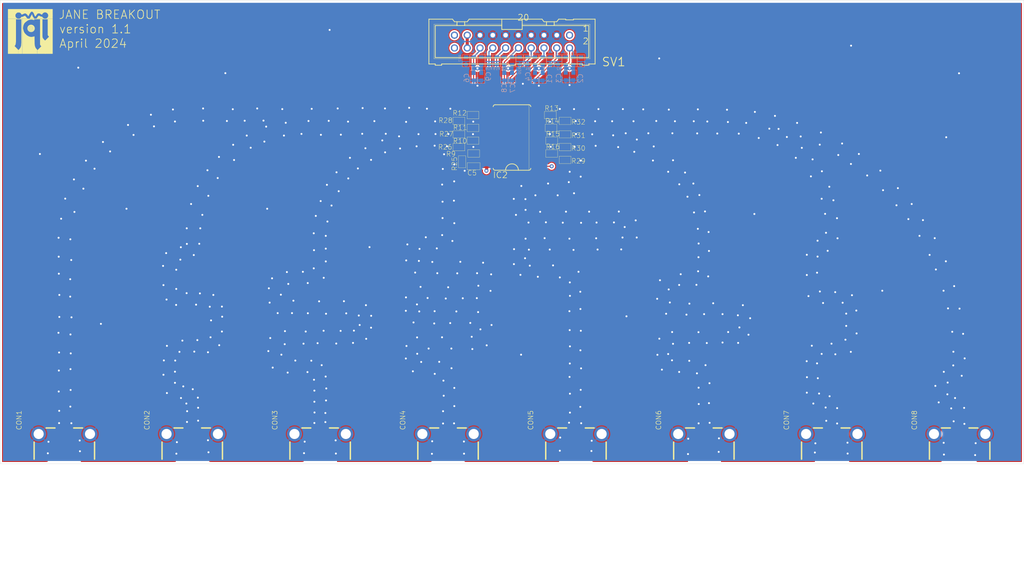
<source format=kicad_pcb>
(kicad_pcb (version 20240108) (generator "pcbnew") (generator_version "8.0")
  (layers (0 "F.Cu" signal "Top") (1 "In1.Cu" signal "Route2") (2 "In2.Cu" signal "Route15") (31 "B.Cu" signal "Bottom") (34 "B.Paste" user) (35 "F.Paste" user) (36 "B.SilkS" user "B.Silkscreen") (37 "F.SilkS" user "F.Silkscreen") (38 "B.Mask" user) (39 "F.Mask" user) (44 "Edge.Cuts" user))
  (net 0 "")
  (net 1 "GND")
  (net 2 "+3V3")
  (net 3 "OUT5")
  (net 4 "OUT6")
  (net 5 "OUT7")
  (net 6 "OUT8")
  (net 7 "+5V")
  (net 8 "OUT1")
  (net 9 "OUT2")
  (net 10 "OUT3")
  (net 11 "OUT4")
  (net 12 "/breakout_1/ENABLE")
  (net 13 "Net-(CON1-PadP$1)")
  (net 14 "Net-(CON2-PadP$1)")
  (net 15 "Net-(CON3-PadP$1)")
  (net 16 "Net-(CON4-PadP$1)")
  (net 17 "Net-(CON5-PadP$1)")
  (net 18 "Net-(CON6-PadP$1)")
  (net 19 "Net-(CON7-PadP$1)")
  (net 20 "Net-(CON8-PadP$1)")
  (net 21 "Net-(IC2-Pad12)")
  (net 22 "Net-(IC2-Pad9)")
  (net 23 "Net-(IC2-Pad18)")
  (net 24 "Net-(IC2-Pad16)")
  (net 25 "Net-(IC2-Pad14)")
  (net 26 "Net-(IC2-Pad7)")
  (net 27 "Net-(IC2-Pad5)")
  (net 28 "Net-(IC2-Pad3)")
  (footprint "breakout:ML20" (layer "F.Cu") (at 148.5011 67.2084 180)
    (property "Reference" "SV1")
    (property "Value" "ML20")
  )
  (footprint "breakout:BNC_V-BITE_PCB_EDGE" (layer "F.Cu") (at 59.6011 145.1356 -90)
    (property "Reference" "CON1")
    (property "Value" "BNC_361V504EFT" (hide yes))
  )
  (footprint "breakout:BNC_V-BITE_PCB_EDGE" (layer "F.Cu") (at 85.0011 145.1356 -90)
    (property "Reference" "CON2")
    (property "Value" "BNC_361V504EFT" (hide yes))
  )
  (footprint "breakout:BNC_V-BITE_PCB_EDGE" (layer "F.Cu") (at 110.4011 145.1356 -90)
    (property "Reference" "CON3")
    (property "Value" "BNC_361V504EFT" (hide yes))
  )
  (footprint "breakout:BNC_V-BITE_PCB_EDGE" (layer "F.Cu") (at 135.8011 145.1356 -90)
    (property "Reference" "CON4")
    (property "Value" "BNC_361V504EFT" (hide yes))
  )
  (footprint "breakout:BNC_V-BITE_PCB_EDGE" (layer "F.Cu") (at 161.2011 145.1356 -90)
    (property "Reference" "CON5")
    (property "Value" "BNC_361V504EFT" (hide yes))
  )
  (footprint "breakout:BNC_V-BITE_PCB_EDGE" (layer "F.Cu") (at 186.6011 145.1356 -90)
    (property "Reference" "CON6")
    (property "Value" "BNC_361V504EFT" (hide yes))
  )
  (footprint "breakout:BNC_V-BITE_PCB_EDGE" (layer "F.Cu") (at 212.0011 145.1356 -90)
    (property "Reference" "CON7")
    (property "Value" "BNC_361V504EFT" (hide yes))
  )
  (footprint "breakout:BNC_V-BITE_PCB_EDGE" (layer "F.Cu") (at 237.4011 145.1356 -90)
    (property "Reference" "CON8")
    (property "Value" "BNC_361V504EFT" (hide yes))
  )
  (footprint "breakout:SO20W" (layer "F.Cu") (at 148.5011 86.2584 90)
    (property "Reference" "IC2")
    (property "Value" "74244DW")
  )
  (footprint "breakout:R_0603" (layer "F.Cu") (at 140.8811 89.4334 180)
    (property "Reference" "R9")
    (property "Value" "25" (hide yes))
  )
  (footprint "breakout:R_0603" (layer "F.Cu") (at 140.7541 86.8934 180)
    (property "Reference" "R10")
    (property "Value" "25" (hide yes))
  )
  (footprint "breakout:R_0603" (layer "F.Cu") (at 140.7541 84.3534 180)
    (property "Reference" "R11")
    (property "Value" "25" (hide yes))
  )
  (footprint "breakout:R_0603" (layer "F.Cu") (at 140.7541 81.8134 180)
    (property "Reference" "R12")
    (property "Value" "25" (hide yes))
  )
  (footprint "breakout:R_0603" (layer "F.Cu") (at 156.1211 81.8134)
    (property "Reference" "R13")
    (property "Value" "25" (hide yes))
  )
  (footprint "breakout:R_0603" (layer "F.Cu") (at 156.2481 84.3534)
    (property "Reference" "R14")
    (property "Value" "25" (hide yes))
  )
  (footprint "breakout:R_0603" (layer "F.Cu") (at 156.3751 86.8934)
    (property "Reference" "R15")
    (property "Value" "25" (hide yes))
  )
  (footprint "breakout:R_0603" (layer "F.Cu") (at 156.3751 89.4334)
    (property "Reference" "R16")
    (property "Value" "25" (hide yes))
  )
  (footprint "breakout:C_MLCC_0603" (layer "F.Cu") (at 140.8811 91.9734 180)
    (property "Reference" "C5")
    (property "Value" "10uF" (hide yes))
  )
  (footprint "breakout:R_0603" (layer "F.Cu") (at 138.5951 91.0844 90)
    (property "Reference" "R25")
    (property "Value" "DNP" (hide yes))
  )
  (footprint "breakout:R_0603" (layer "F.Cu") (at 137.9601 88.1634)
    (property "Reference" "R26")
    (property "Value" "DNP" (hide yes))
  )
  (footprint "breakout:R_0603" (layer "F.Cu") (at 137.9601 85.6234)
    (property "Reference" "R27")
    (property "Value" "DNP" (hide yes))
  )
  (footprint "breakout:R_0603" (layer "F.Cu") (at 137.9601 82.9564)
    (property "Reference" "R28")
    (property "Value" "DNP" (hide yes))
  )
  (footprint "breakout:R_0603" (layer "F.Cu") (at 159.0421 90.7034 180)
    (property "Reference" "R29")
    (property "Value" "DNP" (hide yes))
  )
  (footprint "breakout:R_0603" (layer "F.Cu") (at 159.0421 88.1634 180)
    (property "Reference" "R30")
    (property "Value" "DNP" (hide yes))
  )
  (footprint "breakout:R_0603" (layer "F.Cu") (at 159.0421 85.6234 180)
    (property "Reference" "R31")
    (property "Value" "DNP" (hide yes))
  )
  (footprint "breakout:R_0603" (layer "F.Cu") (at 159.0421 82.9564 180)
    (property "Reference" "R32")
    (property "Value" "DNP" (hide yes))
  )
  (footprint "breakout:JQI_LOGO_NEGATIVE-SILKSCREEN" (layer "F.Cu") (at 48.3997 69.6468)
    (property "Reference" "LOGO1" (hide yes))
    (property "Value" "JQI-LOGOSILK" (hide yes))
  )
  (footprint "breakout:FID_1.5MM" (layer "F.Cu") (at 51.9811 74.8284)
    (property "Reference" "FID1" (hide yes))
    (property "Value" "FIDUCIAL-1.5MM" (hide yes))
  )
  (footprint "breakout:FID_1.5MM" (layer "F.Cu") (at 245.0211 74.8284)
    (property "Reference" "FID2" (hide yes))
    (property "Value" "FIDUCIAL-1.5MM" (hide yes))
  )
  (footprint "breakout:FID_1.5MM" (layer "F.Cu") (at 51.9811 133.2484)
    (property "Reference" "FID3" (hide yes))
    (property "Value" "FIDUCIAL-1.5MM" (hide yes))
  )
  (footprint "breakout:FID_1.5MM" (layer "F.Cu") (at 244.2591 132.6642)
    (property "Reference" "FID4" (hide yes))
    (property "Value" "FIDUCIAL-1.5MM" (hide yes))
  )
  (footprint "breakout:R_0603" (layer "B.Cu") (at 162.2171 71.0184 90)
    (property "Reference" "R1")
    (property "Value" "100" (hide yes))
  )
  (footprint "breakout:R_0603" (layer "B.Cu") (at 157.6451 71.0184 90)
    (property "Reference" "R2")
    (property "Value" "100" (hide yes))
  )
  (footprint "breakout:R_0603" (layer "B.Cu") (at 156.1211 71.0184 90)
    (property "Reference" "R3")
    (property "Value" "100" (hide yes))
  )
  (footprint "breakout:R_0603" (layer "B.Cu") (at 151.5491 71.0184 90)
    (property "Reference" "R4")
    (property "Value" "100" (hide yes))
  )
  (footprint "breakout:R_0603" (layer "B.Cu") (at 160.6931 71.0184 -90)
    (property "Reference" "R5")
    (property "Value" "100" (hide yes))
  )
  (footprint "breakout:R_0603" (layer "B.Cu") (at 159.1691 71.0184 -90)
    (property "Reference" "R6")
    (property "Value" "100" (hide yes))
  )
  (footprint "breakout:R_0603" (layer "B.Cu") (at 154.5971 71.0184 -90)
    (property "Reference" "R7")
    (property "Value" "100" (hide yes))
  )
  (footprint "breakout:R_0603" (layer "B.Cu") (at 153.0731 71.0184 -90)
    (property "Reference" "R8")
    (property "Value" "100" (hide yes))
  )
  (footprint "breakout:C_MLCC_0603" (layer "B.Cu") (at 154.5971 74.1934 -90)
    (property "Reference" "C1")
    (property "Value" "C_MLCC_SMDCMLCC_0603" (hide yes))
  )
  (footprint "breakout:C_MLCC_0603" (layer "B.Cu") (at 160.6931 74.1426 -90)
    (property "Reference" "C2")
    (property "Value" "C_MLCC_SMDCMLCC_0603" (hide yes))
  )
  (footprint "breakout:C_MLCC_0603" (layer "B.Cu") (at 159.1691 74.1426 -90)
    (property "Reference" "C3")
    (property "Value" "C_MLCC_SMDCMLCC_0603" (hide yes))
  )
  (footprint "breakout:C_MLCC_0603" (layer "B.Cu") (at 153.0731 74.1934 90)
    (property "Reference" "C4")
    (property "Value" "C_MLCC_SMDCMLCC_0603" (hide yes))
  )
  (footprint "breakout:R_0603" (layer "B.Cu") (at 139.3571 71.0184 90)
    (property "Reference" "R17")
    (property "Value" "100" (hide yes))
  )
  (footprint "breakout:R_0603" (layer "B.Cu") (at 143.9291 71.0184 90)
    (property "Reference" "R18")
    (property "Value" "100" (hide yes))
  )
  (footprint "breakout:R_0603" (layer "B.Cu") (at 145.4531 71.0184 90)
    (property "Reference" "R19")
    (property "Value" "100" (hide yes))
  )
  (footprint "breakout:R_0603" (layer "B.Cu") (at 150.0251 71.0184 90)
    (property "Reference" "R20")
    (property "Value" "100" (hide yes))
  )
  (footprint "breakout:R_0603" (layer "B.Cu") (at 140.8811 71.0184 -90)
    (property "Reference" "R21")
    (property "Value" "100" (hide yes))
  )
  (footprint "breakout:R_0603" (layer "B.Cu") (at 142.4051 71.0184 -90)
    (property "Reference" "R22")
    (property "Value" "100" (hide yes))
  )
  (footprint "breakout:R_0603" (layer "B.Cu") (at 146.9771 71.0184 -90)
    (property "Reference" "R23")
    (property "Value" "100" (hide yes))
  )
  (footprint "breakout:R_0603" (layer "B.Cu") (at 148.5011 71.0184 -90)
    (property "Reference" "R24")
    (property "Value" "100" (hide yes))
  )
  (footprint "breakout:C_MLCC_0603" (layer "B.Cu") (at 140.8811 74.1934 -90)
    (property "Reference" "C6")
    (property "Value" "C_MLCC_SMDCMLCC_0603" (hide yes))
  )
  (footprint "breakout:C_MLCC_0603" (layer "B.Cu") (at 148.5011 74.1934 -90)
    (property "Reference" "C7")
    (property "Value" "C_MLCC_SMDCMLCC_0603" (hide yes))
  )
  (footprint "breakout:C_MLCC_0603" (layer "B.Cu") (at 146.9771 74.1934 -90)
    (property "Reference" "C8")
    (property "Value" "C_MLCC_SMDCMLCC_0603" (hide yes))
  )
  (footprint "breakout:C_MLCC_0603" (layer "B.Cu") (at 142.4051 74.1934 90)
    (property "Reference" "C9")
    (property "Value" "C_MLCC_SMDCMLCC_0603" (hide yes))
  )
  (gr_line (start 46.9011 151.0284) (end 250.1011 151.0284) (stroke (width 0.05)) (layer "Edge.Cuts"))
  (gr_line (start 250.1011 151.0284) (end 250.1011 58.9788) (stroke (width 0.05)) (layer "Edge.Cuts"))
  (gr_line (start 250.1011 58.9788) (end 46.9011 58.9788) (stroke (width 0.05)) (layer "Edge.Cuts"))
  (gr_line (start 46.9011 58.9788) (end 46.9011 151.0284) (stroke (width 0.05)) (layer "Edge.Cuts"))
  (gr_text "April 2024" (at 58.5089 68.58 0) (layer "F.SilkS") (effects (font (size 1.6891 1.6891) (thickness 0.14224)) (justify left bottom)))
  (gr_text "JANE BREAKOUT" (at 58.4073 62.8396 0) (layer "F.SilkS") (effects (font (size 1.6891 1.6891) (thickness 0.14224)) (justify left bottom)))
  (gr_text "version 1.1" (at 58.5089 65.7098 0) (layer "F.SilkS") (effects (font (size 1.6891 1.6891) (thickness 0.14224)) (justify left bottom)))
  (via (at 141.6431 75.9714) (size 0.7874) (drill 0.381) (layers "F.Cu" "B.Cu") (net 1))
  (via (at 150.6601 75.5904) (size 0.7874) (drill 0.381) (layers "F.Cu" "B.Cu") (net 1))
  (via (at 153.8351 75.9714) (size 0.7874) (drill 0.381) (layers "F.Cu" "B.Cu") (net 1))
  (via (at 159.9311 75.8444) (size 0.7874) (drill 0.381) (layers "F.Cu" "B.Cu") (net 1))
  (via (at 139.1031 92.8624) (size 0.7874) (drill 0.381) (layers "F.Cu" "B.Cu") (net 1))
  (via (at 111.5187 110.871) (size 0.7874) (drill 0.381) (layers "F.Cu" "B.Cu") (net 1))
  (via (at 111.5187 108.331) (size 0.7874) (drill 0.381) (layers "F.Cu" "B.Cu") (net 1))
  (via (at 111.5187 105.791) (size 0.7874) (drill 0.381) (layers "F.Cu" "B.Cu") (net 1))
  (via (at 111.8489 102.9462) (size 0.7874) (drill 0.381) (layers "F.Cu" "B.Cu") (net 1))
  (via (at 112.6617 99.7712) (size 0.7874) (drill 0.381) (layers "F.Cu" "B.Cu") (net 1))
  (via (at 114.0841 96.9264) (size 0.7874) (drill 0.381) (layers "F.Cu" "B.Cu") (net 1))
  (via (at 115.9891 94.3864) (size 0.7874) (drill 0.381) (layers "F.Cu" "B.Cu") (net 1))
  (via (at 117.8941 92.4052) (size 0.7874) (drill 0.381) (layers "F.Cu" "B.Cu") (net 1))
  (via (at 120.5103 90.7034) (size 0.7874) (drill 0.381) (layers "F.Cu" "B.Cu") (net 1))
  (via (at 123.3043 89.2048) (size 0.7874) (drill 0.381) (layers "F.Cu" "B.Cu") (net 1))
  (via (at 126.2761 88.4428) (size 0.7874) (drill 0.381) (layers "F.Cu" "B.Cu") (net 1))
  (via (at 129.5527 88.011) (size 0.7874) (drill 0.381) (layers "F.Cu" "B.Cu") (net 1))
  (via (at 133.1341 87.884) (size 0.7874) (drill 0.381) (layers "F.Cu" "B.Cu") (net 1))
  (via (at 135.5979 88.011) (size 0.7874) (drill 0.381) (layers "F.Cu" "B.Cu") (net 1))
  (via (at 156.0449 83.1088) (size 0.7874) (drill 0.381) (layers "F.Cu" "B.Cu") (net 1))
  (via (at 156.0449 85.5726) (size 0.7874) (drill 0.381) (layers "F.Cu" "B.Cu") (net 1))
  (via (at 156.1973 88.1126) (size 0.7874) (drill 0.381) (layers "F.Cu" "B.Cu") (net 1))
  (via (at 140.8303 88.138) (size 0.7874) (drill 0.381) (layers "F.Cu" "B.Cu") (net 1))
  (via (at 140.7541 85.598) (size 0.7874) (drill 0.381) (layers "F.Cu" "B.Cu") (net 1))
  (via (at 140.8049 83.1088) (size 0.7874) (drill 0.381) (layers "F.Cu" "B.Cu") (net 1))
  (via (at 234.2261 146.8882) (size 0.7874) (drill 0.381) (layers "F.Cu" "B.Cu") (net 1))
  (via (at 234.2769 149.225) (size 0.7874) (drill 0.381) (layers "F.Cu" "B.Cu") (net 1))
  (via (at 240.5761 146.9644) (size 0.7874) (drill 0.381) (layers "F.Cu" "B.Cu") (net 1))
  (via (at 240.4745 149.3266) (size 0.7874) (drill 0.381) (layers "F.Cu" "B.Cu") (net 1))
  (via (at 208.7499 146.9898) (size 0.7874) (drill 0.381) (layers "F.Cu" "B.Cu") (net 1))
  (via (at 208.6483 148.8186) (size 0.7874) (drill 0.381) (layers "F.Cu" "B.Cu") (net 1))
  (via (at 215.1253 146.8628) (size 0.7874) (drill 0.381) (layers "F.Cu" "B.Cu") (net 1))
  (via (at 215.1507 149.0218) (size 0.7874) (drill 0.381) (layers "F.Cu" "B.Cu") (net 1))
  (via (at 183.5023 146.0754) (size 0.7874) (drill 0.381) (layers "F.Cu" "B.Cu") (net 1))
  (via (at 183.4515 149.1234) (size 0.7874) (drill 0.381) (layers "F.Cu" "B.Cu") (net 1))
  (via (at 189.5983 145.9992) (size 0.7874) (drill 0.381) (layers "F.Cu" "B.Cu") (net 1))
  (via (at 189.5475 148.6916) (size 0.7874) (drill 0.381) (layers "F.Cu" "B.Cu") (net 1))
  (via (at 158.0769 145.8468) (size 0.7874) (drill 0.381) (layers "F.Cu" "B.Cu") (net 1))
  (via (at 158.0007 148.463) (size 0.7874) (drill 0.381) (layers "F.Cu" "B.Cu") (net 1))
  (via (at 164.3253 146.4818) (size 0.7874) (drill 0.381) (layers "F.Cu" "B.Cu") (net 1))
  (via (at 164.2745 148.5138) (size 0.7874) (drill 0.381) (layers "F.Cu" "B.Cu") (net 1))
  (via (at 132.6515 146.5834) (size 0.7874) (drill 0.381) (layers "F.Cu" "B.Cu") (net 1))
  (via (at 132.6007 149.0726) (size 0.7874) (drill 0.381) (layers "F.Cu" "B.Cu") (net 1))
  (via (at 138.9507 146.6342) (size 0.7874) (drill 0.381) (layers "F.Cu" "B.Cu") (net 1))
  (via (at 138.9761 149.0472) (size 0.7874) (drill 0.381) (layers "F.Cu" "B.Cu") (net 1))
  (via (at 107.3277 146.6596) (size 0.7874) (drill 0.381) (layers "F.Cu" "B.Cu") (net 1))
  (via (at 107.2007 148.9456) (size 0.7874) (drill 0.381) (layers "F.Cu" "B.Cu") (net 1))
  (via (at 113.4745 146.4056) (size 0.7874) (drill 0.381) (layers "F.Cu" "B.Cu") (net 1))
  (via (at 113.5253 149.0218) (size 0.7874) (drill 0.381) (layers "F.Cu" "B.Cu") (net 1))
  (via (at 81.9531 146.7612) (size 0.7874) (drill 0.381) (layers "F.Cu" "B.Cu") (net 1))
  (via (at 81.8515 149.0472) (size 0.7874) (drill 0.381) (layers "F.Cu" "B.Cu") (net 1))
  (via (at 88.1253 146.3802) (size 0.7874) (drill 0.381) (layers "F.Cu" "B.Cu") (net 1))
  (via (at 88.2269 148.7678) (size 0.7874) (drill 0.381) (layers "F.Cu" "B.Cu") (net 1))
  (via (at 56.4515 146.685) (size 0.7874) (drill 0.381) (layers "F.Cu" "B.Cu") (net 1))
  (via (at 56.3245 148.971) (size 0.7874) (drill 0.381) (layers "F.Cu" "B.Cu") (net 1))
  (via (at 62.6491 146.431) (size 0.7874) (drill 0.381) (layers "F.Cu" "B.Cu") (net 1))
  (via (at 62.6999 148.5646) (size 0.7874) (drill 0.381) (layers "F.Cu" "B.Cu") (net 1))
  (via (at 111.1123 114.1222) (size 0.7874) (drill 0.381) (layers "F.Cu" "B.Cu") (net 1))
  (via (at 107.9373 115.1636) (size 0.7874) (drill 0.381) (layers "F.Cu" "B.Cu") (net 1))
  (via (at 104.0765 115.3414) (size 0.7874) (drill 0.381) (layers "F.Cu" "B.Cu") (net 1))
  (via (at 102.6033 117.475) (size 0.7874) (drill 0.381) (layers "F.Cu" "B.Cu") (net 1))
  (via (at 105.0925 118.6688) (size 0.7874) (drill 0.381) (layers "F.Cu" "B.Cu") (net 1))
  (via (at 110.1979 118.7958) (size 0.7874) (drill 0.381) (layers "F.Cu" "B.Cu") (net 1))
  (via (at 115.1255 118.7704) (size 0.7874) (drill 0.381) (layers "F.Cu" "B.Cu") (net 1))
  (via (at 119.4943 119.5578) (size 0.7874) (drill 0.381) (layers "F.Cu" "B.Cu") (net 1))
  (via (at 120.5357 121.666) (size 0.7874) (drill 0.381) (layers "F.Cu" "B.Cu") (net 1))
  (via (at 120.5103 124.0282) (size 0.7874) (drill 0.381) (layers "F.Cu" "B.Cu") (net 1))
  (via (at 119.5451 126.238) (size 0.7874) (drill 0.381) (layers "F.Cu" "B.Cu") (net 1))
  (via (at 116.9289 127.0508) (size 0.7874) (drill 0.381) (layers "F.Cu" "B.Cu") (net 1))
  (via (at 113.6015 127.1778) (size 0.7874) (drill 0.381) (layers "F.Cu" "B.Cu") (net 1))
  (via (at 109.8931 127.1016) (size 0.7874) (drill 0.381) (layers "F.Cu" "B.Cu") (net 1))
  (via (at 107.0991 127.2032) (size 0.7874) (drill 0.381) (layers "F.Cu" "B.Cu") (net 1))
  (via (at 103.3653 127.3048) (size 0.7874) (drill 0.381) (layers "F.Cu" "B.Cu") (net 1))
  (via (at 102.7049 129.3876) (size 0.7874) (drill 0.381) (layers "F.Cu" "B.Cu") (net 1))
  (via (at 105.4735 130.556) (size 0.7874) (drill 0.381) (layers "F.Cu" "B.Cu") (net 1))
  (via (at 108.6485 130.5814) (size 0.7874) (drill 0.381) (layers "F.Cu" "B.Cu") (net 1))
  (via (at 110.7059 131.4704) (size 0.7874) (drill 0.381) (layers "F.Cu" "B.Cu") (net 1))
  (via (at 111.4933 133.731) (size 0.7874) (drill 0.381) (layers "F.Cu" "B.Cu") (net 1))
  (via (at 111.6203 136.0932) (size 0.7874) (drill 0.381) (layers "F.Cu" "B.Cu") (net 1))
  (via (at 111.5695 138.4808) (size 0.7874) (drill 0.381) (layers "F.Cu" "B.Cu") (net 1))
  (via (at 111.4425 140.97) (size 0.7874) (drill 0.381) (layers "F.Cu" "B.Cu") (net 1))
  (via (at 111.4425 142.7734) (size 0.7874) (drill 0.381) (layers "F.Cu" "B.Cu") (net 1))
  (via (at 109.2581 142.9512) (size 0.7874) (drill 0.381) (layers "F.Cu" "B.Cu") (net 1))
  (via (at 109.2835 140.8684) (size 0.7874) (drill 0.381) (layers "F.Cu" "B.Cu") (net 1))
  (via (at 109.2581 138.7348) (size 0.7874) (drill 0.381) (layers "F.Cu" "B.Cu") (net 1))
  (via (at 109.2581 136.525) (size 0.7874) (drill 0.381) (layers "F.Cu" "B.Cu") (net 1))
  (via (at 109.1819 134.366) (size 0.7874) (drill 0.381) (layers "F.Cu" "B.Cu") (net 1))
  (via (at 107.8865 132.842) (size 0.7874) (drill 0.381) (layers "F.Cu" "B.Cu") (net 1))
  (via (at 103.9495 132.9436) (size 0.7874) (drill 0.381) (layers "F.Cu" "B.Cu") (net 1))
  (via (at 100.9777 131.953) (size 0.7874) (drill 0.381) (layers "F.Cu" "B.Cu") (net 1))
  (via (at 100.1141 128.6764) (size 0.7874) (drill 0.381) (layers "F.Cu" "B.Cu") (net 1))
  (via (at 100.4951 126.0856) (size 0.7874) (drill 0.381) (layers "F.Cu" "B.Cu") (net 1))
  (via (at 103.4161 124.714) (size 0.7874) (drill 0.381) (layers "F.Cu" "B.Cu") (net 1))
  (via (at 107.5309 124.7902) (size 0.7874) (drill 0.381) (layers "F.Cu" "B.Cu") (net 1))
  (via (at 111.0869 124.6378) (size 0.7874) (drill 0.381) (layers "F.Cu" "B.Cu") (net 1))
  (via (at 114.4651 124.6632) (size 0.7874) (drill 0.381) (layers "F.Cu" "B.Cu") (net 1))
  (via (at 117.1067 124.6124) (size 0.7874) (drill 0.381) (layers "F.Cu" "B.Cu") (net 1))
  (via (at 118.2497 123.4948) (size 0.7874) (drill 0.381) (layers "F.Cu" "B.Cu") (net 1))
  (via (at 118.0719 121.6152) (size 0.7874) (drill 0.381) (layers "F.Cu" "B.Cu") (net 1))
  (via (at 115.5827 121.1834) (size 0.7874) (drill 0.381) (layers "F.Cu" "B.Cu") (net 1))
  (via (at 111.5695 121.2596) (size 0.7874) (drill 0.381) (layers "F.Cu" "B.Cu") (net 1))
  (via (at 107.9627 121.158) (size 0.7874) (drill 0.381) (layers "F.Cu" "B.Cu") (net 1))
  (via (at 104.8131 121.1326) (size 0.7874) (drill 0.381) (layers "F.Cu" "B.Cu") (net 1))
  (via (at 101.9683 121.1326) (size 0.7874) (drill 0.381) (layers "F.Cu" "B.Cu") (net 1))
  (via (at 100.3681 119.0498) (size 0.7874) (drill 0.381) (layers "F.Cu" "B.Cu") (net 1))
  (via (at 100.2157 116.205) (size 0.7874) (drill 0.381) (layers "F.Cu" "B.Cu") (net 1))
  (via (at 100.8507 114.2238) (size 0.7874) (drill 0.381) (layers "F.Cu" "B.Cu") (net 1))
  (via (at 103.7971 112.9792) (size 0.7874) (drill 0.381) (layers "F.Cu" "B.Cu") (net 1))
  (via (at 106.9721 112.9284) (size 0.7874) (drill 0.381) (layers "F.Cu" "B.Cu") (net 1))
  (via (at 109.1311 112.2426) (size 0.7874) (drill 0.381) (layers "F.Cu" "B.Cu") (net 1))
  (via (at 109.1819 108.6358) (size 0.7874) (drill 0.381) (layers "F.Cu" "B.Cu") (net 1))
  (via (at 109.1311 105.283) (size 0.7874) (drill 0.381) (layers "F.Cu" "B.Cu") (net 1))
  (via (at 109.5375 101.8286) (size 0.7874) (drill 0.381) (layers "F.Cu" "B.Cu") (net 1))
  (via (at 110.5027 98.8822) (size 0.7874) (drill 0.381) (layers "F.Cu" "B.Cu") (net 1))
  (via (at 111.7473 95.6564) (size 0.7874) (drill 0.381) (layers "F.Cu" "B.Cu") (net 1))
  (via (at 113.6523 93.1672) (size 0.7874) (drill 0.381) (layers "F.Cu" "B.Cu") (net 1))
  (via (at 116.3193 90.297) (size 0.7874) (drill 0.381) (layers "F.Cu" "B.Cu") (net 1))
  (via (at 119.3927 88.392) (size 0.7874) (drill 0.381) (layers "F.Cu" "B.Cu") (net 1))
  (via (at 122.7455 86.8426) (size 0.7874) (drill 0.381) (layers "F.Cu" "B.Cu") (net 1))
  (via (at 126.0729 86.0298) (size 0.7874) (drill 0.381) (layers "F.Cu" "B.Cu") (net 1))
  (via (at 129.9337 85.598) (size 0.7874) (drill 0.381) (layers "F.Cu" "B.Cu") (net 1))
  (via (at 133.3119 85.5726) (size 0.7874) (drill 0.381) (layers "F.Cu" "B.Cu") (net 1))
  (via (at 135.8773 85.5726) (size 0.7874) (drill 0.381) (layers "F.Cu" "B.Cu") (net 1))
  (via (at 123.4313 85.5218) (size 0.7874) (drill 0.381) (layers "F.Cu" "B.Cu") (net 1))
  (via (at 118.7577 85.5218) (size 0.7874) (drill 0.381) (layers "F.Cu" "B.Cu") (net 1))
  (via (at 114.5159 85.6996) (size 0.7874) (drill 0.381) (layers "F.Cu" "B.Cu") (net 1))
  (via (at 110.5535 85.725) (size 0.7874) (drill 0.381) (layers "F.Cu" "B.Cu") (net 1))
  (via (at 106.6927 85.5472) (size 0.7874) (drill 0.381) (layers "F.Cu" "B.Cu") (net 1))
  (via (at 103.2129 85.8774) (size 0.7874) (drill 0.381) (layers "F.Cu" "B.Cu") (net 1))
  (via (at 99.3267 87.0712) (size 0.7874) (drill 0.381) (layers "F.Cu" "B.Cu") (net 1))
  (via (at 96.6089 88.2904) (size 0.7874) (drill 0.381) (layers "F.Cu" "B.Cu") (net 1))
  (via (at 93.3069 90.7288) (size 0.7874) (drill 0.381) (layers "F.Cu" "B.Cu") (net 1))
  (via (at 90.0557 94.3102) (size 0.7874) (drill 0.381) (layers "F.Cu" "B.Cu") (net 1))
  (via (at 88.2015 97.8408) (size 0.7874) (drill 0.381) (layers "F.Cu" "B.Cu") (net 1))
  (via (at 87.0077 101.6254) (size 0.7874) (drill 0.381) (layers "F.Cu" "B.Cu") (net 1))
  (via (at 86.6013 104.2924) (size 0.7874) (drill 0.381) (layers "F.Cu" "B.Cu") (net 1))
  (via (at 86.3981 107.3658) (size 0.7874) (drill 0.381) (layers "F.Cu" "B.Cu") (net 1))
  (via (at 85.3059 109.601) (size 0.7874) (drill 0.381) (layers "F.Cu" "B.Cu") (net 1))
  (via (at 82.6389 110.5154) (size 0.7874) (drill 0.381) (layers "F.Cu" "B.Cu") (net 1))
  (via (at 81.8261 112.522) (size 0.7874) (drill 0.381) (layers "F.Cu" "B.Cu") (net 1))
  (via (at 81.8261 116.332) (size 0.7874) (drill 0.381) (layers "F.Cu" "B.Cu") (net 1))
  (via (at 83.8835 117.1702) (size 0.7874) (drill 0.381) (layers "F.Cu" "B.Cu") (net 1))
  (via (at 86.5251 117.221) (size 0.7874) (drill 0.381) (layers "F.Cu" "B.Cu") (net 1))
  (via (at 89.1921 117.5258) (size 0.7874) (drill 0.381) (layers "F.Cu" "B.Cu") (net 1))
  (via (at 90.8939 119.8372) (size 0.7874) (drill 0.381) (layers "F.Cu" "B.Cu") (net 1))
  (via (at 90.9447 121.8438) (size 0.7874) (drill 0.381) (layers "F.Cu" "B.Cu") (net 1))
  (via (at 90.8939 124.7902) (size 0.7874) (drill 0.381) (layers "F.Cu" "B.Cu") (net 1))
  (via (at 90.3605 127.508) (size 0.7874) (drill 0.381) (layers "F.Cu" "B.Cu") (net 1))
  (via (at 88.1253 128.905) (size 0.7874) (drill 0.381) (layers "F.Cu" "B.Cu") (net 1))
  (via (at 85.4075 128.778) (size 0.7874) (drill 0.381) (layers "F.Cu" "B.Cu") (net 1))
  (via (at 82.4611 128.8288) (size 0.7874) (drill 0.381) (layers "F.Cu" "B.Cu") (net 1))
  (via (at 81.6229 130.556) (size 0.7874) (drill 0.381) (layers "F.Cu" "B.Cu") (net 1))
  (via (at 81.5721 132.7658) (size 0.7874) (drill 0.381) (layers "F.Cu" "B.Cu") (net 1))
  (via (at 81.5721 134.9756) (size 0.7874) (drill 0.381) (layers "F.Cu" "B.Cu") (net 1))
  (via (at 83.2231 135.6868) (size 0.7874) (drill 0.381) (layers "F.Cu" "B.Cu") (net 1))
  (via (at 85.1027 136.2456) (size 0.7874) (drill 0.381) (layers "F.Cu" "B.Cu") (net 1))
  (via (at 86.1187 137.922) (size 0.7874) (drill 0.381) (layers "F.Cu" "B.Cu") (net 1))
  (via (at 86.1695 139.9286) (size 0.7874) (drill 0.381) (layers "F.Cu" "B.Cu") (net 1))
  (via (at 86.1695 142.494) (size 0.7874) (drill 0.381) (layers "F.Cu" "B.Cu") (net 1))
  (via (at 83.9597 142.748) (size 0.7874) (drill 0.381) (layers "F.Cu" "B.Cu") (net 1))
  (via (at 83.9851 140.6144) (size 0.7874) (drill 0.381) (layers "F.Cu" "B.Cu") (net 1))
  (via (at 83.8327 139.0904) (size 0.7874) (drill 0.381) (layers "F.Cu" "B.Cu") (net 1))
  (via (at 82.7659 137.9982) (size 0.7874) (drill 0.381) (layers "F.Cu" "B.Cu") (net 1))
  (via (at 79.9719 137.0076) (size 0.7874) (drill 0.381) (layers "F.Cu" "B.Cu") (net 1))
  (via (at 79.2861 133.3754) (size 0.7874) (drill 0.381) (layers "F.Cu" "B.Cu") (net 1))
  (via (at 79.3623 130.5306) (size 0.7874) (drill 0.381) (layers "F.Cu" "B.Cu") (net 1))
  (via (at 79.9719 127.635) (size 0.7874) (drill 0.381) (layers "F.Cu" "B.Cu") (net 1))
  (via (at 83.0453 126.5936) (size 0.7874) (drill 0.381) (layers "F.Cu" "B.Cu") (net 1))
  (via (at 86.0171 126.492) (size 0.7874) (drill 0.381) (layers "F.Cu" "B.Cu") (net 1))
  (via (at 88.6333 125.9332) (size 0.7874) (drill 0.381) (layers "F.Cu" "B.Cu") (net 1))
  (via (at 88.7349 122.5804) (size 0.7874) (drill 0.381) (layers "F.Cu" "B.Cu") (net 1))
  (via (at 88.4809 119.8626) (size 0.7874) (drill 0.381) (layers "F.Cu" "B.Cu") (net 1))
  (via (at 85.7631 119.4562) (size 0.7874) (drill 0.381) (layers "F.Cu" "B.Cu") (net 1))
  (via (at 81.8007 119.507) (size 0.7874) (drill 0.381) (layers "F.Cu" "B.Cu") (net 1))
  (via (at 79.8957 118.4402) (size 0.7874) (drill 0.381) (layers "F.Cu" "B.Cu") (net 1))
  (via (at 79.2861 115.57) (size 0.7874) (drill 0.381) (layers "F.Cu" "B.Cu") (net 1))
  (via (at 79.2099 111.76) (size 0.7874) (drill 0.381) (layers "F.Cu" "B.Cu") (net 1))
  (via (at 79.8195 109.22) (size 0.7874) (drill 0.381) (layers "F.Cu" "B.Cu") (net 1))
  (via (at 82.7405 108.0516) (size 0.7874) (drill 0.381) (layers "F.Cu" "B.Cu") (net 1))
  (via (at 83.9343 107.3912) (size 0.7874) (drill 0.381) (layers "F.Cu" "B.Cu") (net 1))
  (via (at 83.9089 104.2924) (size 0.7874) (drill 0.381) (layers "F.Cu" "B.Cu") (net 1))
  (via (at 84.7725 99.4664) (size 0.7874) (drill 0.381) (layers "F.Cu" "B.Cu") (net 1))
  (via (at 86.0933 95.9104) (size 0.7874) (drill 0.381) (layers "F.Cu" "B.Cu") (net 1))
  (via (at 88.0237 92.7608) (size 0.7874) (drill 0.381) (layers "F.Cu" "B.Cu") (net 1))
  (via (at 90.3097 90.1192) (size 0.7874) (drill 0.381) (layers "F.Cu" "B.Cu") (net 1))
  (via (at 93.1291 87.7062) (size 0.7874) (drill 0.381) (layers "F.Cu" "B.Cu") (net 1))
  (via (at 95.8215 85.8774) (size 0.7874) (drill 0.381) (layers "F.Cu" "B.Cu") (net 1))
  (via (at 99.6823 84.0994) (size 0.7874) (drill 0.381) (layers "F.Cu" "B.Cu") (net 1))
  (via (at 103.5685 83.3374) (size 0.7874) (drill 0.381) (layers "F.Cu" "B.Cu") (net 1))
  (via (at 108.0897 82.9818) (size 0.7874) (drill 0.381) (layers "F.Cu" "B.Cu") (net 1))
  (via (at 112.1029 82.9564) (size 0.7874) (drill 0.381) (layers "F.Cu" "B.Cu") (net 1))
  (via (at 115.9383 83.1088) (size 0.7874) (drill 0.381) (layers "F.Cu" "B.Cu") (net 1))
  (via (at 121.1707 83.0072) (size 0.7874) (drill 0.381) (layers "F.Cu" "B.Cu") (net 1))
  (via (at 127.4699 83.1596) (size 0.7874) (drill 0.381) (layers "F.Cu" "B.Cu") (net 1))
  (via (at 133.2357 83.058) (size 0.7874) (drill 0.381) (layers "F.Cu" "B.Cu") (net 1))
  (via (at 136.2583 80.5434) (size 0.7874) (drill 0.381) (layers "F.Cu" "B.Cu") (net 1))
  (via (at 131.6101 80.5434) (size 0.7874) (drill 0.381) (layers "F.Cu" "B.Cu") (net 1))
  (via (at 128.0795 80.3656) (size 0.7874) (drill 0.381) (layers "F.Cu" "B.Cu") (net 1))
  (via (at 123.2789 80.4926) (size 0.7874) (drill 0.381) (layers "F.Cu" "B.Cu") (net 1))
  (via (at 118.8339 80.4164) (size 0.7874) (drill 0.381) (layers "F.Cu" "B.Cu") (net 1))
  (via (at 113.8809 80.4926) (size 0.7874) (drill 0.381) (layers "F.Cu" "B.Cu") (net 1))
  (via (at 108.7247 80.5688) (size 0.7874) (drill 0.381) (layers "F.Cu" "B.Cu") (net 1))
  (via (at 102.8827 80.6196) (size 0.7874) (drill 0.381) (layers "F.Cu" "B.Cu") (net 1))
  (via (at 97.9043 80.4926) (size 0.7874) (drill 0.381) (layers "F.Cu" "B.Cu") (net 1))
  (via (at 93.0529 80.645) (size 0.7874) (drill 0.381) (layers "F.Cu" "B.Cu") (net 1))
  (via (at 87.1601 80.4926) (size 0.7874) (drill 0.381) (layers "F.Cu" "B.Cu") (net 1))
  (via (at 81.1657 80.6958) (size 0.7874) (drill 0.381) (layers "F.Cu" "B.Cu") (net 1))
  (via (at 76.7969 81.7372) (size 0.7874) (drill 0.381) (layers "F.Cu" "B.Cu") (net 1))
  (via (at 72.2503 83.7692) (size 0.7874) (drill 0.381) (layers "F.Cu" "B.Cu") (net 1))
  (via (at 67.2719 87.1474) (size 0.7874) (drill 0.381) (layers "F.Cu" "B.Cu") (net 1))
  (via (at 63.8937 90.8558) (size 0.7874) (drill 0.381) (layers "F.Cu" "B.Cu") (net 1))
  (via (at 61.5061 94.5896) (size 0.7874) (drill 0.381) (layers "F.Cu" "B.Cu") (net 1))
  (via (at 59.7789 98.3996) (size 0.7874) (drill 0.381) (layers "F.Cu" "B.Cu") (net 1))
  (via (at 58.9661 102.3874) (size 0.7874) (drill 0.381) (layers "F.Cu" "B.Cu") (net 1))
  (via (at 58.4581 106.172) (size 0.7874) (drill 0.381) (layers "F.Cu" "B.Cu") (net 1))
  (via (at 58.4835 109.9312) (size 0.7874) (drill 0.381) (layers "F.Cu" "B.Cu") (net 1))
  (via (at 58.5089 113.3094) (size 0.7874) (drill 0.381) (layers "F.Cu" "B.Cu") (net 1))
  (via (at 58.6105 117.5258) (size 0.7874) (drill 0.381) (layers "F.Cu" "B.Cu") (net 1))
  (via (at 58.6105 121.8946) (size 0.7874) (drill 0.381) (layers "F.Cu" "B.Cu") (net 1))
  (via (at 58.4327 125.0442) (size 0.7874) (drill 0.381) (layers "F.Cu" "B.Cu") (net 1))
  (via (at 58.5597 128.9558) (size 0.7874) (drill 0.381) (layers "F.Cu" "B.Cu") (net 1))
  (via (at 58.5089 132.5372) (size 0.7874) (drill 0.381) (layers "F.Cu" "B.Cu") (net 1))
  (via (at 58.4835 136.7028) (size 0.7874) (drill 0.381) (layers "F.Cu" "B.Cu") (net 1))
  (via (at 58.5851 140.5382) (size 0.7874) (drill 0.381) (layers "F.Cu" "B.Cu") (net 1))
  (via (at 58.5597 142.9766) (size 0.7874) (drill 0.381) (layers "F.Cu" "B.Cu") (net 1))
  (via (at 60.9981 143.002) (size 0.7874) (drill 0.381) (layers "F.Cu" "B.Cu") (net 1))
  (via (at 60.7949 139.7) (size 0.7874) (drill 0.381) (layers "F.Cu" "B.Cu") (net 1))
  (via (at 60.8457 136.398) (size 0.7874) (drill 0.381) (layers "F.Cu" "B.Cu") (net 1))
  (via (at 60.8203 132.2578) (size 0.7874) (drill 0.381) (layers "F.Cu" "B.Cu") (net 1))
  (via (at 60.8711 129.1336) (size 0.7874) (drill 0.381) (layers "F.Cu" "B.Cu") (net 1))
  (via (at 60.8203 125.3744) (size 0.7874) (drill 0.381) (layers "F.Cu" "B.Cu") (net 1))
  (via (at 61.0235 121.9708) (size 0.7874) (drill 0.381) (layers "F.Cu" "B.Cu") (net 1))
  (via (at 60.7695 117.856) (size 0.7874) (drill 0.381) (layers "F.Cu" "B.Cu") (net 1))
  (via (at 60.7695 114.4016) (size 0.7874) (drill 0.381) (layers "F.Cu" "B.Cu") (net 1))
  (via (at 60.9727 110.5916) (size 0.7874) (drill 0.381) (layers "F.Cu" "B.Cu") (net 1))
  (via (at 60.7949 106.4768) (size 0.7874) (drill 0.381) (layers "F.Cu" "B.Cu") (net 1))
  (via (at 61.6077 101.0412) (size 0.7874) (drill 0.381) (layers "F.Cu" "B.Cu") (net 1))
  (via (at 63.3857 96.4184) (size 0.7874) (drill 0.381) (layers "F.Cu" "B.Cu") (net 1))
  (via (at 65.5955 92.456) (size 0.7874) (drill 0.381) (layers "F.Cu" "B.Cu") (net 1))
  (via (at 68.6943 89.027) (size 0.7874) (drill 0.381) (layers "F.Cu" "B.Cu") (net 1))
  (via (at 73.3425 85.7504) (size 0.7874) (drill 0.381) (layers "F.Cu" "B.Cu") (net 1))
  (via (at 77.4065 84.0486) (size 0.7874) (drill 0.381) (layers "F.Cu" "B.Cu") (net 1))
  (via (at 81.5721 83.0834) (size 0.7874) (drill 0.381) (layers "F.Cu" "B.Cu") (net 1))
  (via (at 87.1855 82.931) (size 0.7874) (drill 0.381) (layers "F.Cu" "B.Cu") (net 1))
  (via (at 91.8845 82.9818) (size 0.7874) (drill 0.381) (layers "F.Cu" "B.Cu") (net 1))
  (via (at 95.4151 82.931) (size 0.7874) (drill 0.381) (layers "F.Cu" "B.Cu") (net 1))
  (via (at 99.1489 82.9056) (size 0.7874) (drill 0.381) (layers "F.Cu" "B.Cu") (net 1))
  (via (at 135.0137 89.5858) (size 0.7874) (drill 0.381) (layers "F.Cu" "B.Cu") (net 1))
  (via (at 134.7597 92.5068) (size 0.7874) (drill 0.381) (layers "F.Cu" "B.Cu") (net 1))
  (via (at 134.6327 95.6056) (size 0.7874) (drill 0.381) (layers "F.Cu" "B.Cu") (net 1))
  (via (at 134.7089 99.0092) (size 0.7874) (drill 0.381) (layers "F.Cu" "B.Cu") (net 1))
  (via (at 134.7089 102.2604) (size 0.7874) (drill 0.381) (layers "F.Cu" "B.Cu") (net 1))
  (via (at 134.6327 105.6386) (size 0.7874) (drill 0.381) (layers "F.Cu" "B.Cu") (net 1))
  (via (at 131.3815 106.0704) (size 0.7874) (drill 0.381) (layers "F.Cu" "B.Cu") (net 1))
  (via (at 127.7239 107.4928) (size 0.7874) (drill 0.381) (layers "F.Cu" "B.Cu") (net 1))
  (via (at 127.4953 110.6678) (size 0.7874) (drill 0.381) (layers "F.Cu" "B.Cu") (net 1))
  (via (at 129.2733 113.0808) (size 0.7874) (drill 0.381) (layers "F.Cu" "B.Cu") (net 1))
  (via (at 133.6675 113.2078) (size 0.7874) (drill 0.381) (layers "F.Cu" "B.Cu") (net 1))
  (via (at 137.6299 113.2332) (size 0.7874) (drill 0.381) (layers "F.Cu" "B.Cu") (net 1))
  (via (at 141.5669 113.2078) (size 0.7874) (drill 0.381) (layers "F.Cu" "B.Cu") (net 1))
  (via (at 141.8209 115.697) (size 0.7874) (drill 0.381) (layers "F.Cu" "B.Cu") (net 1))
  (via (at 135.8265 116.0018) (size 0.7874) (drill 0.381) (layers "F.Cu" "B.Cu") (net 1))
  (via (at 130.3401 115.9256) (size 0.7874) (drill 0.381) (layers "F.Cu" "B.Cu") (net 1))
  (via (at 127.4445 118.0084) (size 0.7874) (drill 0.381) (layers "F.Cu" "B.Cu") (net 1))
  (via (at 127.4191 120.6754) (size 0.7874) (drill 0.381) (layers "F.Cu" "B.Cu") (net 1))
  (via (at 128.9431 122.9868) (size 0.7874) (drill 0.381) (layers "F.Cu" "B.Cu") (net 1))
  (via (at 133.0579 123.19) (size 0.7874) (drill 0.381) (layers "F.Cu" "B.Cu") (net 1))
  (via (at 136.2329 123.1138) (size 0.7874) (drill 0.381) (layers "F.Cu" "B.Cu") (net 1))
  (via (at 140.2207 123.0884) (size 0.7874) (drill 0.381) (layers "F.Cu" "B.Cu") (net 1))
  (via (at 142.2273 124.3584) (size 0.7874) (drill 0.381) (layers "F.Cu" "B.Cu") (net 1))
  (via (at 140.5001 125.8316) (size 0.7874) (drill 0.381) (layers "F.Cu" "B.Cu") (net 1))
  (via (at 134.6073 125.9332) (size 0.7874) (drill 0.381) (layers "F.Cu" "B.Cu") (net 1))
  (via (at 129.6543 125.9586) (size 0.7874) (drill 0.381) (layers "F.Cu" "B.Cu") (net 1))
  (via (at 127.5461 127.6604) (size 0.7874) (drill 0.381) (layers "F.Cu" "B.Cu") (net 1))
  (via (at 127.4191 130.1496) (size 0.7874) (drill 0.381) (layers "F.Cu" "B.Cu") (net 1))
  (via (at 128.8161 132.6896) (size 0.7874) (drill 0.381) (layers "F.Cu" "B.Cu") (net 1))
  (via (at 133.1595 133.1976) (size 0.7874) (drill 0.381) (layers "F.Cu" "B.Cu") (net 1))
  (via (at 134.8867 134.5438) (size 0.7874) (drill 0.381) (layers "F.Cu" "B.Cu") (net 1))
  (via (at 134.9375 137.541) (size 0.7874) (drill 0.381) (layers "F.Cu" "B.Cu") (net 1))
  (via (at 134.8105 140.6144) (size 0.7874) (drill 0.381) (layers "F.Cu" "B.Cu") (net 1))
  (via (at 134.8105 143.0528) (size 0.7874) (drill 0.381) (layers "F.Cu" "B.Cu") (net 1))
  (via (at 136.9949 143.0274) (size 0.7874) (drill 0.381) (layers "F.Cu" "B.Cu") (net 1))
  (via (at 137.0457 139.5984) (size 0.7874) (drill 0.381) (layers "F.Cu" "B.Cu") (net 1))
  (via (at 137.0457 135.9916) (size 0.7874) (drill 0.381) (layers "F.Cu" "B.Cu") (net 1))
  (via (at 136.4869 132.08) (size 0.7874) (drill 0.381) (layers "F.Cu" "B.Cu") (net 1))
  (via (at 134.0485 130.81) (size 0.7874) (drill 0.381) (layers "F.Cu" "B.Cu") (net 1))
  (via (at 130.4671 130.8354) (size 0.7874) (drill 0.381) (layers "F.Cu" "B.Cu") (net 1))
  (via (at 129.6797 129.2098) (size 0.7874) (drill 0.381) (layers "F.Cu" "B.Cu") (net 1))
  (via (at 131.9403 128.1684) (size 0.7874) (drill 0.381) (layers "F.Cu" "B.Cu") (net 1))
  (via (at 136.4615 128.1684) (size 0.7874) (drill 0.381) (layers "F.Cu" "B.Cu") (net 1))
  (via (at 140.6271 128.27) (size 0.7874) (drill 0.381) (layers "F.Cu" "B.Cu") (net 1))
  (via (at 143.4719 127.5334) (size 0.7874) (drill 0.381) (layers "F.Cu" "B.Cu") (net 1))
  (via (at 144.4371 123.4948) (size 0.7874) (drill 0.381) (layers "F.Cu" "B.Cu") (net 1))
  (via (at 141.7701 120.9294) (size 0.7874) (drill 0.381) (layers "F.Cu" "B.Cu") (net 1))
  (via (at 137.4521 120.8024) (size 0.7874) (drill 0.381) (layers "F.Cu" "B.Cu") (net 1))
  (via (at 133.1341 120.7516) (size 0.7874) (drill 0.381) (layers "F.Cu" "B.Cu") (net 1))
  (via (at 130.0861 120.8024) (size 0.7874) (drill 0.381) (layers "F.Cu" "B.Cu") (net 1))
  (via (at 129.6289 119.4054) (size 0.7874) (drill 0.381) (layers "F.Cu" "B.Cu") (net 1))
  (via (at 131.7371 118.1354) (size 0.7874) (drill 0.381) (layers "F.Cu" "B.Cu") (net 1))
  (via (at 135.3439 118.237) (size 0.7874) (drill 0.381) (layers "F.Cu" "B.Cu") (net 1))
  (via (at 138.7221 118.1862) (size 0.7874) (drill 0.381) (layers "F.Cu" "B.Cu") (net 1))
  (via (at 141.5161 118.1608) (size 0.7874) (drill 0.381) (layers "F.Cu" "B.Cu") (net 1))
  (via (at 144.2339 116.713) (size 0.7874) (drill 0.381) (layers "F.Cu" "B.Cu") (net 1))
  (via (at 144.3609 113.4364) (size 0.7874) (drill 0.381) (layers "F.Cu" "B.Cu") (net 1))
  (via (at 142.7607 111.125) (size 0.7874) (drill 0.381) (layers "F.Cu" "B.Cu") (net 1))
  (via (at 138.2395 110.9472) (size 0.7874) (drill 0.381) (layers "F.Cu" "B.Cu") (net 1))
  (via (at 132.6769 110.9726) (size 0.7874) (drill 0.381) (layers "F.Cu" "B.Cu") (net 1))
  (via (at 130.0099 110.7694) (size 0.7874) (drill 0.381) (layers "F.Cu" "B.Cu") (net 1))
  (via (at 130.1369 108.3818) (size 0.7874) (drill 0.381) (layers "F.Cu" "B.Cu") (net 1))
  (via (at 133.5659 108.2802) (size 0.7874) (drill 0.381) (layers "F.Cu" "B.Cu") (net 1))
  (via (at 136.6647 106.807) (size 0.7874) (drill 0.381) (layers "F.Cu" "B.Cu") (net 1))
  (via (at 137.0457 103.2764) (size 0.7874) (drill 0.381) (layers "F.Cu" "B.Cu") (net 1))
  (via (at 136.9695 98.806) (size 0.7874) (drill 0.381) (layers "F.Cu" "B.Cu") (net 1))
  (via (at 137.0203 94.9706) (size 0.7874) (drill 0.381) (layers "F.Cu" "B.Cu") (net 1))
  (via (at 137.0203 91.6178) (size 0.7874) (drill 0.381) (layers "F.Cu" "B.Cu") (net 1))
  (via (at 159.9565 93.0656) (size 0.7874) (drill 0.381) (layers "F.Cu" "B.Cu") (net 1))
  (via (at 159.7787 95.123) (size 0.7874) (drill 0.381) (layers "F.Cu" "B.Cu") (net 1))
  (via (at 155.6639 95.4024) (size 0.7874) (drill 0.381) (layers "F.Cu" "B.Cu") (net 1))
  (via (at 150.3553 95.885) (size 0.7874) (drill 0.381) (layers "F.Cu" "B.Cu") (net 1))
  (via (at 148.8567 98.4504) (size 0.7874) (drill 0.381) (layers "F.Cu" "B.Cu") (net 1))
  (via (at 149.2885 101.6254) (size 0.7874) (drill 0.381) (layers "F.Cu" "B.Cu") (net 1))
  (via (at 151.7777 103.1494) (size 0.7874) (drill 0.381) (layers "F.Cu" "B.Cu") (net 1))
  (via (at 155.2321 103.0986) (size 0.7874) (drill 0.381) (layers "F.Cu" "B.Cu") (net 1))
  (via (at 158.5849 103.1748) (size 0.7874) (drill 0.381) (layers "F.Cu" "B.Cu") (net 1))
  (via (at 162.2171 103.2002) (size 0.7874) (drill 0.381) (layers "F.Cu" "B.Cu") (net 1))
  (via (at 165.2905 103.1494) (size 0.7874) (drill 0.381) (layers "F.Cu" "B.Cu") (net 1))
  (via (at 168.7449 103.124) (size 0.7874) (drill 0.381) (layers "F.Cu" "B.Cu") (net 1))
  (via (at 170.8785 104.0384) (size 0.7874) (drill 0.381) (layers "F.Cu" "B.Cu") (net 1))
  (via (at 170.4467 106.1212) (size 0.7874) (drill 0.381) (layers "F.Cu" "B.Cu") (net 1))
  (via (at 165.2143 106.2736) (size 0.7874) (drill 0.381) (layers "F.Cu" "B.Cu") (net 1))
  (via (at 159.9057 106.3498) (size 0.7874) (drill 0.381) (layers "F.Cu" "B.Cu") (net 1))
  (via (at 154.9781 106.2482) (size 0.7874) (drill 0.381) (layers "F.Cu" "B.Cu") (net 1))
  (via (at 151.1935 106.3498) (size 0.7874) (drill 0.381) (layers "F.Cu" "B.Cu") (net 1))
  (via (at 148.9075 108.4326) (size 0.7874) (drill 0.381) (layers "F.Cu" "B.Cu") (net 1))
  (via (at 148.8821 111.4044) (size 0.7874) (drill 0.381) (layers "F.Cu" "B.Cu") (net 1))
  (via (at 150.1775 113.538) (size 0.7874) (drill 0.381) (layers "F.Cu" "B.Cu") (net 1))
  (via (at 153.6319 113.919) (size 0.7874) (drill 0.381) (layers "F.Cu" "B.Cu") (net 1))
  (via (at 158.0007 114.046) (size 0.7874) (drill 0.381) (layers "F.Cu" "B.Cu") (net 1))
  (via (at 159.9819 115.0366) (size 0.7874) (drill 0.381) (layers "F.Cu" "B.Cu") (net 1))
  (via (at 160.0073 117.7036) (size 0.7874) (drill 0.381) (layers "F.Cu" "B.Cu") (net 1))
  (via (at 159.9057 120.7516) (size 0.7874) (drill 0.381) (layers "F.Cu" "B.Cu") (net 1))
  (via (at 159.9565 124.5108) (size 0.7874) (drill 0.381) (layers "F.Cu" "B.Cu") (net 1))
  (via (at 160.0073 127.7366) (size 0.7874) (drill 0.381) (layers "F.Cu" "B.Cu") (net 1))
  (via (at 159.9819 131.1402) (size 0.7874) (drill 0.381) (layers "F.Cu" "B.Cu") (net 1))
  (via (at 159.9311 133.8072) (size 0.7874) (drill 0.381) (layers "F.Cu" "B.Cu") (net 1))
  (via (at 160.0073 137.1346) (size 0.7874) (drill 0.381) (layers "F.Cu" "B.Cu") (net 1))
  (via (at 160.0073 140.8938) (size 0.7874) (drill 0.381) (layers "F.Cu" "B.Cu") (net 1))
  (via (at 159.8295 142.9004) (size 0.7874) (drill 0.381) (layers "F.Cu" "B.Cu") (net 1))
  (via (at 162.2425 143.002) (size 0.7874) (drill 0.381) (layers "F.Cu" "B.Cu") (net 1))
  (via (at 162.0647 139.7508) (size 0.7874) (drill 0.381) (layers "F.Cu" "B.Cu") (net 1))
  (via (at 162.1409 136.3726) (size 0.7874) (drill 0.381) (layers "F.Cu" "B.Cu") (net 1))
  (via (at 162.2171 132.1054) (size 0.7874) (drill 0.381) (layers "F.Cu" "B.Cu") (net 1))
  (via (at 162.0901 128.524) (size 0.7874) (drill 0.381) (layers "F.Cu" "B.Cu") (net 1))
  (via (at 162.1663 124.6378) (size 0.7874) (drill 0.381) (layers "F.Cu" "B.Cu") (net 1))
  (via (at 162.0901 120.3198) (size 0.7874) (drill 0.381) (layers "F.Cu" "B.Cu") (net 1))
  (via (at 162.0647 116.8908) (size 0.7874) (drill 0.381) (layers "F.Cu" "B.Cu") (net 1))
  (via (at 161.7091 112.9284) (size 0.7874) (drill 0.381) (layers "F.Cu" "B.Cu") (net 1))
  (via (at 156.6545 111.6584) (size 0.7874) (drill 0.381) (layers "F.Cu" "B.Cu") (net 1))
  (via (at 152.0317 111.7092) (size 0.7874) (drill 0.381) (layers "F.Cu" "B.Cu") (net 1))
  (via (at 151.0919 110.236) (size 0.7874) (drill 0.381) (layers "F.Cu" "B.Cu") (net 1))
  (via (at 151.8539 108.5342) (size 0.7874) (drill 0.381) (layers "F.Cu" "B.Cu") (net 1))
  (via (at 155.9941 108.5088) (size 0.7874) (drill 0.381) (layers "F.Cu" "B.Cu") (net 1))
  (via (at 160.7185 108.585) (size 0.7874) (drill 0.381) (layers "F.Cu" "B.Cu") (net 1))
  (via (at 165.4937 108.5088) (size 0.7874) (drill 0.381) (layers "F.Cu" "B.Cu") (net 1))
  (via (at 170.1927 108.4834) (size 0.7874) (drill 0.381) (layers "F.Cu" "B.Cu") (net 1))
  (via (at 173.2661 106.1212) (size 0.7874) (drill 0.381) (layers "F.Cu" "B.Cu") (net 1))
  (via (at 173.0629 102.7176) (size 0.7874) (drill 0.381) (layers "F.Cu" "B.Cu") (net 1))
  (via (at 169.7101 100.965) (size 0.7874) (drill 0.381) (layers "F.Cu" "B.Cu") (net 1))
  (via (at 163.8173 100.9904) (size 0.7874) (drill 0.381) (layers "F.Cu" "B.Cu") (net 1))
  (via (at 159.2199 100.9904) (size 0.7874) (drill 0.381) (layers "F.Cu" "B.Cu") (net 1))
  (via (at 154.0891 101.0158) (size 0.7874) (drill 0.381) (layers "F.Cu" "B.Cu") (net 1))
  (via (at 151.1935 100.6348) (size 0.7874) (drill 0.381) (layers "F.Cu" "B.Cu") (net 1))
  (via (at 151.1681 98.5012) (size 0.7874) (drill 0.381) (layers "F.Cu" "B.Cu") (net 1))
  (via (at 153.1493 97.7392) (size 0.7874) (drill 0.381) (layers "F.Cu" "B.Cu") (net 1))
  (via (at 157.5689 97.7392) (size 0.7874) (drill 0.381) (layers "F.Cu" "B.Cu") (net 1))
  (via (at 160.8201 97.3328) (size 0.7874) (drill 0.381) (layers "F.Cu" "B.Cu") (net 1))
  (via (at 162.1409 94.0308) (size 0.7874) (drill 0.381) (layers "F.Cu" "B.Cu") (net 1))
  (via (at 162.1409 90.8558) (size 0.7874) (drill 0.381) (layers "F.Cu" "B.Cu") (net 1))
  (via (at 160.8963 88.0872) (size 0.7874) (drill 0.381) (layers "F.Cu" "B.Cu") (net 1))
  (via (at 161.2265 85.5726) (size 0.7874) (drill 0.381) (layers "F.Cu" "B.Cu") (net 1))
  (via (at 161.1503 83.0072) (size 0.7874) (drill 0.381) (layers "F.Cu" "B.Cu") (net 1))
  (via (at 165.0111 83.0326) (size 0.7874) (drill 0.381) (layers "F.Cu" "B.Cu") (net 1))
  (via (at 168.3893 83.0326) (size 0.7874) (drill 0.381) (layers "F.Cu" "B.Cu") (net 1))
  (via (at 172.6311 83.0326) (size 0.7874) (drill 0.381) (layers "F.Cu" "B.Cu") (net 1))
  (via (at 177.1523 82.9818) (size 0.7874) (drill 0.381) (layers "F.Cu" "B.Cu") (net 1))
  (via (at 180.8607 83.0326) (size 0.7874) (drill 0.381) (layers "F.Cu" "B.Cu") (net 1))
  (via (at 184.5945 83.0326) (size 0.7874) (drill 0.381) (layers "F.Cu" "B.Cu") (net 1))
  (via (at 164.4269 85.6234) (size 0.7874) (drill 0.381) (layers "F.Cu" "B.Cu") (net 1))
  (via (at 168.5925 85.8266) (size 0.7874) (drill 0.381) (layers "F.Cu" "B.Cu") (net 1))
  (via (at 173.2915 86.6648) (size 0.7874) (drill 0.381) (layers "F.Cu" "B.Cu") (net 1))
  (via (at 171.0817 85.4202) (size 0.7874) (drill 0.381) (layers "F.Cu" "B.Cu") (net 1))
  (via (at 175.5775 85.4202) (size 0.7874) (drill 0.381) (layers "F.Cu" "B.Cu") (net 1))
  (via (at 180.3527 85.4202) (size 0.7874) (drill 0.381) (layers "F.Cu" "B.Cu") (net 1))
  (via (at 176.6443 88.0364) (size 0.7874) (drill 0.381) (layers "F.Cu" "B.Cu") (net 1))
  (via (at 165.1127 87.9094) (size 0.7874) (drill 0.381) (layers "F.Cu" "B.Cu") (net 1))
  (via (at 169.5831 88.1634) (size 0.7874) (drill 0.381) (layers "F.Cu" "B.Cu") (net 1))
  (via (at 172.7835 89.1032) (size 0.7874) (drill 0.381) (layers "F.Cu" "B.Cu") (net 1))
  (via (at 176.4919 90.8304) (size 0.7874) (drill 0.381) (layers "F.Cu" "B.Cu") (net 1))
  (via (at 179.5145 93.0656) (size 0.7874) (drill 0.381) (layers "F.Cu" "B.Cu") (net 1))
  (via (at 181.7243 95.5548) (size 0.7874) (drill 0.381) (layers "F.Cu" "B.Cu") (net 1))
  (via (at 183.3499 98.0186) (size 0.7874) (drill 0.381) (layers "F.Cu" "B.Cu") (net 1))
  (via (at 184.6453 101.1428) (size 0.7874) (drill 0.381) (layers "F.Cu" "B.Cu") (net 1))
  (via (at 185.4073 104.394) (size 0.7874) (drill 0.381) (layers "F.Cu" "B.Cu") (net 1))
  (via (at 185.5597 107.315) (size 0.7874) (drill 0.381) (layers "F.Cu" "B.Cu") (net 1))
  (via (at 185.5343 110.0328) (size 0.7874) (drill 0.381) (layers "F.Cu" "B.Cu") (net 1))
  (via (at 185.4581 112.8268) (size 0.7874) (drill 0.381) (layers "F.Cu" "B.Cu") (net 1))
  (via (at 182.0037 113.411) (size 0.7874) (drill 0.381) (layers "F.Cu" "B.Cu") (net 1))
  (via (at 177.8889 114.6048) (size 0.7874) (drill 0.381) (layers "F.Cu" "B.Cu") (net 1))
  (via (at 177.3301 118.2878) (size 0.7874) (drill 0.381) (layers "F.Cu" "B.Cu") (net 1))
  (via (at 179.1081 121.2596) (size 0.7874) (drill 0.381) (layers "F.Cu" "B.Cu") (net 1))
  (via (at 183.1467 121.4374) (size 0.7874) (drill 0.381) (layers "F.Cu" "B.Cu") (net 1))
  (via (at 186.6519 121.3358) (size 0.7874) (drill 0.381) (layers "F.Cu" "B.Cu") (net 1))
  (via (at 190.3095 121.3358) (size 0.7874) (drill 0.381) (layers "F.Cu" "B.Cu") (net 1))
  (via (at 193.3575 121.5644) (size 0.7874) (drill 0.381) (layers "F.Cu" "B.Cu") (net 1))
  (via (at 193.6623 123.9774) (size 0.7874) (drill 0.381) (layers "F.Cu" "B.Cu") (net 1))
  (via (at 191.4271 124.8918) (size 0.7874) (drill 0.381) (layers "F.Cu" "B.Cu") (net 1))
  (via (at 185.5343 124.9172) (size 0.7874) (drill 0.381) (layers "F.Cu" "B.Cu") (net 1))
  (via (at 180.3019 124.8918) (size 0.7874) (drill 0.381) (layers "F.Cu" "B.Cu") (net 1))
  (via (at 177.7619 126.2126) (size 0.7874) (drill 0.381) (layers "F.Cu" "B.Cu") (net 1))
  (via (at 177.3809 129.413) (size 0.7874) (drill 0.381) (layers "F.Cu" "B.Cu") (net 1))
  (via (at 178.2699 132.3594) (size 0.7874) (drill 0.381) (layers "F.Cu" "B.Cu") (net 1))
  (via (at 181.6989 132.8166) (size 0.7874) (drill 0.381) (layers "F.Cu" "B.Cu") (net 1))
  (via (at 185.2295 133.096) (size 0.7874) (drill 0.381) (layers "F.Cu" "B.Cu") (net 1))
  (via (at 185.5597 135.9408) (size 0.7874) (drill 0.381) (layers "F.Cu" "B.Cu") (net 1))
  (via (at 185.5851 139.192) (size 0.7874) (drill 0.381) (layers "F.Cu" "B.Cu") (net 1))
  (via (at 185.5597 143.0274) (size 0.7874) (drill 0.381) (layers "F.Cu" "B.Cu") (net 1))
  (via (at 187.7441 142.9258) (size 0.7874) (drill 0.381) (layers "F.Cu" "B.Cu") (net 1))
  (via (at 187.6171 139.0142) (size 0.7874) (drill 0.381) (layers "F.Cu" "B.Cu") (net 1))
  (via (at 187.7187 135.0518) (size 0.7874) (drill 0.381) (layers "F.Cu" "B.Cu") (net 1))
  (via (at 186.9313 131.4704) (size 0.7874) (drill 0.381) (layers "F.Cu" "B.Cu") (net 1))
  (via (at 183.7055 130.6068) (size 0.7874) (drill 0.381) (layers "F.Cu" "B.Cu") (net 1))
  (via (at 180.2765 130.5052) (size 0.7874) (drill 0.381) (layers "F.Cu" "B.Cu") (net 1))
  (via (at 179.5145 129.2606) (size 0.7874) (drill 0.381) (layers "F.Cu" "B.Cu") (net 1))
  (via (at 180.4797 127.2286) (size 0.7874) (drill 0.381) (layers "F.Cu" "B.Cu") (net 1))
  (via (at 183.6801 127.0508) (size 0.7874) (drill 0.381) (layers "F.Cu" "B.Cu") (net 1))
  (via (at 187.1853 127.0762) (size 0.7874) (drill 0.381) (layers "F.Cu" "B.Cu") (net 1))
  (via (at 190.3095 126.9746) (size 0.7874) (drill 0.381) (layers "F.Cu" "B.Cu") (net 1))
  (via (at 193.4083 127.0508) (size 0.7874) (drill 0.381) (layers "F.Cu" "B.Cu") (net 1))
  (via (at 195.4657 125.4252) (size 0.7874) (drill 0.381) (layers "F.Cu" "B.Cu") (net 1))
  (via (at 195.7959 122.1486) (size 0.7874) (drill 0.381) (layers "F.Cu" "B.Cu") (net 1))
  (via (at 194.3481 119.5578) (size 0.7874) (drill 0.381) (layers "F.Cu" "B.Cu") (net 1))
  (via (at 188.4553 119.1768) (size 0.7874) (drill 0.381) (layers "F.Cu" "B.Cu") (net 1))
  (via (at 183.7309 119.253) (size 0.7874) (drill 0.381) (layers "F.Cu" "B.Cu") (net 1))
  (via (at 179.8447 119.0244) (size 0.7874) (drill 0.381) (layers "F.Cu" "B.Cu") (net 1))
  (via (at 179.6161 116.4336) (size 0.7874) (drill 0.381) (layers "F.Cu" "B.Cu") (net 1))
  (via (at 181.6989 115.5446) (size 0.7874) (drill 0.381) (layers "F.Cu" "B.Cu") (net 1))
  (via (at 185.1279 115.5192) (size 0.7874) (drill 0.381) (layers "F.Cu" "B.Cu") (net 1))
  (via (at 187.4647 113.8428) (size 0.7874) (drill 0.381) (layers "F.Cu" "B.Cu") (net 1))
  (via (at 187.6171 108.7882) (size 0.7874) (drill 0.381) (layers "F.Cu" "B.Cu") (net 1))
  (via (at 187.5409 105.029) (size 0.7874) (drill 0.381) (layers "F.Cu" "B.Cu") (net 1))
  (via (at 186.8297 100.9396) (size 0.7874) (drill 0.381) (layers "F.Cu" "B.Cu") (net 1))
  (via (at 185.7121 97.6884) (size 0.7874) (drill 0.381) (layers "F.Cu" "B.Cu") (net 1))
  (via (at 184.5183 95.4024) (size 0.7874) (drill 0.381) (layers "F.Cu" "B.Cu") (net 1))
  (via (at 182.8673 93.218) (size 0.7874) (drill 0.381) (layers "F.Cu" "B.Cu") (net 1))
  (via (at 180.4797 90.7796) (size 0.7874) (drill 0.381) (layers "F.Cu" "B.Cu") (net 1))
  (via (at 185.2803 85.4456) (size 0.7874) (drill 0.381) (layers "F.Cu" "B.Cu") (net 1))
  (via (at 189.2681 85.471) (size 0.7874) (drill 0.381) (layers "F.Cu" "B.Cu") (net 1))
  (via (at 193.5353 85.4964) (size 0.7874) (drill 0.381) (layers "F.Cu" "B.Cu") (net 1))
  (via (at 197.4977 86.36) (size 0.7874) (drill 0.381) (layers "F.Cu" "B.Cu") (net 1))
  (via (at 201.2315 87.757) (size 0.7874) (drill 0.381) (layers "F.Cu" "B.Cu") (net 1))
  (via (at 204.8637 90.297) (size 0.7874) (drill 0.381) (layers "F.Cu" "B.Cu") (net 1))
  (via (at 207.8609 93.98) (size 0.7874) (drill 0.381) (layers "F.Cu" "B.Cu") (net 1))
  (via (at 209.9945 98.425) (size 0.7874) (drill 0.381) (layers "F.Cu" "B.Cu") (net 1))
  (via (at 210.6803 101.4222) (size 0.7874) (drill 0.381) (layers "F.Cu" "B.Cu") (net 1))
  (via (at 210.8581 105.1814) (size 0.7874) (drill 0.381) (layers "F.Cu" "B.Cu") (net 1))
  (via (at 209.1817 106.7562) (size 0.7874) (drill 0.381) (layers "F.Cu" "B.Cu") (net 1))
  (via (at 207.0481 109.5502) (size 0.7874) (drill 0.381) (layers "F.Cu" "B.Cu") (net 1))
  (via (at 207.0481 113.5634) (size 0.7874) (drill 0.381) (layers "F.Cu" "B.Cu") (net 1))
  (via (at 207.3783 117.7544) (size 0.7874) (drill 0.381) (layers "F.Cu" "B.Cu") (net 1))
  (via (at 210.2739 119.126) (size 0.7874) (drill 0.381) (layers "F.Cu" "B.Cu") (net 1))
  (via (at 214.1601 119.0752) (size 0.7874) (drill 0.381) (layers "F.Cu" "B.Cu") (net 1))
  (via (at 214.8713 121.2342) (size 0.7874) (drill 0.381) (layers "F.Cu" "B.Cu") (net 1))
  (via (at 214.8713 123.6726) (size 0.7874) (drill 0.381) (layers "F.Cu" "B.Cu") (net 1))
  (via (at 214.7189 126.4158) (size 0.7874) (drill 0.381) (layers "F.Cu" "B.Cu") (net 1))
  (via (at 211.9503 127.2032) (size 0.7874) (drill 0.381) (layers "F.Cu" "B.Cu") (net 1))
  (via (at 208.0387 127.6096) (size 0.7874) (drill 0.381) (layers "F.Cu" "B.Cu") (net 1))
  (via (at 207.0227 130.683) (size 0.7874) (drill 0.381) (layers "F.Cu" "B.Cu") (net 1))
  (via (at 207.0735 133.858) (size 0.7874) (drill 0.381) (layers "F.Cu" "B.Cu") (net 1))
  (via (at 207.0481 136.9314) (size 0.7874) (drill 0.381) (layers "F.Cu" "B.Cu") (net 1))
  (via (at 208.3435 139.0904) (size 0.7874) (drill 0.381) (layers "F.Cu" "B.Cu") (net 1))
  (via (at 210.7819 139.8778) (size 0.7874) (drill 0.381) (layers "F.Cu" "B.Cu") (net 1))
  (via (at 210.9089 142.5194) (size 0.7874) (drill 0.381) (layers "F.Cu" "B.Cu") (net 1))
  (via (at 213.0679 143.0528) (size 0.7874) (drill 0.381) (layers "F.Cu" "B.Cu") (net 1))
  (via (at 213.0679 140.0048) (size 0.7874) (drill 0.381) (layers "F.Cu" "B.Cu") (net 1))
  (via (at 211.5693 137.6426) (size 0.7874) (drill 0.381) (layers "F.Cu" "B.Cu") (net 1))
  (via (at 209.4865 137.1092) (size 0.7874) (drill 0.381) (layers "F.Cu" "B.Cu") (net 1))
  (via (at 209.2325 134.0612) (size 0.7874) (drill 0.381) (layers "F.Cu" "B.Cu") (net 1))
  (via (at 209.0801 131.1148) (size 0.7874) (drill 0.381) (layers "F.Cu" "B.Cu") (net 1))
  (via (at 209.9945 129.2352) (size 0.7874) (drill 0.381) (layers "F.Cu" "B.Cu") (net 1))
  (via (at 212.7123 129.3114) (size 0.7874) (drill 0.381) (layers "F.Cu" "B.Cu") (net 1))
  (via (at 215.7857 128.8288) (size 0.7874) (drill 0.381) (layers "F.Cu" "B.Cu") (net 1))
  (via (at 216.9287 125.1712) (size 0.7874) (drill 0.381) (layers "F.Cu" "B.Cu") (net 1))
  (via (at 216.8779 120.6246) (size 0.7874) (drill 0.381) (layers "F.Cu" "B.Cu") (net 1))
  (via (at 216.0143 117.5766) (size 0.7874) (drill 0.381) (layers "F.Cu" "B.Cu") (net 1))
  (via (at 212.6869 116.967) (size 0.7874) (drill 0.381) (layers "F.Cu" "B.Cu") (net 1))
  (via (at 209.6389 116.84) (size 0.7874) (drill 0.381) (layers "F.Cu" "B.Cu") (net 1))
  (via (at 209.0801 113.1062) (size 0.7874) (drill 0.381) (layers "F.Cu" "B.Cu") (net 1))
  (via (at 209.1817 109.9058) (size 0.7874) (drill 0.381) (layers "F.Cu" "B.Cu") (net 1))
  (via (at 211.1883 108.7628) (size 0.7874) (drill 0.381) (layers "F.Cu" "B.Cu") (net 1))
  (via (at 213.1441 106.2736) (size 0.7874) (drill 0.381) (layers "F.Cu" "B.Cu") (net 1))
  (via (at 213.0425 102.2858) (size 0.7874) (drill 0.381) (layers "F.Cu" "B.Cu") (net 1))
  (via (at 212.3313 98.7298) (size 0.7874) (drill 0.381) (layers "F.Cu" "B.Cu") (net 1))
  (via (at 211.5185 96.0374) (size 0.7874) (drill 0.381) (layers "F.Cu" "B.Cu") (net 1))
  (via (at 210.0453 92.964) (size 0.7874) (drill 0.381) (layers "F.Cu" "B.Cu") (net 1))
  (via (at 208.1911 90.6018) (size 0.7874) (drill 0.381) (layers "F.Cu" "B.Cu") (net 1))
  (via (at 206.0575 88.3158) (size 0.7874) (drill 0.381) (layers "F.Cu" "B.Cu") (net 1))
  (via (at 203.0857 86.1568) (size 0.7874) (drill 0.381) (layers "F.Cu" "B.Cu") (net 1))
  (via (at 199.6059 84.5058) (size 0.7874) (drill 0.381) (layers "F.Cu" "B.Cu") (net 1))
  (via (at 195.0085 83.3628) (size 0.7874) (drill 0.381) (layers "F.Cu" "B.Cu") (net 1))
  (via (at 191.3763 83.185) (size 0.7874) (drill 0.381) (layers "F.Cu" "B.Cu") (net 1))
  (via (at 187.2869 83.0834) (size 0.7874) (drill 0.381) (layers "F.Cu" "B.Cu") (net 1))
  (via (at 201.4347 84.5566) (size 0.7874) (drill 0.381) (layers "F.Cu" "B.Cu") (net 1))
  (via (at 205.8289 86.0552) (size 0.7874) (drill 0.381) (layers "F.Cu" "B.Cu") (net 1))
  (via (at 209.6135 87.6808) (size 0.7874) (drill 0.381) (layers "F.Cu" "B.Cu") (net 1))
  (via (at 213.2965 89.7382) (size 0.7874) (drill 0.381) (layers "F.Cu" "B.Cu") (net 1))
  (via (at 215.8111 91.5162) (size 0.7874) (drill 0.381) (layers "F.Cu" "B.Cu") (net 1))
  (via (at 219.0369 93.8022) (size 0.7874) (drill 0.381) (layers "F.Cu" "B.Cu") (net 1))
  (via (at 222.1865 96.7232) (size 0.7874) (drill 0.381) (layers "F.Cu" "B.Cu") (net 1))
  (via (at 224.8535 99.7204) (size 0.7874) (drill 0.381) (layers "F.Cu" "B.Cu") (net 1))
  (via (at 227.2157 102.4636) (size 0.7874) (drill 0.381) (layers "F.Cu" "B.Cu") (net 1))
  (via (at 229.4255 105.791) (size 0.7874) (drill 0.381) (layers "F.Cu" "B.Cu") (net 1))
  (via (at 231.4321 109.5756) (size 0.7874) (drill 0.381) (layers "F.Cu" "B.Cu") (net 1))
  (via (at 232.6767 112.4712) (size 0.7874) (drill 0.381) (layers "F.Cu" "B.Cu") (net 1))
  (via (at 234.2007 116.6876) (size 0.7874) (drill 0.381) (layers "F.Cu" "B.Cu") (net 1))
  (via (at 235.0897 120.1928) (size 0.7874) (drill 0.381) (layers "F.Cu" "B.Cu") (net 1))
  (via (at 235.9279 124.841) (size 0.7874) (drill 0.381) (layers "F.Cu" "B.Cu") (net 1))
  (via (at 236.1565 128.8034) (size 0.7874) (drill 0.381) (layers "F.Cu" "B.Cu") (net 1))
  (via (at 236.1311 131.5212) (size 0.7874) (drill 0.381) (layers "F.Cu" "B.Cu") (net 1))
  (via (at 234.2515 132.7912) (size 0.7874) (drill 0.381) (layers "F.Cu" "B.Cu") (net 1))
  (via (at 232.5751 135.5852) (size 0.7874) (drill 0.381) (layers "F.Cu" "B.Cu") (net 1))
  (via (at 233.2355 138.8618) (size 0.7874) (drill 0.381) (layers "F.Cu" "B.Cu") (net 1))
  (via (at 235.7247 140.0556) (size 0.7874) (drill 0.381) (layers "F.Cu" "B.Cu") (net 1))
  (via (at 236.2073 142.621) (size 0.7874) (drill 0.381) (layers "F.Cu" "B.Cu") (net 1))
  (via (at 238.3409 143.129) (size 0.7874) (drill 0.381) (layers "F.Cu" "B.Cu") (net 1))
  (via (at 238.2901 139.954) (size 0.7874) (drill 0.381) (layers "F.Cu" "B.Cu") (net 1))
  (via (at 236.4867 137.9982) (size 0.7874) (drill 0.381) (layers "F.Cu" "B.Cu") (net 1))
  (via (at 234.9627 137.2616) (size 0.7874) (drill 0.381) (layers "F.Cu" "B.Cu") (net 1))
  (via (at 235.0135 134.9248) (size 0.7874) (drill 0.381) (layers "F.Cu" "B.Cu") (net 1))
  (via (at 237.8075 133.5786) (size 0.7874) (drill 0.381) (layers "F.Cu" "B.Cu") (net 1))
  (via (at 238.3917 130.1242) (size 0.7874) (drill 0.381) (layers "F.Cu" "B.Cu") (net 1))
  (via (at 238.0869 125.2474) (size 0.7874) (drill 0.381) (layers "F.Cu" "B.Cu") (net 1))
  (via (at 237.3757 120.2436) (size 0.7874) (drill 0.381) (layers "F.Cu" "B.Cu") (net 1))
  (via (at 236.3089 115.7732) (size 0.7874) (drill 0.381) (layers "F.Cu" "B.Cu") (net 1))
  (via (at 234.6579 110.8456) (size 0.7874) (drill 0.381) (layers "F.Cu" "B.Cu") (net 1))
  (via (at 232.4481 106.2482) (size 0.7874) (drill 0.381) (layers "F.Cu" "B.Cu") (net 1))
  (via (at 230.1113 102.6668) (size 0.7874) (drill 0.381) (layers "F.Cu" "B.Cu") (net 1))
  (via (at 227.8761 99.4664) (size 0.7874) (drill 0.381) (layers "F.Cu" "B.Cu") (net 1))
  (via (at 225.1329 96.3168) (size 0.7874) (drill 0.381) (layers "F.Cu" "B.Cu") (net 1))
  (via (at 221.6531 92.837) (size 0.7874) (drill 0.381) (layers "F.Cu" "B.Cu") (net 1))
  (via (at 217.3859 89.535) (size 0.7874) (drill 0.381) (layers "F.Cu" "B.Cu") (net 1))
  (via (at 214.0585 87.4522) (size 0.7874) (drill 0.381) (layers "F.Cu" "B.Cu") (net 1))
  (via (at 209.8421 85.2678) (size 0.7874) (drill 0.381) (layers "F.Cu" "B.Cu") (net 1))
  (via (at 205.1177 83.3628) (size 0.7874) (drill 0.381) (layers "F.Cu" "B.Cu") (net 1))
  (via (at 200.7235 81.9658) (size 0.7874) (drill 0.381) (layers "F.Cu" "B.Cu") (net 1))
  (via (at 196.7357 81.1784) (size 0.7874) (drill 0.381) (layers "F.Cu" "B.Cu") (net 1))
  (via (at 191.1985 80.7466) (size 0.7874) (drill 0.381) (layers "F.Cu" "B.Cu") (net 1))
  (via (at 185.4073 80.6704) (size 0.7874) (drill 0.381) (layers "F.Cu" "B.Cu") (net 1))
  (via (at 179.6415 80.7212) (size 0.7874) (drill 0.381) (layers "F.Cu" "B.Cu") (net 1))
  (via (at 174.5615 80.6704) (size 0.7874) (drill 0.381) (layers "F.Cu" "B.Cu") (net 1))
  (via (at 170.5229 80.6196) (size 0.7874) (drill 0.381) (layers "F.Cu" "B.Cu") (net 1))
  (via (at 165.6715 80.6196) (size 0.7874) (drill 0.381) (layers "F.Cu" "B.Cu") (net 1))
  (via (at 160.8201 80.6196) (size 0.7874) (drill 0.381) (layers "F.Cu" "B.Cu") (net 1))
  (via (at 158.0007 80.5942) (size 0.7874) (drill 0.381) (layers "F.Cu" "B.Cu") (net 1))
  (via (at 62.3697 72.39) (size 0.7874) (drill 0.381) (layers "F.Cu" "B.Cu") (net 1))
  (via (at 91.5797 73.4822) (size 0.7874) (drill 0.381) (layers "F.Cu" "B.Cu") (net 1))
  (via (at 112.2807 64.897) (size 0.7874) (drill 0.381) (layers "F.Cu" "B.Cu") (net 1))
  (via (at 54.7497 89.535) (size 0.7874) (drill 0.381) (layers "F.Cu" "B.Cu") (net 1))
  (via (at 71.9455 100.4062) (size 0.7874) (drill 0.381) (layers "F.Cu" "B.Cu") (net 1))
  (via (at 66.8655 123.2662) (size 0.7874) (drill 0.381) (layers "F.Cu" "B.Cu") (net 1))
  (via (at 99.8855 100.4062) (size 0.7874) (drill 0.381) (layers "F.Cu" "B.Cu") (net 1))
  (via (at 120.2055 108.0262) (size 0.7874) (drill 0.381) (layers "F.Cu" "B.Cu") (net 1))
  (via (at 177.7365 70.5612) (size 0.7874) (drill 0.381) (layers "F.Cu" "B.Cu") (net 1))
  (via (at 215.8365 68.0212) (size 0.7874) (drill 0.381) (layers "F.Cu" "B.Cu") (net 1))
  (via (at 234.7341 86.2076) (size 0.7874) (drill 0.381) (layers "F.Cu" "B.Cu") (net 1))
  (via (at 237.2741 73.5076) (size 0.7874) (drill 0.381) (layers "F.Cu" "B.Cu") (net 1))
  (via (at 222.0341 116.6876) (size 0.7874) (drill 0.381) (layers "F.Cu" "B.Cu") (net 1))
  (via (at 196.6341 101.4476) (size 0.7874) (drill 0.381) (layers "F.Cu" "B.Cu") (net 1))
  (via (at 171.2341 121.7676) (size 0.7874) (drill 0.381) (layers "F.Cu" "B.Cu") (net 1))
  (via (at 150.3045 129.3876) (size 0.7874) (drill 0.381) (layers "F.Cu" "B.Cu") (net 1))
  (segment (start 140.8811 74.9434) (end 142.4051 74.9434) (width 0.6096) (layer "B.Cu") (net 1))
  (segment (start 146.9771 74.9434) (end 148.5011 74.9434) (width 0.6096) (layer "B.Cu") (net 1))
  (segment (start 153.0731 74.9434) (end 154.5971 74.9434) (width 0.6096) (layer "B.Cu") (net 1))
  (segment (start 160.6931 74.8926) (end 159.1691 74.8926) (width 0.6096) (layer "B.Cu") (net 1))
  (segment (start 139.6111 65.9384) (end 139.6111 68.4784) (width 0.6096) (layer "F.Cu") (net 2))
  (via (at 159.9311 72.517) (size 0.7874) (drill 0.381) (layers "F.Cu" "B.Cu") (net 2))
  (via (at 153.8351 72.5424) (size 0.7874) (drill 0.381) (layers "F.Cu" "B.Cu") (net 2))
  (via (at 147.7391 72.5424) (size 0.7874) (drill 0.381) (layers "F.Cu" "B.Cu") (net 2))
  (via (at 141.6431 72.5424) (size 0.7874) (drill 0.381) (layers "F.Cu" "B.Cu") (net 2))
  (segment (start 153.0731 71.7684) (end 153.0731 72.5424) (width 0.6096) (layer "B.Cu") (net 2))
  (segment (start 153.0731 72.5424) (end 153.0731 73.4434) (width 0.6096) (layer "B.Cu") (net 2))
  (segment (start 154.5971 71.7684) (end 154.5971 72.5424) (width 0.6096) (layer "B.Cu") (net 2))
  (segment (start 154.5971 72.5424) (end 154.5971 73.4434) (width 0.6096) (layer "B.Cu") (net 2))
  (segment (start 159.1691 71.7684) (end 159.1691 72.517) (width 0.6096) (layer "B.Cu") (net 2))
  (segment (start 159.1691 72.517) (end 159.1691 73.3926) (width 0.6096) (layer "B.Cu") (net 2))
  (segment (start 160.6931 71.7684) (end 160.6931 72.517) (width 0.6096) (layer "B.Cu") (net 2))
  (segment (start 160.6931 72.517) (end 160.6931 73.3926) (width 0.6096) (layer "B.Cu") (net 2))
  (segment (start 159.1691 72.517) (end 159.9311 72.517) (width 0.6096) (layer "B.Cu") (net 2))
  (segment (start 159.9311 72.517) (end 160.6931 72.517) (width 0.6096) (layer "B.Cu") (net 2))
  (segment (start 153.0731 72.5424) (end 153.8351 72.5424) (width 0.6096) (layer "B.Cu") (net 2))
  (segment (start 153.8351 72.5424) (end 154.5971 72.5424) (width 0.6096) (layer "B.Cu") (net 2))
  (segment (start 146.9771 71.7684) (end 146.9771 72.5424) (width 0.6096) (layer "B.Cu") (net 2))
  (segment (start 146.9771 72.5424) (end 146.9771 73.4434) (width 0.6096) (layer "B.Cu") (net 2))
  (segment (start 148.5011 71.7684) (end 148.5011 72.6694) (width 0.6096) (layer "B.Cu") (net 2))
  (segment (start 148.5011 72.6694) (end 148.5011 73.4434) (width 0.6096) (layer "B.Cu") (net 2))
  (segment (start 146.9771 72.5424) (end 147.7391 72.5424) (width 0.6096) (layer "B.Cu") (net 2))
  (segment (start 147.7391 72.5424) (end 148.3741 72.5424) (width 0.6096) (layer "B.Cu") (net 2))
  (segment (start 148.3741 72.5424) (end 148.5011 72.6694) (width 0.2032) (layer "B.Cu") (net 2))
  (segment (start 140.8811 71.7684) (end 140.8811 72.5424) (width 0.6096) (layer "B.Cu") (net 2))
  (segment (start 140.8811 72.5424) (end 140.8811 73.4434) (width 0.6096) (layer "B.Cu") (net 2))
  (segment (start 142.4051 71.7684) (end 142.4051 72.5424) (width 0.6096) (layer "B.Cu") (net 2))
  (segment (start 142.4051 72.5424) (end 142.4051 73.4434) (width 0.6096) (layer "B.Cu") (net 2))
  (segment (start 140.8811 72.5424) (end 141.6431 72.5424) (width 0.6096) (layer "B.Cu") (net 2))
  (segment (start 141.6431 72.5424) (end 142.4051 72.5424) (width 0.6096) (layer "B.Cu") (net 2))
  (segment (start 142.1511 68.4784) (end 142.1511 68.9864) (width 0.2032) (layer "F.Cu") (net 3))
  (segment (start 142.1511 68.9864) (end 140.8811 70.2564) (width 0.2032) (layer "F.Cu") (net 3))
  (segment (start 140.8811 79.9084) (end 140.8811 70.2564) (width 0.2032) (layer "F.Cu") (net 3))
  (segment (start 140.8811 79.9084) (end 141.5161 80.5434) (width 0.2032) (layer "F.Cu") (net 3))
  (segment (start 141.5161 80.5434) (end 143.4719 80.5434) (width 0.2032) (layer "F.Cu") (net 3))
  (segment (start 142.1511 68.4784) (end 142.1511 68.9984) (width 0.2032) (layer "B.Cu") (net 3))
  (segment (start 142.1511 68.9984) (end 140.8811 70.2684) (width 0.2032) (layer "B.Cu") (net 3))
  (segment (start 140.8811 70.2684) (end 139.3571 70.2684) (width 0.2032) (layer "B.Cu") (net 3))
  (segment (start 145.7071 82.4484) (end 145.0721 83.0834) (width 0.2032) (layer "F.Cu") (net 4))
  (segment (start 145.0721 83.0834) (end 143.4719 83.0834) (width 0.2032) (layer "F.Cu") (net 4))
  (segment (start 145.7071 82.4484) (end 145.7071 79.2734) (width 0.2032) (layer "F.Cu") (net 4))
  (segment (start 145.7071 79.2734) (end 143.9291 77.4954) (width 0.2032) (layer "F.Cu") (net 4))
  (segment (start 143.9291 77.4954) (end 143.9291 69.2404) (width 0.2032) (layer "F.Cu") (net 4))
  (segment (start 143.9291 69.2404) (end 144.6911 68.4784) (width 0.2032) (layer "F.Cu") (net 4))
  (segment (start 144.6911 68.4784) (end 143.9291 69.2404) (width 0.2032) (layer "B.Cu") (net 4))
  (segment (start 143.9291 69.2404) (end 143.9291 70.2684) (width 0.2032) (layer "B.Cu") (net 4))
  (segment (start 143.9291 70.2684) (end 142.4051 70.2684) (width 0.2032) (layer "B.Cu") (net 4))
  (segment (start 145.0721 85.6234) (end 146.4691 84.2264) (width 0.2032) (layer "F.Cu") (net 5))
  (segment (start 145.0721 85.6234) (end 143.4719 85.6234) (width 0.2032) (layer "F.Cu") (net 5))
  (segment (start 146.4691 84.2264) (end 146.4691 78.7654) (width 0.2032) (layer "F.Cu") (net 5))
  (segment (start 146.4691 78.7654) (end 145.4531 77.7494) (width 0.2032) (layer "F.Cu") (net 5))
  (segment (start 145.4531 70.2564) (end 145.4531 77.7494) (width 0.2032) (layer "F.Cu") (net 5))
  (segment (start 145.4531 70.2564) (end 147.2311 68.4784) (width 0.2032) (layer "F.Cu") (net 5))
  (segment (start 145.4531 70.2564) (end 145.4531 70.2684) (width 0.2032) (layer "B.Cu") (net 5))
  (segment (start 145.4531 70.2684) (end 146.9771 70.2684) (width 0.2032) (layer "B.Cu") (net 5))
  (segment (start 145.4531 70.2684) (end 147.2311 68.4904) (width 0.2032) (layer "B.Cu") (net 5))
  (segment (start 147.2311 68.4904) (end 147.2311 68.4784) (width 0.2032) (layer "B.Cu") (net 5))
  (segment (start 145.8341 88.1634) (end 146.9771 87.0204) (width 0.2032) (layer "F.Cu") (net 6))
  (segment (start 143.4719 88.1634) (end 145.8341 88.1634) (width 0.2032) (layer "F.Cu") (net 6))
  (segment (start 146.9771 71.2724) (end 149.7711 68.4784) (width 0.2032) (layer "F.Cu") (net 6))
  (segment (start 146.9771 87.0204) (end 146.9771 71.2724) (width 0.2032) (layer "F.Cu") (net 6))
  (segment (start 149.7711 68.4784) (end 148.5011 69.7484) (width 0.2032) (layer "B.Cu") (net 6))
  (segment (start 148.5011 69.7484) (end 148.5011 70.2684) (width 0.2032) (layer "B.Cu") (net 6))
  (segment (start 148.5011 70.2684) (end 150.0251 70.2684) (width 0.2032) (layer "B.Cu") (net 6))
  (segment (start 143.4719 91.9734) (end 143.4719 92.8116) (width 0.6096) (layer "F.Cu") (net 7))
  (segment (start 143.4719 92.8116) (end 143.4211 92.8624) (width 0.6096) (layer "F.Cu") (net 7))
  (segment (start 143.4719 91.9734) (end 141.6311 91.9734) (width 0.6096) (layer "F.Cu") (net 7))
  (via (at 143.4211 92.8624) (size 0.7874) (drill 0.381) (layers "F.Cu" "B.Cu") (net 7))
  (segment (start 153.5303 83.0834) (end 151.8031 83.0834) (width 0.2032) (layer "F.Cu") (net 8))
  (segment (start 151.8031 83.0834) (end 151.2951 82.5754) (width 0.2032) (layer "F.Cu") (net 8))
  (segment (start 151.2951 82.5754) (end 151.2951 79.9084) (width 0.2032) (layer "F.Cu") (net 8))
  (segment (start 159.9311 71.2724) (end 159.9311 68.4784) (width 0.2032) (layer "F.Cu") (net 8))
  (segment (start 159.9311 71.2724) (end 151.2951 79.9084) (width 0.2032) (layer "F.Cu") (net 8))
  (segment (start 159.9311 68.4784) (end 160.6931 69.2404) (width 0.2032) (layer "B.Cu") (net 8))
  (segment (start 160.6931 69.2404) (end 160.6931 70.2684) (width 0.2032) (layer "B.Cu") (net 8))
  (segment (start 160.6931 70.2684) (end 162.2171 70.2684) (width 0.2032) (layer "B.Cu") (net 8))
  (segment (start 153.5303 85.6234) (end 153.4033 85.4964) (width 0.2032) (layer "F.Cu") (net 9))
  (segment (start 153.4033 85.4964) (end 150.7871 85.4964) (width 0.2032) (layer "F.Cu") (net 9))
  (segment (start 150.7871 85.4964) (end 150.2791 84.9884) (width 0.2032) (layer "F.Cu") (net 9))
  (segment (start 150.2791 84.9884) (end 150.1521 84.9884) (width 0.2032) (layer "F.Cu") (net 9))
  (segment (start 150.1521 84.9884) (end 150.1521 77.7494) (width 0.2032) (layer "F.Cu") (net 9))
  (segment (start 150.1521 77.7494) (end 157.2641 70.6374) (width 0.2032) (layer "F.Cu") (net 9))
  (segment (start 157.2641 70.6374) (end 157.2641 68.6054) (width 0.2032) (layer "F.Cu") (net 9))
  (segment (start 157.2641 68.6054) (end 157.3911 68.4784) (width 0.2032) (layer "F.Cu") (net 9))
  (segment (start 157.3911 68.4784) (end 157.3911 70.0144) (width 0.2032) (layer "B.Cu") (net 9))
  (segment (start 157.3911 70.0144) (end 157.6451 70.2684) (width 0.2032) (layer "B.Cu") (net 9))
  (segment (start 157.6451 70.2684) (end 159.1691 70.2684) (width 0.2032) (layer "B.Cu") (net 9))
  (segment (start 153.5303 88.1634) (end 150.4061 88.1634) (width 0.2032) (layer "F.Cu") (net 10))
  (segment (start 150.4061 88.1634) (end 149.1361 86.8934) (width 0.2032) (layer "F.Cu") (net 10))
  (segment (start 149.1361 75.7174) (end 149.1361 86.8934) (width 0.2032) (layer "F.Cu") (net 10))
  (segment (start 149.1361 75.7174) (end 154.8511 70.0024) (width 0.2032) (layer "F.Cu") (net 10))
  (segment (start 154.8511 70.0024) (end 154.8511 68.4784) (width 0.2032) (layer "F.Cu") (net 10))
  (segment (start 154.8511 68.4784) (end 154.8511 70.0144) (width 0.2032) (layer "B.Cu") (net 10))
  (segment (start 154.8511 70.0144) (end 154.5971 70.2684) (width 0.2032) (layer "B.Cu") (net 10))
  (segment (start 154.5971 70.2684) (end 156.1211 70.2684) (width 0.2032) (layer "B.Cu") (net 10))
  (segment (start 153.5303 90.7034) (end 150.0251 90.7034) (width 0.2032) (layer "F.Cu") (net 11))
  (segment (start 150.0251 90.7034) (end 148.1201 88.7984) (width 0.2032) (layer "F.Cu") (net 11))
  (segment (start 148.1201 74.4474) (end 148.1201 88.7984) (width 0.2032) (layer "F.Cu") (net 11))
  (segment (start 148.1201 74.4474) (end 152.3111 70.2564) (width 0.2032) (layer "F.Cu") (net 11))
  (segment (start 152.3111 70.2564) (end 152.3111 68.4784) (width 0.2032) (layer "F.Cu") (net 11))
  (segment (start 152.3111 68.4784) (end 152.3111 70.2564) (width 0.2032) (layer "B.Cu") (net 11))
  (segment (start 152.3111 70.2564) (end 152.2991 70.2684) (width 0.2032) (layer "B.Cu") (net 11))
  (segment (start 152.2991 70.2684) (end 151.5491 70.2684) (width 0.2032) (layer "B.Cu") (net 11))
  (segment (start 152.3111 70.2564) (end 152.3231 70.2684) (width 0.2032) (layer "B.Cu") (net 11))
  (segment (start 152.3231 70.2684) (end 153.0731 70.2684) (width 0.2032) (layer "B.Cu") (net 11))
  (segment (start 143.4719 90.7034) (end 146.7231 90.7034) (width 0.381) (layer "F.Cu") (net 12))
  (segment (start 146.7231 90.7034) (end 147.9931 91.9734) (width 0.381) (layer "F.Cu") (net 12))
  (segment (start 147.9931 91.9734) (end 153.5303 91.9734) (width 0.381) (layer "F.Cu") (net 12))
  (segment (start 153.5811 92.0242) (end 153.5303 91.9734) (width 0.6096) (layer "F.Cu") (net 12))
  (segment (start 156.3751 91.9734) (end 153.6319 91.9734) (width 0.2032) (layer "F.Cu") (net 12))
  (segment (start 153.6319 91.9734) (end 153.5811 92.0242) (width 0.2032) (layer "F.Cu") (net 12))
  (via (at 156.3751 91.9734) (size 0.7874) (drill 0.381) (layers "F.Cu" "B.Cu") (net 12))
  (segment (start 84.6201 81.8134) (end 139.2301 81.8134) (width 0.4572) (layer "F.Cu") (net 13))
  (segment (start 139.2301 81.8134) (end 140.0041 81.8134) (width 0.4572) (layer "F.Cu") (net 13))
  (segment (start 59.749364 105.676739) (end 59.7281 106.7054) (width 0.4572) (layer "F.Cu") (net 13))
  (segment (start 59.813119 104.649835) (end 59.749364 105.676739) (width 0.4572) (layer "F.Cu") (net 13))
  (segment (start 59.919256 103.626443) (end 59.813119 104.649835) (width 0.4572) (layer "F.Cu") (net 13))
  (segment (start 60.067594 102.608311) (end 59.919256 103.626443) (width 0.4572) (layer "F.Cu") (net 13))
  (segment (start 60.25788 101.59718) (end 60.067594 102.608311) (width 0.4572) (layer "F.Cu") (net 13))
  (segment (start 60.489789 100.594775) (end 60.25788 101.59718) (width 0.4572) (layer "F.Cu") (net 13))
  (segment (start 60.762923 99.602811) (end 60.489789 100.594775) (width 0.4572) (layer "F.Cu") (net 13))
  (segment (start 61.076817 98.622981) (end 60.762923 99.602811) (width 0.4572) (layer "F.Cu") (net 13))
  (segment (start 61.430935 97.65696) (end 61.076817 98.622981) (width 0.4572) (layer "F.Cu") (net 13))
  (segment (start 61.82467 96.706397) (end 61.430935 97.65696) (width 0.4572) (layer "F.Cu") (net 13))
  (segment (start 62.257352 95.772919) (end 61.82467 96.706397) (width 0.4572) (layer "F.Cu") (net 13))
  (segment (start 62.728239 94.858117) (end 62.257352 95.772919) (width 0.4572) (layer "F.Cu") (net 13))
  (segment (start 63.236529 93.963557) (end 62.728239 94.858117) (width 0.4572) (layer "F.Cu") (net 13))
  (segment (start 63.781352 93.090766) (end 63.236529 93.963557) (width 0.4572) (layer "F.Cu") (net 13))
  (segment (start 64.361778 92.241236) (end 63.781352 93.090766) (width 0.4572) (layer "F.Cu") (net 13))
  (segment (start 64.976814 91.416417) (end 64.361778 92.241236) (width 0.4572) (layer "F.Cu") (net 13))
  (segment (start 65.625411 90.617719) (end 64.976814 91.416417) (width 0.4572) (layer "F.Cu") (net 13))
  (segment (start 66.30646 89.846507) (end 65.625411 90.617719) (width 0.4572) (layer "F.Cu") (net 13))
  (segment (start 67.018798 89.104098) (end 66.30646 89.846507) (width 0.4572) (layer "F.Cu") (net 13))
  (segment (start 67.761207 88.39176) (end 67.018798 89.104098) (width 0.4572) (layer "F.Cu") (net 13))
  (segment (start 68.532419 87.710711) (end 67.761207 88.39176) (width 0.4572) (layer "F.Cu") (net 13))
  (segment (start 69.331117 87.062114) (end 68.532419 87.710711) (width 0.4572) (layer "F.Cu") (net 13))
  (segment (start 70.155936 86.447078) (end 69.331117 87.062114) (width 0.4572) (layer "F.Cu") (net 13))
  (segment (start 71.005466 85.866652) (end 70.155936 86.447078) (width 0.4572) (layer "F.Cu") (net 13))
  (segment (start 71.878257 85.321829) (end 71.005466 85.866652) (width 0.4572) (layer "F.Cu") (net 13))
  (segment (start 72.772817 84.813539) (end 71.878257 85.321829) (width 0.4572) (layer "F.Cu") (net 13))
  (segment (start 73.687619 84.342652) (end 72.772817 84.813539) (width 0.4572) (layer "F.Cu") (net 13))
  (segment (start 74.621097 83.90997) (end 73.687619 84.342652) (width 0.4572) (layer "F.Cu") (net 13))
  (segment (start 75.57166 83.516235) (end 74.621097 83.90997) (width 0.4572) (layer "F.Cu") (net 13))
  (segment (start 76.537681 83.162117) (end 75.57166 83.516235) (width 0.4572) (layer "F.Cu") (net 13))
  (segment (start 77.517511 82.848223) (end 76.537681 83.162117) (width 0.4572) (layer "F.Cu") (net 13))
  (segment (start 78.509475 82.575089) (end 77.517511 82.848223) (width 0.4572) (layer "F.Cu") (net 13))
  (segment (start 79.51188 82.34318) (end 78.509475 82.575089) (width 0.4572) (layer "F.Cu") (net 13))
  (segment (start 80.523011 82.152894) (end 79.51188 82.34318) (width 0.4572) (layer "F.Cu") (net 13))
  (segment (start 81.541143 82.004556) (end 80.523011 82.152894) (width 0.4572) (layer "F.Cu") (net 13))
  (segment (start 82.564535 81.898419) (end 81.541143 82.004556) (width 0.4572) (layer "F.Cu") (net 13))
  (segment (start 83.591439 81.834664) (end 82.564535 81.898419) (width 0.4572) (layer "F.Cu") (net 13))
  (segment (start 84.6201 81.8134) (end 83.591439 81.834664) (width 0.4572) (layer "F.Cu") (net 13))
  (segment (start 59.7281 147.0086) (end 59.7281 106.7054) (width 0.4572) (layer "F.Cu") (net 13))
  (segment (start 59.7281 147.0086) (end 59.6011 147.1356) (width 0.381) (layer "F.Cu") (net 13))
  (segment (start 138.7101 82.9564) (end 139.2301 82.4364) (width 0.381) (layer "F.Cu") (net 13))
  (segment (start 139.2301 82.4364) (end 139.2301 81.8134) (width 0.381) (layer "F.Cu") (net 13))
  (segment (start 85.0011 147.1356) (end 85.0011 147.2184) (width 0.381) (layer "F.Cu") (net 14))
  (segment (start 85.0011 147.2184) (end 84.7471 147.4724) (width 0.381) (layer "F.Cu") (net 14))
  (segment (start 84.7471 147.4724) (end 84.6201 147.5994) (width 0.381) (layer "F.Cu") (net 14))
  (segment (start 84.6201 147.5994) (end 84.6201 147.5166) (width 0.381) (layer "F.Cu") (net 14))
  (segment (start 84.6201 147.5166) (end 85.0011 147.1356) (width 0.381) (layer "F.Cu") (net 14))
  (segment (start 140.0041 84.3534) (end 139.2301 84.3534) (width 0.4572) (layer "F.Cu") (net 14))
  (segment (start 139.2301 84.3534) (end 106.5911 84.3534) (width 0.4572) (layer "F.Cu") (net 14))
  (segment (start 85.214504 103.892472) (end 85.1281 105.8164) (width 0.4572) (layer "F.Cu") (net 14))
  (segment (start 85.322345 102.935351) (end 85.214504 103.892472) (width 0.4572) (layer "F.Cu") (net 14))
  (segment (start 85.473019 101.984033) (end 85.322345 102.935351) (width 0.4572) (layer "F.Cu") (net 14))
  (segment (start 85.666222 101.040433) (end 85.473019 101.984033) (width 0.4572) (layer "F.Cu") (net 14))
  (segment (start 85.901565 100.106451) (end 85.666222 101.040433) (width 0.4572) (layer "F.Cu") (net 14))
  (segment (start 86.178574 99.183968) (end 85.901565 100.106451) (width 0.4572) (layer "F.Cu") (net 14))
  (segment (start 86.496691 98.274842) (end 86.178574 99.183968) (width 0.4572) (layer "F.Cu") (net 14))
  (segment (start 86.855275 97.380904) (end 86.496691 98.274842) (width 0.4572) (layer "F.Cu") (net 14))
  (segment (start 87.253605 96.503953) (end 86.855275 97.380904) (width 0.4572) (layer "F.Cu") (net 14))
  (segment (start 87.690878 95.645757) (end 87.253605 96.503953) (width 0.4572) (layer "F.Cu") (net 14))
  (segment (start 88.166214 94.808043) (end 87.690878 95.645757) (width 0.4572) (layer "F.Cu") (net 14))
  (segment (start 88.678654 93.992498) (end 88.166214 94.808043) (width 0.4572) (layer "F.Cu") (net 14))
  (segment (start 89.227168 93.200765) (end 88.678654 93.992498) (width 0.4572) (layer "F.Cu") (net 14))
  (segment (start 89.810651 92.434438) (end 89.227168 93.200765) (width 0.4572) (layer "F.Cu") (net 14))
  (segment (start 90.427927 91.695061) (end 89.810651 92.434438) (width 0.4572) (layer "F.Cu") (net 14))
  (segment (start 91.077754 90.984122) (end 90.427927 91.695061) (width 0.4572) (layer "F.Cu") (net 14))
  (segment (start 91.758822 90.303054) (end 91.077754 90.984122) (width 0.4572) (layer "F.Cu") (net 14))
  (segment (start 92.469761 89.653227) (end 91.758822 90.303054) (width 0.4572) (layer "F.Cu") (net 14))
  (segment (start 93.209138 89.035951) (end 92.469761 89.653227) (width 0.4572) (layer "F.Cu") (net 14))
  (segment (start 93.975465 88.452468) (end 93.209138 89.035951) (width 0.4572) (layer "F.Cu") (net 14))
  (segment (start 94.767198 87.903954) (end 93.975465 88.452468) (width 0.4572) (layer "F.Cu") (net 14))
  (segment (start 95.582743 87.391514) (end 94.767198 87.903954) (width 0.4572) (layer "F.Cu") (net 14))
  (segment (start 96.420457 86.916178) (end 95.582743 87.391514) (width 0.4572) (layer "F.Cu") (net 14))
  (segment (start 97.278653 86.478905) (end 96.420457 86.916178) (width 0.4572) (layer "F.Cu") (net 14))
  (segment (start 98.155604 86.080575) (end 97.278653 86.478905) (width 0.4572) (layer "F.Cu") (net 14))
  (segment (start 99.049542 85.721991) (end 98.155604 86.080575) (width 0.4572) (layer "F.Cu") (net 14))
  (segment (start 99.958668 85.403874) (end 99.049542 85.721991) (width 0.4572) (layer "F.Cu") (net 14))
  (segment (start 100.881151 85.126865) (end 99.958668 85.403874) (width 0.4572) (layer "F.Cu") (net 14))
  (segment (start 101.815133 84.891522) (end 100.881151 85.126865) (width 0.4572) (layer "F.Cu") (net 14))
  (segment (start 102.758733 84.698319) (end 101.815133 84.891522) (width 0.4572) (layer "F.Cu") (net 14))
  (segment (start 103.710051 84.547645) (end 102.758733 84.698319) (width 0.4572) (layer "F.Cu") (net 14))
  (segment (start 104.667172 84.439804) (end 103.710051 84.547645) (width 0.4572) (layer "F.Cu") (net 14))
  (segment (start 105.628166 84.375012) (end 104.667172 84.439804) (width 0.4572) (layer "F.Cu") (net 14))
  (segment (start 106.5911 84.3534) (end 105.628166 84.375012) (width 0.4572) (layer "F.Cu") (net 14))
  (segment (start 85.1281 105.8164) (end 85.1281 107.423525) (width 0.4572) (layer "F.Cu") (net 14))
  (segment (start 85.1281 107.423525) (end 85.101088 107.732271) (width 0.4572) (layer "F.Cu") (net 14))
  (segment (start 85.101088 107.732271) (end 85.020873 108.031637) (width 0.4572) (layer "F.Cu") (net 14))
  (segment (start 85.020873 108.031637) (end 84.889893 108.312525) (width 0.4572) (layer "F.Cu") (net 14))
  (segment (start 84.889893 108.312525) (end 84.712127 108.566401) (width 0.4572) (layer "F.Cu") (net 14))
  (segment (start 84.712127 108.566401) (end 84.492976 108.785552) (width 0.4572) (layer "F.Cu") (net 14))
  (segment (start 84.492976 108.785552) (end 84.2391 108.963318) (width 0.4572) (layer "F.Cu") (net 14))
  (segment (start 84.2391 108.963318) (end 83.958212 109.094298) (width 0.4572) (layer "F.Cu") (net 14))
  (segment (start 83.958212 109.094298) (end 83.3501 109.201525) (width 0.4572) (layer "F.Cu") (net 14))
  (segment (start 83.3501 109.201525) (end 82.216468 109.201525) (width 0.4572) (layer "F.Cu") (net 14))
  (segment (start 80.545695 110.371413) (end 80.438468 110.979525) (width 0.4572) (layer "F.Cu") (net 14))
  (segment (start 80.676675 110.090525) (end 80.545695 110.371413) (width 0.4572) (layer "F.Cu") (net 14))
  (segment (start 80.854441 109.836649) (end 80.676675 110.090525) (width 0.4572) (layer "F.Cu") (net 14))
  (segment (start 81.073592 109.617498) (end 80.854441 109.836649) (width 0.4572) (layer "F.Cu") (net 14))
  (segment (start 81.327468 109.439732) (end 81.073592 109.617498) (width 0.4572) (layer "F.Cu") (net 14))
  (segment (start 81.608356 109.308752) (end 81.327468 109.439732) (width 0.4572) (layer "F.Cu") (net 14))
  (segment (start 81.907722 109.228537) (end 81.608356 109.308752) (width 0.4572) (layer "F.Cu") (net 14))
  (segment (start 82.216468 109.201525) (end 81.907722 109.228537) (width 0.4572) (layer "F.Cu") (net 14))
  (segment (start 80.438468 110.979525) (end 80.438468 116.666816) (width 0.4572) (layer "F.Cu") (net 14))
  (segment (start 81.608356 118.337589) (end 82.216468 118.444816) (width 0.4572) (layer "F.Cu") (net 14))
  (segment (start 81.327468 118.206609) (end 81.608356 118.337589) (width 0.4572) (layer "F.Cu") (net 14))
  (segment (start 81.073592 118.028843) (end 81.327468 118.206609) (width 0.4572) (layer "F.Cu") (net 14))
  (segment (start 80.854441 117.809692) (end 81.073592 118.028843) (width 0.4572) (layer "F.Cu") (net 14))
  (segment (start 80.676675 117.555816) (end 80.854441 117.809692) (width 0.4572) (layer "F.Cu") (net 14))
  (segment (start 80.545695 117.274928) (end 80.676675 117.555816) (width 0.4572) (layer "F.Cu") (net 14))
  (segment (start 80.46548 116.975562) (end 80.545695 117.274928) (width 0.4572) (layer "F.Cu") (net 14))
  (segment (start 80.438468 116.666816) (end 80.46548 116.975562) (width 0.4572) (layer "F.Cu") (net 14))
  (segment (start 82.216468 118.444816) (end 88.039731 118.444816) (width 0.4572) (layer "F.Cu") (net 14))
  (segment (start 88.039731 118.444816) (end 88.348477 118.471828) (width 0.4572) (layer "F.Cu") (net 14))
  (segment (start 88.348477 118.471828) (end 88.647843 118.552043) (width 0.4572) (layer "F.Cu") (net 14))
  (segment (start 88.647843 118.552043) (end 88.928731 118.683023) (width 0.4572) (layer "F.Cu") (net 14))
  (segment (start 88.928731 118.683023) (end 89.182607 118.860789) (width 0.4572) (layer "F.Cu") (net 14))
  (segment (start 89.182607 118.860789) (end 89.401758 119.07994) (width 0.4572) (layer "F.Cu") (net 14))
  (segment (start 89.401758 119.07994) (end 89.579524 119.333816) (width 0.4572) (layer "F.Cu") (net 14))
  (segment (start 89.579524 119.333816) (end 89.710504 119.614704) (width 0.4572) (layer "F.Cu") (net 14))
  (segment (start 89.710504 119.614704) (end 89.817731 120.222816) (width 0.4572) (layer "F.Cu") (net 14))
  (segment (start 89.817731 120.222816) (end 89.817731 125.91011) (width 0.4572) (layer "F.Cu") (net 14))
  (segment (start 89.817731 125.91011) (end 89.790719 126.218856) (width 0.4572) (layer "F.Cu") (net 14))
  (segment (start 89.790719 126.218856) (end 89.710504 126.518222) (width 0.4572) (layer "F.Cu") (net 14))
  (segment (start 89.710504 126.518222) (end 89.579524 126.79911) (width 0.4572) (layer "F.Cu") (net 14))
  (segment (start 89.579524 126.79911) (end 89.401758 127.052986) (width 0.4572) (layer "F.Cu") (net 14))
  (segment (start 89.401758 127.052986) (end 89.182607 127.272137) (width 0.4572) (layer "F.Cu") (net 14))
  (segment (start 89.182607 127.272137) (end 88.928731 127.449903) (width 0.4572) (layer "F.Cu") (net 14))
  (segment (start 88.928731 127.449903) (end 88.647843 127.580883) (width 0.4572) (layer "F.Cu") (net 14))
  (segment (start 88.647843 127.580883) (end 88.039731 127.68811) (width 0.4572) (layer "F.Cu") (net 14))
  (segment (start 88.039731 127.68811) (end 82.216468 127.68811) (width 0.4572) (layer "F.Cu") (net 14))
  (segment (start 80.545695 128.857998) (end 80.438468 129.46611) (width 0.4572) (layer "F.Cu") (net 14))
  (segment (start 80.676675 128.57711) (end 80.545695 128.857998) (width 0.4572) (layer "F.Cu") (net 14))
  (segment (start 80.854441 128.323234) (end 80.676675 128.57711) (width 0.4572) (layer "F.Cu") (net 14))
  (segment (start 81.073592 128.104083) (end 80.854441 128.323234) (width 0.4572) (layer "F.Cu") (net 14))
  (segment (start 81.327468 127.926317) (end 81.073592 128.104083) (width 0.4572) (layer "F.Cu") (net 14))
  (segment (start 81.608356 127.795337) (end 81.327468 127.926317) (width 0.4572) (layer "F.Cu") (net 14))
  (segment (start 81.907722 127.715122) (end 81.608356 127.795337) (width 0.4572) (layer "F.Cu") (net 14))
  (segment (start 82.216468 127.68811) (end 81.907722 127.715122) (width 0.4572) (layer "F.Cu") (net 14))
  (segment (start 80.438468 129.46611) (end 80.438468 135.1534) (width 0.4572) (layer "F.Cu") (net 14))
  (segment (start 81.608356 136.824173) (end 82.216468 136.9314) (width 0.4572) (layer "F.Cu") (net 14))
  (segment (start 81.327468 136.693193) (end 81.608356 136.824173) (width 0.4572) (layer "F.Cu") (net 14))
  (segment (start 81.073592 136.515427) (end 81.327468 136.693193) (width 0.4572) (layer "F.Cu") (net 14))
  (segment (start 80.854441 136.296276) (end 81.073592 136.515427) (width 0.4572) (layer "F.Cu") (net 14))
  (segment (start 80.676675 136.0424) (end 80.854441 136.296276) (width 0.4572) (layer "F.Cu") (net 14))
  (segment (start 80.545695 135.761512) (end 80.676675 136.0424) (width 0.4572) (layer "F.Cu") (net 14))
  (segment (start 80.46548 135.462146) (end 80.545695 135.761512) (width 0.4572) (layer "F.Cu") (net 14))
  (segment (start 80.438468 135.1534) (end 80.46548 135.462146) (width 0.4572) (layer "F.Cu") (net 14))
  (segment (start 82.216468 136.9314) (end 83.3501 136.9314) (width 0.4572) (layer "F.Cu") (net 14))
  (segment (start 83.3501 136.9314) (end 83.658846 136.958412) (width 0.4572) (layer "F.Cu") (net 14))
  (segment (start 83.658846 136.958412) (end 83.958212 137.038627) (width 0.4572) (layer "F.Cu") (net 14))
  (segment (start 83.958212 137.038627) (end 84.2391 137.169607) (width 0.4572) (layer "F.Cu") (net 14))
  (segment (start 84.2391 137.169607) (end 84.492976 137.347373) (width 0.4572) (layer "F.Cu") (net 14))
  (segment (start 84.492976 137.347373) (end 84.712127 137.566524) (width 0.4572) (layer "F.Cu") (net 14))
  (segment (start 84.712127 137.566524) (end 84.889893 137.8204) (width 0.4572) (layer "F.Cu") (net 14))
  (segment (start 84.889893 137.8204) (end 85.020873 138.101288) (width 0.4572) (layer "F.Cu") (net 14))
  (segment (start 85.020873 138.101288) (end 85.1281 138.7094) (width 0.4572) (layer "F.Cu") (net 14))
  (segment (start 85.1281 138.7094) (end 85.1281 147.0914) (width 0.4572) (layer "F.Cu") (net 14))
  (segment (start 85.1281 147.0914) (end 85.099098 147.237202) (width 0.381) (layer "F.Cu") (net 14))
  (segment (start 85.099098 147.237202) (end 85.016508 147.360808) (width 0.381) (layer "F.Cu") (net 14))
  (segment (start 85.016508 147.360808) (end 84.7471 147.4724) (width 0.381) (layer "F.Cu") (net 14))
  (segment (start 138.7101 85.6234) (end 139.2301 85.1034) (width 0.381) (layer "F.Cu") (net 14))
  (segment (start 139.2301 85.1034) (end 139.2301 84.3534) (width 0.381) (layer "F.Cu") (net 14))
  (segment (start 110.5281 147.0086) (end 110.4011 147.1356) (width 0.381) (layer "F.Cu") (net 15))
  (segment (start 110.5281 147.0086) (end 110.4011 147.1356) (width 0.381) (layer "F.Cu") (net 15))
  (segment (start 140.0041 86.8934) (end 139.4841 86.8934) (width 0.4572) (layer "F.Cu") (net 15))
  (segment (start 139.4841 86.8934) (end 129.4511 86.8934) (width 0.4572) (layer "F.Cu") (net 15))
  (segment (start 110.48736 104.132582) (end 110.4011 105.9434) (width 0.4572) (layer "F.Cu") (net 15))
  (segment (start 110.595002 103.232302) (end 110.48736 104.132582) (width 0.4572) (layer "F.Cu") (net 15))
  (segment (start 110.745358 102.338164) (end 110.595002 103.232302) (width 0.4572) (layer "F.Cu") (net 15))
  (segment (start 110.93809 101.452192) (end 110.745358 102.338164) (width 0.4572) (layer "F.Cu") (net 15))
  (segment (start 111.172759 100.576395) (end 110.93809 101.452192) (width 0.4572) (layer "F.Cu") (net 15))
  (segment (start 111.448834 99.712755) (end 111.172759 100.576395) (width 0.4572) (layer "F.Cu") (net 15))
  (segment (start 111.765691 98.86323) (end 111.448834 99.712755) (width 0.4572) (layer "F.Cu") (net 15))
  (segment (start 112.12261 98.029744) (end 111.765691 98.86323) (width 0.4572) (layer "F.Cu") (net 15))
  (segment (start 112.518785 97.214185) (end 112.12261 98.029744) (width 0.4572) (layer "F.Cu") (net 15))
  (segment (start 112.953316 96.4184) (end 112.518785 97.214185) (width 0.4572) (layer "F.Cu") (net 15))
  (segment (start 113.42522 95.644192) (end 112.953316 96.4184) (width 0.4572) (layer "F.Cu") (net 15))
  (segment (start 113.933428 94.893316) (end 113.42522 95.644192) (width 0.4572) (layer "F.Cu") (net 15))
  (segment (start 114.476789 94.167471) (end 113.933428 94.893316) (width 0.4572) (layer "F.Cu") (net 15))
  (segment (start 115.054071 93.468303) (end 114.476789 94.167471) (width 0.4572) (layer "F.Cu") (net 15))
  (segment (start 115.663967 92.797395) (end 115.054071 93.468303) (width 0.4572) (layer "F.Cu") (net 15))
  (segment (start 116.305095 92.156267) (end 115.663967 92.797395) (width 0.4572) (layer "F.Cu") (net 15))
  (segment (start 116.976003 91.546371) (end 116.305095 92.156267) (width 0.4572) (layer "F.Cu") (net 15))
  (segment (start 117.675171 90.969089) (end 116.976003 91.546371) (width 0.4572) (layer "F.Cu") (net 15))
  (segment (start 118.401016 90.425728) (end 117.675171 90.969089) (width 0.4572) (layer "F.Cu") (net 15))
  (segment (start 119.151892 89.91752) (end 118.401016 90.425728) (width 0.4572) (layer "F.Cu") (net 15))
  (segment (start 119.9261 89.445616) (end 119.151892 89.91752) (width 0.4572) (layer "F.Cu") (net 15))
  (segment (start 120.721885 89.011085) (end 119.9261 89.445616) (width 0.4572) (layer "F.Cu") (net 15))
  (segment (start 121.537444 88.61491) (end 120.721885 89.011085) (width 0.4572) (layer "F.Cu") (net 15))
  (segment (start 122.37093 88.257991) (end 121.537444 88.61491) (width 0.4572) (layer "F.Cu") (net 15))
  (segment (start 123.220455 87.941134) (end 122.37093 88.257991) (width 0.4572) (layer "F.Cu") (net 15))
  (segment (start 124.084095 87.665059) (end 123.220455 87.941134) (width 0.4572) (layer "F.Cu") (net 15))
  (segment (start 124.959892 87.43039) (end 124.084095 87.665059) (width 0.4572) (layer "F.Cu") (net 15))
  (segment (start 125.845864 87.237658) (end 124.959892 87.43039) (width 0.4572) (layer "F.Cu") (net 15))
  (segment (start 126.740002 87.087302) (end 125.845864 87.237658) (width 0.4572) (layer "F.Cu") (net 15))
  (segment (start 127.640282 86.97966) (end 126.740002 87.087302) (width 0.4572) (layer "F.Cu") (net 15))
  (segment (start 128.544665 86.914977) (end 127.640282 86.97966) (width 0.4572) (layer "F.Cu") (net 15))
  (segment (start 129.4511 86.8934) (end 128.544665 86.914977) (width 0.4572) (layer "F.Cu") (net 15))
  (segment (start 110.4011 105.9434) (end 110.4011 112.31795) (width 0.4572) (layer "F.Cu") (net 15))
  (segment (start 110.4011 112.31795) (end 110.374088 112.626696) (width 0.4572) (layer "F.Cu") (net 15))
  (segment (start 110.374088 112.626696) (end 110.293873 112.926062) (width 0.4572) (layer "F.Cu") (net 15))
  (segment (start 110.293873 112.926062) (end 110.162893 113.20695) (width 0.4572) (layer "F.Cu") (net 15))
  (segment (start 110.162893 113.20695) (end 109.985127 113.460826) (width 0.4572) (layer "F.Cu") (net 15))
  (segment (start 109.985127 113.460826) (end 109.765976 113.679977) (width 0.4572) (layer "F.Cu") (net 15))
  (segment (start 109.765976 113.679977) (end 109.5121 113.857743) (width 0.4572) (layer "F.Cu") (net 15))
  (segment (start 109.5121 113.857743) (end 109.231212 113.988723) (width 0.4572) (layer "F.Cu") (net 15))
  (segment (start 109.231212 113.988723) (end 108.6231 114.09595) (width 0.4572) (layer "F.Cu") (net 15))
  (segment (start 108.6231 114.09595) (end 103.233171 114.09595) (width 0.4572) (layer "F.Cu") (net 15))
  (segment (start 101.562398 115.265838) (end 101.455171 115.87395) (width 0.4572) (layer "F.Cu") (net 15))
  (segment (start 101.693378 114.98495) (end 101.562398 115.265838) (width 0.4572) (layer "F.Cu") (net 15))
  (segment (start 101.871144 114.731074) (end 101.693378 114.98495) (width 0.4572) (layer "F.Cu") (net 15))
  (segment (start 102.090295 114.511923) (end 101.871144 114.731074) (width 0.4572) (layer "F.Cu") (net 15))
  (segment (start 102.344171 114.334157) (end 102.090295 114.511923) (width 0.4572) (layer "F.Cu") (net 15))
  (segment (start 102.625059 114.203177) (end 102.344171 114.334157) (width 0.4572) (layer "F.Cu") (net 15))
  (segment (start 102.924425 114.122962) (end 102.625059 114.203177) (width 0.4572) (layer "F.Cu") (net 15))
  (segment (start 103.233171 114.09595) (end 102.924425 114.122962) (width 0.4572) (layer "F.Cu") (net 15))
  (segment (start 101.455171 115.87395) (end 101.455171 118.1941) (width 0.4572) (layer "F.Cu") (net 15))
  (segment (start 102.625059 119.864873) (end 103.233171 119.9721) (width 0.4572) (layer "F.Cu") (net 15))
  (segment (start 102.344171 119.733893) (end 102.625059 119.864873) (width 0.4572) (layer "F.Cu") (net 15))
  (segment (start 102.090295 119.556127) (end 102.344171 119.733893) (width 0.4572) (layer "F.Cu") (net 15))
  (segment (start 101.871144 119.336976) (end 102.090295 119.556127) (width 0.4572) (layer "F.Cu") (net 15))
  (segment (start 101.693378 119.0831) (end 101.871144 119.336976) (width 0.4572) (layer "F.Cu") (net 15))
  (segment (start 101.562398 118.802212) (end 101.693378 119.0831) (width 0.4572) (layer "F.Cu") (net 15))
  (segment (start 101.482183 118.502846) (end 101.562398 118.802212) (width 0.4572) (layer "F.Cu") (net 15))
  (segment (start 101.455171 118.1941) (end 101.482183 118.502846) (width 0.4572) (layer "F.Cu") (net 15))
  (segment (start 103.233171 119.9721) (end 117.569028 119.9721) (width 0.4572) (layer "F.Cu") (net 15))
  (segment (start 117.569028 119.9721) (end 117.877774 119.999112) (width 0.4572) (layer "F.Cu") (net 15))
  (segment (start 117.877774 119.999112) (end 118.17714 120.079327) (width 0.4572) (layer "F.Cu") (net 15))
  (segment (start 118.17714 120.079327) (end 118.458028 120.210307) (width 0.4572) (layer "F.Cu") (net 15))
  (segment (start 118.458028 120.210307) (end 118.711904 120.388073) (width 0.4572) (layer "F.Cu") (net 15))
  (segment (start 118.711904 120.388073) (end 118.931055 120.607224) (width 0.4572) (layer "F.Cu") (net 15))
  (segment (start 118.931055 120.607224) (end 119.108821 120.8611) (width 0.4572) (layer "F.Cu") (net 15))
  (segment (start 119.108821 120.8611) (end 119.239801 121.141988) (width 0.4572) (layer "F.Cu") (net 15))
  (segment (start 119.239801 121.141988) (end 119.347028 121.7501) (width 0.4572) (layer "F.Cu") (net 15))
  (segment (start 119.347028 121.7501) (end 119.347028 124.07025) (width 0.4572) (layer "F.Cu") (net 15))
  (segment (start 119.347028 124.07025) (end 119.320016 124.378996) (width 0.4572) (layer "F.Cu") (net 15))
  (segment (start 119.320016 124.378996) (end 119.239801 124.678362) (width 0.4572) (layer "F.Cu") (net 15))
  (segment (start 119.239801 124.678362) (end 119.108821 124.95925) (width 0.4572) (layer "F.Cu") (net 15))
  (segment (start 119.108821 124.95925) (end 118.931055 125.213126) (width 0.4572) (layer "F.Cu") (net 15))
  (segment (start 118.931055 125.213126) (end 118.711904 125.432277) (width 0.4572) (layer "F.Cu") (net 15))
  (segment (start 118.711904 125.432277) (end 118.458028 125.610043) (width 0.4572) (layer "F.Cu") (net 15))
  (segment (start 118.458028 125.610043) (end 118.17714 125.741023) (width 0.4572) (layer "F.Cu") (net 15))
  (segment (start 118.17714 125.741023) (end 117.569028 125.84825) (width 0.4572) (layer "F.Cu") (net 15))
  (segment (start 117.569028 125.84825) (end 103.233171 125.84825) (width 0.4572) (layer "F.Cu") (net 15))
  (segment (start 101.562398 127.018138) (end 101.455171 127.62625) (width 0.4572) (layer "F.Cu") (net 15))
  (segment (start 101.693378 126.73725) (end 101.562398 127.018138) (width 0.4572) (layer "F.Cu") (net 15))
  (segment (start 101.871144 126.483374) (end 101.693378 126.73725) (width 0.4572) (layer "F.Cu") (net 15))
  (segment (start 102.090295 126.264223) (end 101.871144 126.483374) (width 0.4572) (layer "F.Cu") (net 15))
  (segment (start 102.344171 126.086457) (end 102.090295 126.264223) (width 0.4572) (layer "F.Cu") (net 15))
  (segment (start 102.625059 125.955477) (end 102.344171 126.086457) (width 0.4572) (layer "F.Cu") (net 15))
  (segment (start 102.924425 125.875262) (end 102.625059 125.955477) (width 0.4572) (layer "F.Cu") (net 15))
  (segment (start 103.233171 125.84825) (end 102.924425 125.875262) (width 0.4572) (layer "F.Cu") (net 15))
  (segment (start 101.455171 127.62625) (end 101.455171 129.9464) (width 0.4572) (layer "F.Cu") (net 15))
  (segment (start 102.625059 131.617173) (end 103.233171 131.7244) (width 0.4572) (layer "F.Cu") (net 15))
  (segment (start 102.344171 131.486193) (end 102.625059 131.617173) (width 0.4572) (layer "F.Cu") (net 15))
  (segment (start 102.090295 131.308427) (end 102.344171 131.486193) (width 0.4572) (layer "F.Cu") (net 15))
  (segment (start 101.871144 131.089276) (end 102.090295 131.308427) (width 0.4572) (layer "F.Cu") (net 15))
  (segment (start 101.693378 130.8354) (end 101.871144 131.089276) (width 0.4572) (layer "F.Cu") (net 15))
  (segment (start 101.562398 130.554512) (end 101.693378 130.8354) (width 0.4572) (layer "F.Cu") (net 15))
  (segment (start 101.482183 130.255146) (end 101.562398 130.554512) (width 0.4572) (layer "F.Cu") (net 15))
  (segment (start 101.455171 129.9464) (end 101.482183 130.255146) (width 0.4572) (layer "F.Cu") (net 15))
  (segment (start 103.233171 131.7244) (end 108.6231 131.7244) (width 0.4572) (layer "F.Cu") (net 15))
  (segment (start 108.6231 131.7244) (end 108.931846 131.751412) (width 0.4572) (layer "F.Cu") (net 15))
  (segment (start 108.931846 131.751412) (end 109.231212 131.831627) (width 0.4572) (layer "F.Cu") (net 15))
  (segment (start 109.231212 131.831627) (end 109.5121 131.962607) (width 0.4572) (layer "F.Cu") (net 15))
  (segment (start 109.5121 131.962607) (end 109.765976 132.140373) (width 0.4572) (layer "F.Cu") (net 15))
  (segment (start 109.765976 132.140373) (end 109.985127 132.359524) (width 0.4572) (layer "F.Cu") (net 15))
  (segment (start 109.985127 132.359524) (end 110.162893 132.6134) (width 0.4572) (layer "F.Cu") (net 15))
  (segment (start 110.162893 132.6134) (end 110.293873 132.894288) (width 0.4572) (layer "F.Cu") (net 15))
  (segment (start 110.293873 132.894288) (end 110.4011 133.5024) (width 0.4572) (layer "F.Cu") (net 15))
  (segment (start 110.4011 133.5024) (end 110.4011 147.1356) (width 0.4572) (layer "F.Cu") (net 15))
  (segment (start 138.7101 88.1634) (end 139.3571 88.1634) (width 0.381) (layer "F.Cu") (net 15))
  (segment (start 139.3571 88.1634) (end 139.4841 88.0364) (width 0.381) (layer "F.Cu") (net 15))
  (segment (start 139.4841 88.0364) (end 139.4841 86.8934) (width 0.381) (layer "F.Cu") (net 15))
  (segment (start 140.1311 89.4334) (end 138.5951 89.4334) (width 0.4572) (layer "F.Cu") (net 16))
  (segment (start 138.5951 89.4334) (end 137.0711 89.4334) (width 0.4572) (layer "F.Cu") (net 16))
  (segment (start 136.041293 90.080471) (end 135.9281 90.5764) (width 0.4572) (layer "F.Cu") (net 16))
  (segment (start 136.177467 89.863751) (end 136.041293 90.080471) (width 0.4572) (layer "F.Cu") (net 16))
  (segment (start 136.358451 89.682767) (end 136.177467 89.863751) (width 0.4572) (layer "F.Cu") (net 16))
  (segment (start 136.575171 89.546593) (end 136.358451 89.682767) (width 0.4572) (layer "F.Cu") (net 16))
  (segment (start 136.816759 89.462057) (end 136.575171 89.546593) (width 0.4572) (layer "F.Cu") (net 16))
  (segment (start 137.0711 89.4334) (end 136.816759 89.462057) (width 0.4572) (layer "F.Cu") (net 16))
  (segment (start 135.9281 90.5764) (end 135.9281 105.310022) (width 0.4572) (layer "F.Cu") (net 16))
  (segment (start 135.9281 105.310022) (end 135.901088 105.618768) (width 0.4572) (layer "F.Cu") (net 16))
  (segment (start 135.901088 105.618768) (end 135.820873 105.918134) (width 0.4572) (layer "F.Cu") (net 16))
  (segment (start 135.820873 105.918134) (end 135.689893 106.199022) (width 0.4572) (layer "F.Cu") (net 16))
  (segment (start 135.689893 106.199022) (end 135.512127 106.452898) (width 0.4572) (layer "F.Cu") (net 16))
  (segment (start 135.512127 106.452898) (end 135.292976 106.672049) (width 0.4572) (layer "F.Cu") (net 16))
  (segment (start 135.292976 106.672049) (end 135.0391 106.849815) (width 0.4572) (layer "F.Cu") (net 16))
  (segment (start 135.0391 106.849815) (end 134.758212 106.980795) (width 0.4572) (layer "F.Cu") (net 16))
  (segment (start 134.758212 106.980795) (end 134.1501 107.088022) (width 0.4572) (layer "F.Cu") (net 16))
  (segment (start 134.1501 107.088022) (end 130.327175 107.088022) (width 0.4572) (layer "F.Cu") (net 16))
  (segment (start 128.656402 108.25791) (end 128.549175 108.866022) (width 0.4572) (layer "F.Cu") (net 16))
  (segment (start 128.787382 107.977022) (end 128.656402 108.25791) (width 0.4572) (layer "F.Cu") (net 16))
  (segment (start 128.965148 107.723146) (end 128.787382 107.977022) (width 0.4572) (layer "F.Cu") (net 16))
  (segment (start 129.184299 107.503995) (end 128.965148 107.723146) (width 0.4572) (layer "F.Cu") (net 16))
  (segment (start 129.438175 107.326229) (end 129.184299 107.503995) (width 0.4572) (layer "F.Cu") (net 16))
  (segment (start 129.719063 107.195249) (end 129.438175 107.326229) (width 0.4572) (layer "F.Cu") (net 16))
  (segment (start 130.018429 107.115034) (end 129.719063 107.195249) (width 0.4572) (layer "F.Cu") (net 16))
  (segment (start 130.327175 107.088022) (end 130.018429 107.115034) (width 0.4572) (layer "F.Cu") (net 16))
  (segment (start 128.549175 108.866022) (end 128.549175 110.288097) (width 0.4572) (layer "F.Cu") (net 16))
  (segment (start 129.719063 111.95887) (end 130.327175 112.066097) (width 0.4572) (layer "F.Cu") (net 16))
  (segment (start 129.438175 111.82789) (end 129.719063 111.95887) (width 0.4572) (layer "F.Cu") (net 16))
  (segment (start 129.184299 111.650124) (end 129.438175 111.82789) (width 0.4572) (layer "F.Cu") (net 16))
  (segment (start 128.965148 111.430973) (end 129.184299 111.650124) (width 0.4572) (layer "F.Cu") (net 16))
  (segment (start 128.787382 111.177097) (end 128.965148 111.430973) (width 0.4572) (layer "F.Cu") (net 16))
  (segment (start 128.656402 110.896209) (end 128.787382 111.177097) (width 0.4572) (layer "F.Cu") (net 16))
  (segment (start 128.576187 110.596843) (end 128.656402 110.896209) (width 0.4572) (layer "F.Cu") (net 16))
  (segment (start 128.549175 110.288097) (end 128.576187 110.596843) (width 0.4572) (layer "F.Cu") (net 16))
  (segment (start 130.327175 112.066097) (end 141.529025 112.066097) (width 0.4572) (layer "F.Cu") (net 16))
  (segment (start 141.529025 112.066097) (end 141.837771 112.093109) (width 0.4572) (layer "F.Cu") (net 16))
  (segment (start 141.837771 112.093109) (end 142.137137 112.173324) (width 0.4572) (layer "F.Cu") (net 16))
  (segment (start 142.137137 112.173324) (end 142.418025 112.304304) (width 0.4572) (layer "F.Cu") (net 16))
  (segment (start 142.418025 112.304304) (end 142.671901 112.48207) (width 0.4572) (layer "F.Cu") (net 16))
  (segment (start 142.671901 112.48207) (end 142.891052 112.701221) (width 0.4572) (layer "F.Cu") (net 16))
  (segment (start 142.891052 112.701221) (end 143.068818 112.955097) (width 0.4572) (layer "F.Cu") (net 16))
  (segment (start 143.068818 112.955097) (end 143.199798 113.235985) (width 0.4572) (layer "F.Cu") (net 16))
  (segment (start 143.199798 113.235985) (end 143.307025 113.844097) (width 0.4572) (layer "F.Cu") (net 16))
  (segment (start 143.307025 113.844097) (end 143.307025 115.266172) (width 0.4572) (layer "F.Cu") (net 16))
  (segment (start 143.307025 115.266172) (end 143.280013 115.574918) (width 0.4572) (layer "F.Cu") (net 16))
  (segment (start 143.280013 115.574918) (end 143.199798 115.874284) (width 0.4572) (layer "F.Cu") (net 16))
  (segment (start 143.199798 115.874284) (end 143.068818 116.155172) (width 0.4572) (layer "F.Cu") (net 16))
  (segment (start 143.068818 116.155172) (end 142.891052 116.409048) (width 0.4572) (layer "F.Cu") (net 16))
  (segment (start 142.891052 116.409048) (end 142.671901 116.628199) (width 0.4572) (layer "F.Cu") (net 16))
  (segment (start 142.671901 116.628199) (end 142.418025 116.805965) (width 0.4572) (layer "F.Cu") (net 16))
  (segment (start 142.418025 116.805965) (end 142.137137 116.936945) (width 0.4572) (layer "F.Cu") (net 16))
  (segment (start 142.137137 116.936945) (end 141.529025 117.044172) (width 0.4572) (layer "F.Cu") (net 16))
  (segment (start 141.529025 117.044172) (end 130.327175 117.044172) (width 0.4572) (layer "F.Cu") (net 16))
  (segment (start 128.656402 118.21406) (end 128.549175 118.822172) (width 0.4572) (layer "F.Cu") (net 16))
  (segment (start 128.787382 117.933172) (end 128.656402 118.21406) (width 0.4572) (layer "F.Cu") (net 16))
  (segment (start 128.965148 117.679296) (end 128.787382 117.933172) (width 0.4572) (layer "F.Cu") (net 16))
  (segment (start 129.184299 117.460145) (end 128.965148 117.679296) (width 0.4572) (layer "F.Cu") (net 16))
  (segment (start 129.438175 117.282379) (end 129.184299 117.460145) (width 0.4572) (layer "F.Cu") (net 16))
  (segment (start 129.719063 117.151399) (end 129.438175 117.282379) (width 0.4572) (layer "F.Cu") (net 16))
  (segment (start 130.018429 117.071184) (end 129.719063 117.151399) (width 0.4572) (layer "F.Cu") (net 16))
  (segment (start 130.327175 117.044172) (end 130.018429 117.071184) (width 0.4572) (layer "F.Cu") (net 16))
  (segment (start 128.549175 118.822172) (end 128.549175 120.24425) (width 0.4572) (layer "F.Cu") (net 16))
  (segment (start 129.719063 121.915023) (end 130.327175 122.02225) (width 0.4572) (layer "F.Cu") (net 16))
  (segment (start 129.438175 121.784043) (end 129.719063 121.915023) (width 0.4572) (layer "F.Cu") (net 16))
  (segment (start 129.184299 121.606277) (end 129.438175 121.784043) (width 0.4572) (layer "F.Cu") (net 16))
  (segment (start 128.965148 121.387126) (end 129.184299 121.606277) (width 0.4572) (layer "F.Cu") (net 16))
  (segment (start 128.787382 121.13325) (end 128.965148 121.387126) (width 0.4572) (layer "F.Cu") (net 16))
  (segment (start 128.656402 120.852362) (end 128.787382 121.13325) (width 0.4572) (layer "F.Cu") (net 16))
  (segment (start 128.576187 120.552996) (end 128.656402 120.852362) (width 0.4572) (layer "F.Cu") (net 16))
  (segment (start 128.549175 120.24425) (end 128.576187 120.552996) (width 0.4572) (layer "F.Cu") (net 16))
  (segment (start 130.327175 122.02225) (end 141.529025 122.02225) (width 0.4572) (layer "F.Cu") (net 16))
  (segment (start 141.529025 122.02225) (end 141.837771 122.049262) (width 0.4572) (layer "F.Cu") (net 16))
  (segment (start 141.837771 122.049262) (end 142.137137 122.129477) (width 0.4572) (layer "F.Cu") (net 16))
  (segment (start 142.137137 122.129477) (end 142.418025 122.260457) (width 0.4572) (layer "F.Cu") (net 16))
  (segment (start 142.418025 122.260457) (end 142.671901 122.438223) (width 0.4572) (layer "F.Cu") (net 16))
  (segment (start 142.671901 122.438223) (end 142.891052 122.657374) (width 0.4572) (layer "F.Cu") (net 16))
  (segment (start 142.891052 122.657374) (end 143.068818 122.91125) (width 0.4572) (layer "F.Cu") (net 16))
  (segment (start 143.068818 122.91125) (end 143.199798 123.192138) (width 0.4572) (layer "F.Cu") (net 16))
  (segment (start 143.199798 123.192138) (end 143.307025 123.80025) (width 0.4572) (layer "F.Cu") (net 16))
  (segment (start 143.307025 123.80025) (end 143.307025 125.222325) (width 0.4572) (layer "F.Cu") (net 16))
  (segment (start 143.307025 125.222325) (end 143.280013 125.531071) (width 0.4572) (layer "F.Cu") (net 16))
  (segment (start 143.280013 125.531071) (end 143.199798 125.830437) (width 0.4572) (layer "F.Cu") (net 16))
  (segment (start 143.199798 125.830437) (end 143.068818 126.111325) (width 0.4572) (layer "F.Cu") (net 16))
  (segment (start 143.068818 126.111325) (end 142.891052 126.365201) (width 0.4572) (layer "F.Cu") (net 16))
  (segment (start 142.891052 126.365201) (end 142.671901 126.584352) (width 0.4572) (layer "F.Cu") (net 16))
  (segment (start 142.671901 126.584352) (end 142.418025 126.762118) (width 0.4572) (layer "F.Cu") (net 16))
  (segment (start 142.418025 126.762118) (end 142.137137 126.893098) (width 0.4572) (layer "F.Cu") (net 16))
  (segment (start 142.137137 126.893098) (end 141.529025 127.000325) (width 0.4572) (layer "F.Cu") (net 16))
  (segment (start 141.529025 127.000325) (end 130.327175 127.000325) (width 0.4572) (layer "F.Cu") (net 16))
  (segment (start 128.656402 128.170213) (end 128.549175 128.778325) (width 0.4572) (layer "F.Cu") (net 16))
  (segment (start 128.787382 127.889325) (end 128.656402 128.170213) (width 0.4572) (layer "F.Cu") (net 16))
  (segment (start 128.965148 127.635449) (end 128.787382 127.889325) (width 0.4572) (layer "F.Cu") (net 16))
  (segment (start 129.184299 127.416298) (end 128.965148 127.635449) (width 0.4572) (layer "F.Cu") (net 16))
  (segment (start 129.438175 127.238532) (end 129.184299 127.416298) (width 0.4572) (layer "F.Cu") (net 16))
  (segment (start 129.719063 127.107552) (end 129.438175 127.238532) (width 0.4572) (layer "F.Cu") (net 16))
  (segment (start 130.018429 127.027337) (end 129.719063 127.107552) (width 0.4572) (layer "F.Cu") (net 16))
  (segment (start 130.327175 127.000325) (end 130.018429 127.027337) (width 0.4572) (layer "F.Cu") (net 16))
  (segment (start 128.549175 128.778325) (end 128.549175 130.2004) (width 0.4572) (layer "F.Cu") (net 16))
  (segment (start 129.719063 131.871173) (end 130.327175 131.9784) (width 0.4572) (layer "F.Cu") (net 16))
  (segment (start 129.438175 131.740193) (end 129.719063 131.871173) (width 0.4572) (layer "F.Cu") (net 16))
  (segment (start 129.184299 131.562427) (end 129.438175 131.740193) (width 0.4572) (layer "F.Cu") (net 16))
  (segment (start 128.965148 131.343276) (end 129.184299 131.562427) (width 0.4572) (layer "F.Cu") (net 16))
  (segment (start 128.787382 131.0894) (end 128.965148 131.343276) (width 0.4572) (layer "F.Cu") (net 16))
  (segment (start 128.656402 130.808512) (end 128.787382 131.0894) (width 0.4572) (layer "F.Cu") (net 16))
  (segment (start 128.576187 130.509146) (end 128.656402 130.808512) (width 0.4572) (layer "F.Cu") (net 16))
  (segment (start 128.549175 130.2004) (end 128.576187 130.509146) (width 0.4572) (layer "F.Cu") (net 16))
  (segment (start 130.327175 131.9784) (end 134.1501 131.9784) (width 0.4572) (layer "F.Cu") (net 16))
  (segment (start 134.1501 131.9784) (end 134.458846 132.005412) (width 0.4572) (layer "F.Cu") (net 16))
  (segment (start 134.458846 132.005412) (end 134.758212 132.085627) (width 0.4572) (layer "F.Cu") (net 16))
  (segment (start 134.758212 132.085627) (end 135.0391 132.216607) (width 0.4572) (layer "F.Cu") (net 16))
  (segment (start 135.0391 132.216607) (end 135.292976 132.394373) (width 0.4572) (layer "F.Cu") (net 16))
  (segment (start 135.292976 132.394373) (end 135.512127 132.613524) (width 0.4572) (layer "F.Cu") (net 16))
  (segment (start 135.512127 132.613524) (end 135.689893 132.8674) (width 0.4572) (layer "F.Cu") (net 16))
  (segment (start 135.689893 132.8674) (end 135.820873 133.148288) (width 0.4572) (layer "F.Cu") (net 16))
  (segment (start 135.820873 133.148288) (end 135.9281 133.7564) (width 0.4572) (layer "F.Cu") (net 16))
  (segment (start 135.9281 133.7564) (end 135.9281 147.0086) (width 0.4572) (layer "F.Cu") (net 16))
  (segment (start 135.9281 147.0086) (end 135.8011 147.1356) (width 0.381) (layer "F.Cu") (net 16))
  (segment (start 138.5951 90.3344) (end 138.5951 89.4334) (width 0.381) (layer "F.Cu") (net 16))
  (segment (start 157.1251 89.4334) (end 157.8991 89.4334) (width 0.4572) (layer "F.Cu") (net 17))
  (segment (start 157.8991 89.4334) (end 159.9311 89.4334) (width 0.4572) (layer "F.Cu") (net 17))
  (segment (start 159.9311 89.4334) (end 160.185441 89.462057) (width 0.4572) (layer "F.Cu") (net 17))
  (segment (start 160.185441 89.462057) (end 160.427029 89.546593) (width 0.4572) (layer "F.Cu") (net 17))
  (segment (start 160.427029 89.546593) (end 160.643749 89.682767) (width 0.4572) (layer "F.Cu") (net 17))
  (segment (start 160.643749 89.682767) (end 160.824733 89.863751) (width 0.4572) (layer "F.Cu") (net 17))
  (segment (start 160.824733 89.863751) (end 160.960907 90.080471) (width 0.4572) (layer "F.Cu") (net 17))
  (segment (start 160.960907 90.080471) (end 161.0741 90.5764) (width 0.4572) (layer "F.Cu") (net 17))
  (segment (start 161.0741 90.5764) (end 161.0741 94.85375) (width 0.4572) (layer "F.Cu") (net 17))
  (segment (start 161.0741 94.85375) (end 161.047088 95.162496) (width 0.4572) (layer "F.Cu") (net 17))
  (segment (start 161.047088 95.162496) (end 160.966873 95.461862) (width 0.4572) (layer "F.Cu") (net 17))
  (segment (start 160.966873 95.461862) (end 160.835893 95.74275) (width 0.4572) (layer "F.Cu") (net 17))
  (segment (start 160.835893 95.74275) (end 160.658127 95.996626) (width 0.4572) (layer "F.Cu") (net 17))
  (segment (start 160.658127 95.996626) (end 160.438976 96.215777) (width 0.4572) (layer "F.Cu") (net 17))
  (segment (start 160.438976 96.215777) (end 160.1851 96.393543) (width 0.4572) (layer "F.Cu") (net 17))
  (segment (start 160.1851 96.393543) (end 159.904212 96.524523) (width 0.4572) (layer "F.Cu") (net 17))
  (segment (start 159.904212 96.524523) (end 159.2961 96.63175) (width 0.4572) (layer "F.Cu") (net 17))
  (segment (start 159.2961 96.63175) (end 151.78319 96.63175) (width 0.4572) (layer "F.Cu") (net 17))
  (segment (start 150.112417 97.801638) (end 150.00519 98.40975) (width 0.4572) (layer "F.Cu") (net 17))
  (segment (start 150.243397 97.52075) (end 150.112417 97.801638) (width 0.4572) (layer "F.Cu") (net 17))
  (segment (start 150.421163 97.266874) (end 150.243397 97.52075) (width 0.4572) (layer "F.Cu") (net 17))
  (segment (start 150.640314 97.047723) (end 150.421163 97.266874) (width 0.4572) (layer "F.Cu") (net 17))
  (segment (start 150.89419 96.869957) (end 150.640314 97.047723) (width 0.4572) (layer "F.Cu") (net 17))
  (segment (start 151.175078 96.738977) (end 150.89419 96.869957) (width 0.4572) (layer "F.Cu") (net 17))
  (segment (start 151.474444 96.658762) (end 151.175078 96.738977) (width 0.4572) (layer "F.Cu") (net 17))
  (segment (start 151.78319 96.63175) (end 151.474444 96.658762) (width 0.4572) (layer "F.Cu") (net 17))
  (segment (start 150.00519 98.40975) (end 150.00519 100.243635) (width 0.4572) (layer "F.Cu") (net 17))
  (segment (start 151.175078 101.914408) (end 151.78319 102.021635) (width 0.4572) (layer "F.Cu") (net 17))
  (segment (start 150.89419 101.783428) (end 151.175078 101.914408) (width 0.4572) (layer "F.Cu") (net 17))
  (segment (start 150.640314 101.605662) (end 150.89419 101.783428) (width 0.4572) (layer "F.Cu") (net 17))
  (segment (start 150.421163 101.386511) (end 150.640314 101.605662) (width 0.4572) (layer "F.Cu") (net 17))
  (segment (start 150.243397 101.132635) (end 150.421163 101.386511) (width 0.4572) (layer "F.Cu") (net 17))
  (segment (start 150.112417 100.851747) (end 150.243397 101.132635) (width 0.4572) (layer "F.Cu") (net 17))
  (segment (start 150.032202 100.552381) (end 150.112417 100.851747) (width 0.4572) (layer "F.Cu") (net 17))
  (segment (start 150.00519 100.243635) (end 150.032202 100.552381) (width 0.4572) (layer "F.Cu") (net 17))
  (segment (start 151.78319 102.021635) (end 170.365009 102.021635) (width 0.4572) (layer "F.Cu") (net 17))
  (segment (start 170.365009 102.021635) (end 170.673755 102.048647) (width 0.4572) (layer "F.Cu") (net 17))
  (segment (start 170.673755 102.048647) (end 170.973121 102.128862) (width 0.4572) (layer "F.Cu") (net 17))
  (segment (start 170.973121 102.128862) (end 171.254009 102.259842) (width 0.4572) (layer "F.Cu") (net 17))
  (segment (start 171.254009 102.259842) (end 171.507885 102.437608) (width 0.4572) (layer "F.Cu") (net 17))
  (segment (start 171.507885 102.437608) (end 171.727036 102.656759) (width 0.4572) (layer "F.Cu") (net 17))
  (segment (start 171.727036 102.656759) (end 171.904802 102.910635) (width 0.4572) (layer "F.Cu") (net 17))
  (segment (start 171.904802 102.910635) (end 172.035782 103.191523) (width 0.4572) (layer "F.Cu") (net 17))
  (segment (start 172.035782 103.191523) (end 172.143009 103.799635) (width 0.4572) (layer "F.Cu") (net 17))
  (segment (start 172.143009 103.799635) (end 172.143009 105.633516) (width 0.4572) (layer "F.Cu") (net 17))
  (segment (start 172.143009 105.633516) (end 172.115997 105.942262) (width 0.4572) (layer "F.Cu") (net 17))
  (segment (start 172.115997 105.942262) (end 172.035782 106.241628) (width 0.4572) (layer "F.Cu") (net 17))
  (segment (start 172.035782 106.241628) (end 171.904802 106.522516) (width 0.4572) (layer "F.Cu") (net 17))
  (segment (start 171.904802 106.522516) (end 171.727036 106.776392) (width 0.4572) (layer "F.Cu") (net 17))
  (segment (start 171.727036 106.776392) (end 171.507885 106.995543) (width 0.4572) (layer "F.Cu") (net 17))
  (segment (start 171.507885 106.995543) (end 171.254009 107.173309) (width 0.4572) (layer "F.Cu") (net 17))
  (segment (start 171.254009 107.173309) (end 170.973121 107.304289) (width 0.4572) (layer "F.Cu") (net 17))
  (segment (start 170.973121 107.304289) (end 170.365009 107.411516) (width 0.4572) (layer "F.Cu") (net 17))
  (segment (start 170.365009 107.411516) (end 151.78319 107.411516) (width 0.4572) (layer "F.Cu") (net 17))
  (segment (start 150.112417 108.581404) (end 150.00519 109.189516) (width 0.4572) (layer "F.Cu") (net 17))
  (segment (start 150.243397 108.300516) (end 150.112417 108.581404) (width 0.4572) (layer "F.Cu") (net 17))
  (segment (start 150.421163 108.04664) (end 150.243397 108.300516) (width 0.4572) (layer "F.Cu") (net 17))
  (segment (start 150.640314 107.827489) (end 150.421163 108.04664) (width 0.4572) (layer "F.Cu") (net 17))
  (segment (start 150.89419 107.649723) (end 150.640314 107.827489) (width 0.4572) (layer "F.Cu") (net 17))
  (segment (start 151.175078 107.518743) (end 150.89419 107.649723) (width 0.4572) (layer "F.Cu") (net 17))
  (segment (start 151.474444 107.438528) (end 151.175078 107.518743) (width 0.4572) (layer "F.Cu") (net 17))
  (segment (start 151.78319 107.411516) (end 151.474444 107.438528) (width 0.4572) (layer "F.Cu") (net 17))
  (segment (start 150.00519 109.189516) (end 150.00519 111.0234) (width 0.4572) (layer "F.Cu") (net 17))
  (segment (start 151.175078 112.694173) (end 151.78319 112.8014) (width 0.4572) (layer "F.Cu") (net 17))
  (segment (start 150.89419 112.563193) (end 151.175078 112.694173) (width 0.4572) (layer "F.Cu") (net 17))
  (segment (start 150.640314 112.385427) (end 150.89419 112.563193) (width 0.4572) (layer "F.Cu") (net 17))
  (segment (start 150.421163 112.166276) (end 150.640314 112.385427) (width 0.4572) (layer "F.Cu") (net 17))
  (segment (start 150.243397 111.9124) (end 150.421163 112.166276) (width 0.4572) (layer "F.Cu") (net 17))
  (segment (start 150.112417 111.631512) (end 150.243397 111.9124) (width 0.4572) (layer "F.Cu") (net 17))
  (segment (start 150.032202 111.332146) (end 150.112417 111.631512) (width 0.4572) (layer "F.Cu") (net 17))
  (segment (start 150.00519 111.0234) (end 150.032202 111.332146) (width 0.4572) (layer "F.Cu") (net 17))
  (segment (start 151.78319 112.8014) (end 159.2961 112.8014) (width 0.4572) (layer "F.Cu") (net 17))
  (segment (start 159.2961 112.8014) (end 159.604846 112.828412) (width 0.4572) (layer "F.Cu") (net 17))
  (segment (start 159.604846 112.828412) (end 159.904212 112.908627) (width 0.4572) (layer "F.Cu") (net 17))
  (segment (start 159.904212 112.908627) (end 160.1851 113.039607) (width 0.4572) (layer "F.Cu") (net 17))
  (segment (start 160.1851 113.039607) (end 160.438976 113.217373) (width 0.4572) (layer "F.Cu") (net 17))
  (segment (start 160.438976 113.217373) (end 160.658127 113.436524) (width 0.4572) (layer "F.Cu") (net 17))
  (segment (start 160.658127 113.436524) (end 160.835893 113.6904) (width 0.4572) (layer "F.Cu") (net 17))
  (segment (start 160.835893 113.6904) (end 160.966873 113.971288) (width 0.4572) (layer "F.Cu") (net 17))
  (segment (start 160.966873 113.971288) (end 161.0741 114.5794) (width 0.4572) (layer "F.Cu") (net 17))
  (segment (start 161.0741 114.5794) (end 161.0741 147.0086) (width 0.4572) (layer "F.Cu") (net 17))
  (segment (start 161.0741 147.0086) (end 161.2011 147.1356) (width 0.381) (layer "F.Cu") (net 17))
  (segment (start 158.2921 90.7034) (end 157.8991 90.3104) (width 0.381) (layer "F.Cu") (net 17))
  (segment (start 157.8991 90.3104) (end 157.8991 89.4334) (width 0.381) (layer "F.Cu") (net 17))
  (segment (start 157.1251 86.8934) (end 157.8991 86.8934) (width 0.4572) (layer "F.Cu") (net 18))
  (segment (start 157.8991 86.8934) (end 166.9161 86.8934) (width 0.4572) (layer "F.Cu") (net 18))
  (segment (start 166.9161 86.8934) (end 167.825221 86.914404) (width 0.4572) (layer "F.Cu") (net 18))
  (segment (start 167.825221 86.914404) (end 168.732403 86.977373) (width 0.4572) (layer "F.Cu") (net 18))
  (segment (start 168.732403 86.977373) (end 169.635708 87.082171) (width 0.4572) (layer "F.Cu") (net 18))
  (segment (start 169.635708 87.082171) (end 170.533209 87.228575) (width 0.4572) (layer "F.Cu") (net 18))
  (segment (start 170.533209 87.228575) (end 171.422992 87.416272) (width 0.4572) (layer "F.Cu") (net 18))
  (segment (start 171.422992 87.416272) (end 172.303156 87.644862) (width 0.4572) (layer "F.Cu") (net 18))
  (segment (start 172.303156 87.644862) (end 173.171824 87.913858) (width 0.4572) (layer "F.Cu") (net 18))
  (segment (start 173.171824 87.913858) (end 174.027142 88.222684) (width 0.4572) (layer "F.Cu") (net 18))
  (segment (start 174.027142 88.222684) (end 174.867285 88.570683) (width 0.4572) (layer "F.Cu") (net 18))
  (segment (start 174.867285 88.570683) (end 175.69046 88.957111) (width 0.4572) (layer "F.Cu") (net 18))
  (segment (start 175.69046 88.957111) (end 176.494909 89.381143) (width 0.4572) (layer "F.Cu") (net 18))
  (segment (start 176.494909 89.381143) (end 177.278917 89.841876) (width 0.4572) (layer "F.Cu") (net 18))
  (segment (start 177.278917 89.841876) (end 178.04081 90.338325) (width 0.4572) (layer "F.Cu") (net 18))
  (segment (start 178.04081 90.338325) (end 178.778963 90.869431) (width 0.4572) (layer "F.Cu") (net 18))
  (segment (start 178.778963 90.869431) (end 179.491799 91.434061) (width 0.4572) (layer "F.Cu") (net 18))
  (segment (start 179.491799 91.434061) (end 180.177799 92.031009) (width 0.4572) (layer "F.Cu") (net 18))
  (segment (start 180.177799 92.031009) (end 180.835497 92.659003) (width 0.4572) (layer "F.Cu") (net 18))
  (segment (start 180.835497 92.659003) (end 181.463491 93.316701) (width 0.4572) (layer "F.Cu") (net 18))
  (segment (start 181.463491 93.316701) (end 182.060439 94.002701) (width 0.4572) (layer "F.Cu") (net 18))
  (segment (start 182.060439 94.002701) (end 182.625069 94.715537) (width 0.4572) (layer "F.Cu") (net 18))
  (segment (start 182.625069 94.715537) (end 183.156175 95.45369) (width 0.4572) (layer "F.Cu") (net 18))
  (segment (start 183.156175 95.45369) (end 183.652624 96.215583) (width 0.4572) (layer "F.Cu") (net 18))
  (segment (start 183.652624 96.215583) (end 184.113357 96.999591) (width 0.4572) (layer "F.Cu") (net 18))
  (segment (start 184.113357 96.999591) (end 184.537389 97.80404) (width 0.4572) (layer "F.Cu") (net 18))
  (segment (start 184.537389 97.80404) (end 184.923817 98.627215) (width 0.4572) (layer "F.Cu") (net 18))
  (segment (start 184.923817 98.627215) (end 185.271816 99.467358) (width 0.4572) (layer "F.Cu") (net 18))
  (segment (start 185.271816 99.467358) (end 185.580642 100.322676) (width 0.4572) (layer "F.Cu") (net 18))
  (segment (start 185.580642 100.322676) (end 185.849638 101.191344) (width 0.4572) (layer "F.Cu") (net 18))
  (segment (start 185.849638 101.191344) (end 186.078228 102.071508) (width 0.4572) (layer "F.Cu") (net 18))
  (segment (start 186.078228 102.071508) (end 186.265925 102.961291) (width 0.4572) (layer "F.Cu") (net 18))
  (segment (start 186.265925 102.961291) (end 186.412329 103.858792) (width 0.4572) (layer "F.Cu") (net 18))
  (segment (start 186.412329 103.858792) (end 186.517127 104.762097) (width 0.4572) (layer "F.Cu") (net 18))
  (segment (start 186.517127 104.762097) (end 186.6011 106.5784) (width 0.4572) (layer "F.Cu") (net 18))
  (segment (start 186.6011 106.5784) (end 186.6011 112.762897) (width 0.4572) (layer "F.Cu") (net 18))
  (segment (start 186.6011 112.762897) (end 186.574088 113.071643) (width 0.4572) (layer "F.Cu") (net 18))
  (segment (start 186.574088 113.071643) (end 186.493873 113.371009) (width 0.4572) (layer "F.Cu") (net 18))
  (segment (start 186.493873 113.371009) (end 186.362893 113.651897) (width 0.4572) (layer "F.Cu") (net 18))
  (segment (start 186.362893 113.651897) (end 186.185127 113.905773) (width 0.4572) (layer "F.Cu") (net 18))
  (segment (start 186.185127 113.905773) (end 185.965976 114.124924) (width 0.4572) (layer "F.Cu") (net 18))
  (segment (start 185.965976 114.124924) (end 185.7121 114.30269) (width 0.4572) (layer "F.Cu") (net 18))
  (segment (start 185.7121 114.30269) (end 185.431212 114.43367) (width 0.4572) (layer "F.Cu") (net 18))
  (segment (start 185.431212 114.43367) (end 184.8231 114.540897) (width 0.4572) (layer "F.Cu") (net 18))
  (segment (start 184.8231 114.540897) (end 180.2241 114.540897) (width 0.4572) (layer "F.Cu") (net 18))
  (segment (start 178.553327 115.710785) (end 178.4461 116.318897) (width 0.4572) (layer "F.Cu") (net 18))
  (segment (start 178.684307 115.429897) (end 178.553327 115.710785) (width 0.4572) (layer "F.Cu") (net 18))
  (segment (start 178.862073 115.176021) (end 178.684307 115.429897) (width 0.4572) (layer "F.Cu") (net 18))
  (segment (start 179.081224 114.95687) (end 178.862073 115.176021) (width 0.4572) (layer "F.Cu") (net 18))
  (segment (start 179.3351 114.779104) (end 179.081224 114.95687) (width 0.4572) (layer "F.Cu") (net 18))
  (segment (start 179.615988 114.648124) (end 179.3351 114.779104) (width 0.4572) (layer "F.Cu") (net 18))
  (segment (start 179.915354 114.567909) (end 179.615988 114.648124) (width 0.4572) (layer "F.Cu") (net 18))
  (segment (start 180.2241 114.540897) (end 179.915354 114.567909) (width 0.4572) (layer "F.Cu") (net 18))
  (segment (start 178.4461 116.318897) (end 178.4461 118.490732) (width 0.4572) (layer "F.Cu") (net 18))
  (segment (start 179.615988 120.161505) (end 180.2241 120.268732) (width 0.4572) (layer "F.Cu") (net 18))
  (segment (start 179.3351 120.030525) (end 179.615988 120.161505) (width 0.4572) (layer "F.Cu") (net 18))
  (segment (start 179.081224 119.852759) (end 179.3351 120.030525) (width 0.4572) (layer "F.Cu") (net 18))
  (segment (start 178.862073 119.633608) (end 179.081224 119.852759) (width 0.4572) (layer "F.Cu") (net 18))
  (segment (start 178.684307 119.379732) (end 178.862073 119.633608) (width 0.4572) (layer "F.Cu") (net 18))
  (segment (start 178.553327 119.098844) (end 178.684307 119.379732) (width 0.4572) (layer "F.Cu") (net 18))
  (segment (start 178.473112 118.799478) (end 178.553327 119.098844) (width 0.4572) (layer "F.Cu") (net 18))
  (segment (start 178.4461 118.490732) (end 178.473112 118.799478) (width 0.4572) (layer "F.Cu") (net 18))
  (segment (start 180.2241 120.268732) (end 192.9781 120.268732) (width 0.4572) (layer "F.Cu") (net 18))
  (segment (start 192.9781 120.268732) (end 193.286846 120.295744) (width 0.4572) (layer "F.Cu") (net 18))
  (segment (start 193.286846 120.295744) (end 193.586212 120.375959) (width 0.4572) (layer "F.Cu") (net 18))
  (segment (start 193.586212 120.375959) (end 193.8671 120.506939) (width 0.4572) (layer "F.Cu") (net 18))
  (segment (start 193.8671 120.506939) (end 194.120976 120.684705) (width 0.4572) (layer "F.Cu") (net 18))
  (segment (start 194.120976 120.684705) (end 194.340127 120.903856) (width 0.4572) (layer "F.Cu") (net 18))
  (segment (start 194.340127 120.903856) (end 194.517893 121.157732) (width 0.4572) (layer "F.Cu") (net 18))
  (segment (start 194.517893 121.157732) (end 194.648873 121.43862) (width 0.4572) (layer "F.Cu") (net 18))
  (segment (start 194.648873 121.43862) (end 194.7561 122.046732) (width 0.4572) (layer "F.Cu") (net 18))
  (segment (start 194.7561 122.046732) (end 194.7561 124.218566) (width 0.4572) (layer "F.Cu") (net 18))
  (segment (start 194.7561 124.218566) (end 194.729088 124.527312) (width 0.4572) (layer "F.Cu") (net 18))
  (segment (start 194.729088 124.527312) (end 194.648873 124.826678) (width 0.4572) (layer "F.Cu") (net 18))
  (segment (start 194.648873 124.826678) (end 194.517893 125.107566) (width 0.4572) (layer "F.Cu") (net 18))
  (segment (start 194.517893 125.107566) (end 194.340127 125.361442) (width 0.4572) (layer "F.Cu") (net 18))
  (segment (start 194.340127 125.361442) (end 194.120976 125.580593) (width 0.4572) (layer "F.Cu") (net 18))
  (segment (start 194.120976 125.580593) (end 193.8671 125.758359) (width 0.4572) (layer "F.Cu") (net 18))
  (segment (start 193.8671 125.758359) (end 193.586212 125.889339) (width 0.4572) (layer "F.Cu") (net 18))
  (segment (start 193.586212 125.889339) (end 192.9781 125.996566) (width 0.4572) (layer "F.Cu") (net 18))
  (segment (start 192.9781 125.996566) (end 180.2241 125.996566) (width 0.4572) (layer "F.Cu") (net 18))
  (segment (start 178.553327 127.166454) (end 178.4461 127.774566) (width 0.4572) (layer "F.Cu") (net 18))
  (segment (start 178.684307 126.885566) (end 178.553327 127.166454) (width 0.4572) (layer "F.Cu") (net 18))
  (segment (start 178.862073 126.63169) (end 178.684307 126.885566) (width 0.4572) (layer "F.Cu") (net 18))
  (segment (start 179.081224 126.412539) (end 178.862073 126.63169) (width 0.4572) (layer "F.Cu") (net 18))
  (segment (start 179.3351 126.234773) (end 179.081224 126.412539) (width 0.4572) (layer "F.Cu") (net 18))
  (segment (start 179.615988 126.103793) (end 179.3351 126.234773) (width 0.4572) (layer "F.Cu") (net 18))
  (segment (start 179.915354 126.023578) (end 179.615988 126.103793) (width 0.4572) (layer "F.Cu") (net 18))
  (segment (start 180.2241 125.996566) (end 179.915354 126.023578) (width 0.4572) (layer "F.Cu") (net 18))
  (segment (start 178.4461 127.774566) (end 178.4461 129.9464) (width 0.4572) (layer "F.Cu") (net 18))
  (segment (start 179.615988 131.617173) (end 180.2241 131.7244) (width 0.4572) (layer "F.Cu") (net 18))
  (segment (start 179.3351 131.486193) (end 179.615988 131.617173) (width 0.4572) (layer "F.Cu") (net 18))
  (segment (start 179.081224 131.308427) (end 179.3351 131.486193) (width 0.4572) (layer "F.Cu") (net 18))
  (segment (start 178.862073 131.089276) (end 179.081224 131.308427) (width 0.4572) (layer "F.Cu") (net 18))
  (segment (start 178.684307 130.8354) (end 178.862073 131.089276) (width 0.4572) (layer "F.Cu") (net 18))
  (segment (start 178.553327 130.554512) (end 178.684307 130.8354) (width 0.4572) (layer "F.Cu") (net 18))
  (segment (start 178.473112 130.255146) (end 178.553327 130.554512) (width 0.4572) (layer "F.Cu") (net 18))
  (segment (start 178.4461 129.9464) (end 178.473112 130.255146) (width 0.4572) (layer "F.Cu") (net 18))
  (segment (start 180.2241 131.7244) (end 184.8231 131.7244) (width 0.4572) (layer "F.Cu") (net 18))
  (segment (start 184.8231 131.7244) (end 185.131846 131.751412) (width 0.4572) (layer "F.Cu") (net 18))
  (segment (start 185.131846 131.751412) (end 185.431212 131.831627) (width 0.4572) (layer "F.Cu") (net 18))
  (segment (start 185.431212 131.831627) (end 185.7121 131.962607) (width 0.4572) (layer "F.Cu") (net 18))
  (segment (start 185.7121 131.962607) (end 185.965976 132.140373) (width 0.4572) (layer "F.Cu") (net 18))
  (segment (start 185.965976 132.140373) (end 186.185127 132.359524) (width 0.4572) (layer "F.Cu") (net 18))
  (segment (start 186.185127 132.359524) (end 186.362893 132.6134) (width 0.4572) (layer "F.Cu") (net 18))
  (segment (start 186.362893 132.6134) (end 186.493873 132.894288) (width 0.4572) (layer "F.Cu") (net 18))
  (segment (start 186.493873 132.894288) (end 186.6011 133.5024) (width 0.4572) (layer "F.Cu") (net 18))
  (segment (start 186.6011 133.5024) (end 186.6011 147.1356) (width 0.4572) (layer "F.Cu") (net 18))
  (segment (start 158.2921 88.1634) (end 157.8991 87.7704) (width 0.381) (layer "F.Cu") (net 18))
  (segment (start 157.8991 87.7704) (end 157.8991 86.8934) (width 0.381) (layer "F.Cu") (net 18))
  (segment (start 156.9981 84.3534) (end 157.7721 84.3534) (width 0.4572) (layer "F.Cu") (net 19))
  (segment (start 157.7721 84.3534) (end 192.4431 84.3534) (width 0.4572) (layer "F.Cu") (net 19))
  (segment (start 192.4431 84.3534) (end 193.346356 84.374269) (width 0.4572) (layer "F.Cu") (net 19))
  (segment (start 193.346356 84.374269) (end 194.247685 84.436831) (width 0.4572) (layer "F.Cu") (net 19))
  (segment (start 194.247685 84.436831) (end 195.145162 84.540953) (width 0.4572) (layer "F.Cu") (net 19))
  (segment (start 195.145162 84.540953) (end 196.036873 84.686412) (width 0.4572) (layer "F.Cu") (net 19))
  (segment (start 196.036873 84.686412) (end 196.920915 84.872899) (width 0.4572) (layer "F.Cu") (net 19))
  (segment (start 196.920915 84.872899) (end 197.795401 85.100014) (width 0.4572) (layer "F.Cu") (net 19))
  (segment (start 197.795401 85.100014) (end 198.658465 85.367274) (width 0.4572) (layer "F.Cu") (net 19))
  (segment (start 198.658465 85.367274) (end 199.508265 85.674108) (width 0.4572) (layer "F.Cu") (net 19))
  (segment (start 199.508265 85.674108) (end 200.342987 86.019862) (width 0.4572) (layer "F.Cu") (net 19))
  (segment (start 200.342987 86.019862) (end 201.160851 86.403796) (width 0.4572) (layer "F.Cu") (net 19))
  (segment (start 201.160851 86.403796) (end 201.96011 86.825093) (width 0.4572) (layer "F.Cu") (net 19))
  (segment (start 201.96011 86.825093) (end 202.73906 87.282853) (width 0.4572) (layer "F.Cu") (net 19))
  (segment (start 202.73906 87.282853) (end 203.496038 87.776099) (width 0.4572) (layer "F.Cu") (net 19))
  (segment (start 203.496038 87.776099) (end 204.229428 88.303779) (width 0.4572) (layer "F.Cu") (net 19))
  (segment (start 204.229428 88.303779) (end 204.937666 88.864766) (width 0.4572) (layer "F.Cu") (net 19))
  (segment (start 204.937666 88.864766) (end 205.619239 89.457864) (width 0.4572) (layer "F.Cu") (net 19))
  (segment (start 205.619239 89.457864) (end 206.272694 90.081806) (width 0.4572) (layer "F.Cu") (net 19))
  (segment (start 206.272694 90.081806) (end 206.896636 90.735261) (width 0.4572) (layer "F.Cu") (net 19))
  (segment (start 206.896636 90.735261) (end 207.489734 91.416834) (width 0.4572) (layer "F.Cu") (net 19))
  (segment (start 207.489734 91.416834) (end 208.050721 92.125072) (width 0.4572) (layer "F.Cu") (net 19))
  (segment (start 208.050721 92.125072) (end 208.578401 92.858462) (width 0.4572) (layer "F.Cu") (net 19))
  (segment (start 208.578401 92.858462) (end 209.071647 93.61544) (width 0.4572) (layer "F.Cu") (net 19))
  (segment (start 209.071647 93.61544) (end 209.529407 94.39439) (width 0.4572) (layer "F.Cu") (net 19))
  (segment (start 209.529407 94.39439) (end 209.950704 95.193649) (width 0.4572) (layer "F.Cu") (net 19))
  (segment (start 209.950704 95.193649) (end 210.334638 96.011513) (width 0.4572) (layer "F.Cu") (net 19))
  (segment (start 210.334638 96.011513) (end 210.680392 96.846235) (width 0.4572) (layer "F.Cu") (net 19))
  (segment (start 210.680392 96.846235) (end 210.987226 97.696035) (width 0.4572) (layer "F.Cu") (net 19))
  (segment (start 210.987226 97.696035) (end 211.254486 98.559099) (width 0.4572) (layer "F.Cu") (net 19))
  (segment (start 211.254486 98.559099) (end 211.481601 99.433585) (width 0.4572) (layer "F.Cu") (net 19))
  (segment (start 211.481601 99.433585) (end 211.668088 100.317627) (width 0.4572) (layer "F.Cu") (net 19))
  (segment (start 211.668088 100.317627) (end 211.813547 101.209338) (width 0.4572) (layer "F.Cu") (net 19))
  (segment (start 211.813547 101.209338) (end 211.917669 102.106815) (width 0.4572) (layer "F.Cu") (net 19))
  (segment (start 211.917669 102.106815) (end 212.0011 103.9114) (width 0.4572) (layer "F.Cu") (net 19))
  (segment (start 212.0011 103.9114) (end 212.0011 105.977444) (width 0.4572) (layer "F.Cu") (net 19))
  (segment (start 212.0011 105.977444) (end 211.974088 106.28619) (width 0.4572) (layer "F.Cu") (net 19))
  (segment (start 211.974088 106.28619) (end 211.893873 106.585556) (width 0.4572) (layer "F.Cu") (net 19))
  (segment (start 211.893873 106.585556) (end 211.762893 106.866444) (width 0.4572) (layer "F.Cu") (net 19))
  (segment (start 211.762893 106.866444) (end 211.585127 107.12032) (width 0.4572) (layer "F.Cu") (net 19))
  (segment (start 211.585127 107.12032) (end 211.365976 107.339471) (width 0.4572) (layer "F.Cu") (net 19))
  (segment (start 211.365976 107.339471) (end 211.1121 107.517237) (width 0.4572) (layer "F.Cu") (net 19))
  (segment (start 211.1121 107.517237) (end 210.831212 107.648217) (width 0.4572) (layer "F.Cu") (net 19))
  (segment (start 210.831212 107.648217) (end 210.2231 107.755444) (width 0.4572) (layer "F.Cu") (net 19))
  (segment (start 210.2231 107.755444) (end 209.885556 107.755444) (width 0.4572) (layer "F.Cu") (net 19))
  (segment (start 208.214783 108.925332) (end 208.107556 109.533444) (width 0.4572) (layer "F.Cu") (net 19))
  (segment (start 208.345763 108.644444) (end 208.214783 108.925332) (width 0.4572) (layer "F.Cu") (net 19))
  (segment (start 208.523529 108.390568) (end 208.345763 108.644444) (width 0.4572) (layer "F.Cu") (net 19))
  (segment (start 208.74268 108.171417) (end 208.523529 108.390568) (width 0.4572) (layer "F.Cu") (net 19))
  (segment (start 208.996556 107.993651) (end 208.74268 108.171417) (width 0.4572) (layer "F.Cu") (net 19))
  (segment (start 209.277444 107.862671) (end 208.996556 107.993651) (width 0.4572) (layer "F.Cu") (net 19))
  (segment (start 209.57681 107.782456) (end 209.277444 107.862671) (width 0.4572) (layer "F.Cu") (net 19))
  (segment (start 209.885556 107.755444) (end 209.57681 107.782456) (width 0.4572) (layer "F.Cu") (net 19))
  (segment (start 208.107556 109.533444) (end 208.107556 116.210763) (width 0.4572) (layer "F.Cu") (net 19))
  (segment (start 209.277444 117.881536) (end 209.885556 117.988763) (width 0.4572) (layer "F.Cu") (net 19))
  (segment (start 208.996556 117.750556) (end 209.277444 117.881536) (width 0.4572) (layer "F.Cu") (net 19))
  (segment (start 208.74268 117.57279) (end 208.996556 117.750556) (width 0.4572) (layer "F.Cu") (net 19))
  (segment (start 208.523529 117.353639) (end 208.74268 117.57279) (width 0.4572) (layer "F.Cu") (net 19))
  (segment (start 208.345763 117.099763) (end 208.523529 117.353639) (width 0.4572) (layer "F.Cu") (net 19))
  (segment (start 208.214783 116.818875) (end 208.345763 117.099763) (width 0.4572) (layer "F.Cu") (net 19))
  (segment (start 208.134568 116.519509) (end 208.214783 116.818875) (width 0.4572) (layer "F.Cu") (net 19))
  (segment (start 208.107556 116.210763) (end 208.134568 116.519509) (width 0.4572) (layer "F.Cu") (net 19))
  (segment (start 209.885556 117.988763) (end 214.116643 117.988763) (width 0.4572) (layer "F.Cu") (net 19))
  (segment (start 214.116643 117.988763) (end 214.425389 118.015775) (width 0.4572) (layer "F.Cu") (net 19))
  (segment (start 214.425389 118.015775) (end 214.724755 118.09599) (width 0.4572) (layer "F.Cu") (net 19))
  (segment (start 214.724755 118.09599) (end 215.005643 118.22697) (width 0.4572) (layer "F.Cu") (net 19))
  (segment (start 215.005643 118.22697) (end 215.259519 118.404736) (width 0.4572) (layer "F.Cu") (net 19))
  (segment (start 215.259519 118.404736) (end 215.47867 118.623887) (width 0.4572) (layer "F.Cu") (net 19))
  (segment (start 215.47867 118.623887) (end 215.656436 118.877763) (width 0.4572) (layer "F.Cu") (net 19))
  (segment (start 215.656436 118.877763) (end 215.787416 119.158651) (width 0.4572) (layer "F.Cu") (net 19))
  (segment (start 215.787416 119.158651) (end 215.894643 119.766763) (width 0.4572) (layer "F.Cu") (net 19))
  (segment (start 215.894643 119.766763) (end 215.894643 126.444082) (width 0.4572) (layer "F.Cu") (net 19))
  (segment (start 215.894643 126.444082) (end 215.867631 126.752828) (width 0.4572) (layer "F.Cu") (net 19))
  (segment (start 215.867631 126.752828) (end 215.787416 127.052194) (width 0.4572) (layer "F.Cu") (net 19))
  (segment (start 215.787416 127.052194) (end 215.656436 127.333082) (width 0.4572) (layer "F.Cu") (net 19))
  (segment (start 215.656436 127.333082) (end 215.47867 127.586958) (width 0.4572) (layer "F.Cu") (net 19))
  (segment (start 215.47867 127.586958) (end 215.259519 127.806109) (width 0.4572) (layer "F.Cu") (net 19))
  (segment (start 215.259519 127.806109) (end 215.005643 127.983875) (width 0.4572) (layer "F.Cu") (net 19))
  (segment (start 215.005643 127.983875) (end 214.724755 128.114855) (width 0.4572) (layer "F.Cu") (net 19))
  (segment (start 214.724755 128.114855) (end 214.116643 128.222082) (width 0.4572) (layer "F.Cu") (net 19))
  (segment (start 214.116643 128.222082) (end 209.885556 128.222082) (width 0.4572) (layer "F.Cu") (net 19))
  (segment (start 208.214783 129.39197) (end 208.107556 130.000082) (width 0.4572) (layer "F.Cu") (net 19))
  (segment (start 208.345763 129.111082) (end 208.214783 129.39197) (width 0.4572) (layer "F.Cu") (net 19))
  (segment (start 208.523529 128.857206) (end 208.345763 129.111082) (width 0.4572) (layer "F.Cu") (net 19))
  (segment (start 208.74268 128.638055) (end 208.523529 128.857206) (width 0.4572) (layer "F.Cu") (net 19))
  (segment (start 208.996556 128.460289) (end 208.74268 128.638055) (width 0.4572) (layer "F.Cu") (net 19))
  (segment (start 209.277444 128.329309) (end 208.996556 128.460289) (width 0.4572) (layer "F.Cu") (net 19))
  (segment (start 209.57681 128.249094) (end 209.277444 128.329309) (width 0.4572) (layer "F.Cu") (net 19))
  (segment (start 209.885556 128.222082) (end 209.57681 128.249094) (width 0.4572) (layer "F.Cu") (net 19))
  (segment (start 208.107556 130.000082) (end 208.107556 136.6774) (width 0.4572) (layer "F.Cu") (net 19))
  (segment (start 209.277444 138.348173) (end 209.885556 138.4554) (width 0.4572) (layer "F.Cu") (net 19))
  (segment (start 208.996556 138.217193) (end 209.277444 138.348173) (width 0.4572) (layer "F.Cu") (net 19))
  (segment (start 208.74268 138.039427) (end 208.996556 138.217193) (width 0.4572) (layer "F.Cu") (net 19))
  (segment (start 208.523529 137.820276) (end 208.74268 138.039427) (width 0.4572) (layer "F.Cu") (net 19))
  (segment (start 208.345763 137.5664) (end 208.523529 137.820276) (width 0.4572) (layer "F.Cu") (net 19))
  (segment (start 208.214783 137.285512) (end 208.345763 137.5664) (width 0.4572) (layer "F.Cu") (net 19))
  (segment (start 208.134568 136.986146) (end 208.214783 137.285512) (width 0.4572) (layer "F.Cu") (net 19))
  (segment (start 208.107556 136.6774) (end 208.134568 136.986146) (width 0.4572) (layer "F.Cu") (net 19))
  (segment (start 209.885556 138.4554) (end 210.2231 138.4554) (width 0.4572) (layer "F.Cu") (net 19))
  (segment (start 210.2231 138.4554) (end 210.531846 138.482412) (width 0.4572) (layer "F.Cu") (net 19))
  (segment (start 210.531846 138.482412) (end 210.831212 138.562627) (width 0.4572) (layer "F.Cu") (net 19))
  (segment (start 210.831212 138.562627) (end 211.1121 138.693607) (width 0.4572) (layer "F.Cu") (net 19))
  (segment (start 211.1121 138.693607) (end 211.365976 138.871373) (width 0.4572) (layer "F.Cu") (net 19))
  (segment (start 211.365976 138.871373) (end 211.585127 139.090524) (width 0.4572) (layer "F.Cu") (net 19))
  (segment (start 211.585127 139.090524) (end 211.762893 139.3444) (width 0.4572) (layer "F.Cu") (net 19))
  (segment (start 211.762893 139.3444) (end 211.893873 139.625288) (width 0.4572) (layer "F.Cu") (net 19))
  (segment (start 211.893873 139.625288) (end 212.0011 140.2334) (width 0.4572) (layer "F.Cu") (net 19))
  (segment (start 212.0011 140.2334) (end 212.0011 147.1356) (width 0.4572) (layer "F.Cu") (net 19))
  (segment (start 158.2921 85.6234) (end 157.7721 85.1034) (width 0.381) (layer "F.Cu") (net 19))
  (segment (start 157.7721 85.1034) (end 157.7721 84.3534) (width 0.381) (layer "F.Cu") (net 19))
  (segment (start 156.8711 81.8134) (end 157.6451 81.8134) (width 0.4572) (layer "F.Cu") (net 20))
  (segment (start 157.6451 81.8134) (end 189.1411 81.8134) (width 0.4572) (layer "F.Cu") (net 20))
  (segment (start 189.1411 81.8134) (end 189.141099 81.8134) (width 0.4572) (layer "F.Cu") (net 20))
  (segment (start 189.141099 81.8134) (end 190.56744 81.834538) (width 0.4572) (layer "F.Cu") (net 20))
  (segment (start 190.56744 81.834538) (end 191.992528 81.897934) (width 0.4572) (layer "F.Cu") (net 20))
  (segment (start 191.992528 81.897934) (end 193.415112 82.003533) (width 0.4572) (layer "F.Cu") (net 20))
  (segment (start 193.415112 82.003533) (end 194.833942 82.151241) (width 0.4572) (layer "F.Cu") (net 20))
  (segment (start 194.833942 82.151241) (end 196.247771 82.340929) (width 0.4572) (layer "F.Cu") (net 20))
  (segment (start 196.247771 82.340929) (end 197.655359 82.572429) (width 0.4572) (layer "F.Cu") (net 20))
  (segment (start 197.655359 82.572429) (end 199.055468 82.84554) (width 0.4572) (layer "F.Cu") (net 20))
  (segment (start 199.055468 82.84554) (end 200.446869 83.160021) (width 0.4572) (layer "F.Cu") (net 20))
  (segment (start 200.446869 83.160021) (end 201.82834 83.515595) (width 0.4572) (layer "F.Cu") (net 20))
  (segment (start 201.82834 83.515595) (end 203.198668 83.911951) (width 0.4572) (layer "F.Cu") (net 20))
  (segment (start 203.198668 83.911951) (end 204.556648 84.34874) (width 0.4572) (layer "F.Cu") (net 20))
  (segment (start 204.556648 84.34874) (end 205.901089 84.825579) (width 0.4572) (layer "F.Cu") (net 20))
  (segment (start 205.901089 84.825579) (end 207.230808 85.342049) (width 0.4572) (layer "F.Cu") (net 20))
  (segment (start 207.230808 85.342049) (end 208.54464 85.897696) (width 0.4572) (layer "F.Cu") (net 20))
  (segment (start 208.54464 85.897696) (end 209.841428 86.492032) (width 0.4572) (layer "F.Cu") (net 20))
  (segment (start 209.841428 86.492032) (end 211.120035 87.124535) (width 0.4572) (layer "F.Cu") (net 20))
  (segment (start 211.120035 87.124535) (end 212.379337 87.79465) (width 0.4572) (layer "F.Cu") (net 20))
  (segment (start 212.379337 87.79465) (end 213.618228 88.501787) (width 0.4572) (layer "F.Cu") (net 20))
  (segment (start 213.618228 88.501787) (end 214.83562 89.245327) (width 0.4572) (layer "F.Cu") (net 20))
  (segment (start 214.83562 89.245327) (end 216.030445 90.024616) (width 0.4572) (layer "F.Cu") (net 20))
  (segment (start 216.030445 90.024616) (end 217.201651 90.838969) (width 0.4572) (layer "F.Cu") (net 20))
  (segment (start 217.201651 90.838969) (end 218.348211 91.687671) (width 0.4572) (layer "F.Cu") (net 20))
  (segment (start 218.348211 91.687671) (end 219.469118 92.569977) (width 0.4572) (layer "F.Cu") (net 20))
  (segment (start 219.469118 92.569977) (end 220.563387 93.485111) (width 0.4572) (layer "F.Cu") (net 20))
  (segment (start 220.563387 93.485111) (end 221.630057 94.43227) (width 0.4572) (layer "F.Cu") (net 20))
  (segment (start 221.630057 94.43227) (end 222.668191 95.410623) (width 0.4572) (layer "F.Cu") (net 20))
  (segment (start 222.668191 95.410623) (end 223.676877 96.419309) (width 0.4572) (layer "F.Cu") (net 20))
  (segment (start 223.676877 96.419309) (end 224.655229 97.457443) (width 0.4572) (layer "F.Cu") (net 20))
  (segment (start 224.655229 97.457443) (end 225.602389 98.524113) (width 0.4572) (layer "F.Cu") (net 20))
  (segment (start 225.602389 98.524113) (end 226.517523 99.618381) (width 0.4572) (layer "F.Cu") (net 20))
  (segment (start 226.517523 99.618381) (end 227.399829 100.739288) (width 0.4572) (layer "F.Cu") (net 20))
  (segment (start 227.399829 100.739288) (end 228.248531 101.885848) (width 0.4572) (layer "F.Cu") (net 20))
  (segment (start 228.248531 101.885848) (end 229.062884 103.057055) (width 0.4572) (layer "F.Cu") (net 20))
  (segment (start 229.062884 103.057055) (end 229.842173 104.251879) (width 0.4572) (layer "F.Cu") (net 20))
  (segment (start 229.842173 104.251879) (end 230.585713 105.469271) (width 0.4572) (layer "F.Cu") (net 20))
  (segment (start 230.585713 105.469271) (end 231.29285 106.708163) (width 0.4572) (layer "F.Cu") (net 20))
  (segment (start 231.29285 106.708163) (end 231.962965 107.967465) (width 0.4572) (layer "F.Cu") (net 20))
  (segment (start 231.962965 107.967465) (end 232.595468 109.246071) (width 0.4572) (layer "F.Cu") (net 20))
  (segment (start 232.595468 109.246071) (end 233.189805 110.54286) (width 0.4572) (layer "F.Cu") (net 20))
  (segment (start 233.189805 110.54286) (end 233.745451 111.856691) (width 0.4572) (layer "F.Cu") (net 20))
  (segment (start 233.745451 111.856691) (end 234.261921 113.18641) (width 0.4572) (layer "F.Cu") (net 20))
  (segment (start 234.261921 113.18641) (end 234.73876 114.530851) (width 0.4572) (layer "F.Cu") (net 20))
  (segment (start 234.73876 114.530851) (end 235.175549 115.888831) (width 0.4572) (layer "F.Cu") (net 20))
  (segment (start 235.175549 115.888831) (end 235.571905 117.259159) (width 0.4572) (layer "F.Cu") (net 20))
  (segment (start 235.571905 117.259159) (end 235.92748 118.64063) (width 0.4572) (layer "F.Cu") (net 20))
  (segment (start 235.92748 118.64063) (end 236.24196 120.032031) (width 0.4572) (layer "F.Cu") (net 20))
  (segment (start 236.24196 120.032031) (end 236.515071 121.43214) (width 0.4572) (layer "F.Cu") (net 20))
  (segment (start 236.515071 121.43214) (end 236.746572 122.839728) (width 0.4572) (layer "F.Cu") (net 20))
  (segment (start 236.746572 122.839728) (end 236.93626 124.253557) (width 0.4572) (layer "F.Cu") (net 20))
  (segment (start 236.93626 124.253557) (end 237.083968 125.672387) (width 0.4572) (layer "F.Cu") (net 20))
  (segment (start 237.083968 125.672387) (end 237.189566 127.094971) (width 0.4572) (layer "F.Cu") (net 20))
  (segment (start 237.189566 127.094971) (end 237.2741 129.9464) (width 0.4572) (layer "F.Cu") (net 20))
  (segment (start 237.2741 129.9464) (end 237.2741 131.809285) (width 0.4572) (layer "F.Cu") (net 20))
  (segment (start 237.2741 131.809285) (end 237.247088 132.118031) (width 0.4572) (layer "F.Cu") (net 20))
  (segment (start 237.247088 132.118031) (end 237.166873 132.417397) (width 0.4572) (layer "F.Cu") (net 20))
  (segment (start 237.166873 132.417397) (end 237.035893 132.698285) (width 0.4572) (layer "F.Cu") (net 20))
  (segment (start 237.035893 132.698285) (end 236.858127 132.952161) (width 0.4572) (layer "F.Cu") (net 20))
  (segment (start 236.858127 132.952161) (end 236.638976 133.171312) (width 0.4572) (layer "F.Cu") (net 20))
  (segment (start 236.638976 133.171312) (end 236.3851 133.349078) (width 0.4572) (layer "F.Cu") (net 20))
  (segment (start 236.3851 133.349078) (end 236.104212 133.480058) (width 0.4572) (layer "F.Cu") (net 20))
  (segment (start 236.104212 133.480058) (end 235.4961 133.587285) (width 0.4572) (layer "F.Cu") (net 20))
  (segment (start 233.825327 134.757173) (end 233.7181 135.365285) (width 0.4572) (layer "F.Cu") (net 20))
  (segment (start 233.956307 134.476285) (end 233.825327 134.757173) (width 0.4572) (layer "F.Cu") (net 20))
  (segment (start 234.134073 134.222409) (end 233.956307 134.476285) (width 0.4572) (layer "F.Cu") (net 20))
  (segment (start 234.353224 134.003258) (end 234.134073 134.222409) (width 0.4572) (layer "F.Cu") (net 20))
  (segment (start 234.6071 133.825492) (end 234.353224 134.003258) (width 0.4572) (layer "F.Cu") (net 20))
  (segment (start 234.887988 133.694512) (end 234.6071 133.825492) (width 0.4572) (layer "F.Cu") (net 20))
  (segment (start 235.187354 133.614297) (end 234.887988 133.694512) (width 0.4572) (layer "F.Cu") (net 20))
  (segment (start 235.4961 133.587285) (end 235.187354 133.614297) (width 0.4572) (layer "F.Cu") (net 20))
  (segment (start 233.7181 135.365285) (end 233.7181 137.0584) (width 0.4572) (layer "F.Cu") (net 20))
  (segment (start 234.887988 138.729173) (end 235.4961 138.8364) (width 0.4572) (layer "F.Cu") (net 20))
  (segment (start 234.6071 138.598193) (end 234.887988 138.729173) (width 0.4572) (layer "F.Cu") (net 20))
  (segment (start 234.353224 138.420427) (end 234.6071 138.598193) (width 0.4572) (layer "F.Cu") (net 20))
  (segment (start 234.134073 138.201276) (end 234.353224 138.420427) (width 0.4572) (layer "F.Cu") (net 20))
  (segment (start 233.956307 137.9474) (end 234.134073 138.201276) (width 0.4572) (layer "F.Cu") (net 20))
  (segment (start 233.825327 137.666512) (end 233.956307 137.9474) (width 0.4572) (layer "F.Cu") (net 20))
  (segment (start 233.745112 137.367146) (end 233.825327 137.666512) (width 0.4572) (layer "F.Cu") (net 20))
  (segment (start 233.7181 137.0584) (end 233.745112 137.367146) (width 0.4572) (layer "F.Cu") (net 20))
  (segment (start 235.4961 138.8364) (end 235.804846 138.863412) (width 0.4572) (layer "F.Cu") (net 20))
  (segment (start 235.804846 138.863412) (end 236.104212 138.943627) (width 0.4572) (layer "F.Cu") (net 20))
  (segment (start 236.104212 138.943627) (end 236.3851 139.074607) (width 0.4572) (layer "F.Cu") (net 20))
  (segment (start 236.3851 139.074607) (end 236.638976 139.252373) (width 0.4572) (layer "F.Cu") (net 20))
  (segment (start 236.638976 139.252373) (end 236.858127 139.471524) (width 0.4572) (layer "F.Cu") (net 20))
  (segment (start 236.858127 139.471524) (end 237.035893 139.7254) (width 0.4572) (layer "F.Cu") (net 20))
  (segment (start 237.035893 139.7254) (end 237.166873 140.006288) (width 0.4572) (layer "F.Cu") (net 20))
  (segment (start 237.166873 140.006288) (end 237.2741 140.6144) (width 0.4572) (layer "F.Cu") (net 20))
  (segment (start 237.2741 140.6144) (end 237.2741 147.0914) (width 0.4572) (layer "F.Cu") (net 20))
  (segment (start 237.535856 147.605126) (end 237.9091 147.7264) (width 0.381) (layer "F.Cu") (net 20))
  (segment (start 237.395374 147.464644) (end 237.535856 147.605126) (width 0.381) (layer "F.Cu") (net 20))
  (segment (start 237.305179 147.287626) (end 237.395374 147.464644) (width 0.381) (layer "F.Cu") (net 20))
  (segment (start 237.2741 147.0914) (end 237.305179 147.287626) (width 0.381) (layer "F.Cu") (net 20))
  (segment (start 158.2921 82.9564) (end 157.6451 82.3094) (width 0.381) (layer "F.Cu") (net 20))
  (segment (start 157.6451 82.3094) (end 157.6451 81.8134) (width 0.381) (layer "F.Cu") (net 20))
  (segment (start 143.4719 81.8134) (end 141.5041 81.8134) (width 0.4572) (layer "F.Cu") (net 21))
  (segment (start 153.5303 81.8134) (end 155.3711 81.8134) (width 0.4572) (layer "F.Cu") (net 22))
  (segment (start 143.4719 89.4334) (end 141.6311 89.4334) (width 0.4572) (layer "F.Cu") (net 23))
  (segment (start 143.4719 86.8934) (end 141.5041 86.8934) (width 0.4572) (layer "F.Cu") (net 24))
  (segment (start 143.4719 84.3534) (end 141.5041 84.3534) (width 0.4572) (layer "F.Cu") (net 25))
  (segment (start 153.5303 84.3534) (end 155.4981 84.3534) (width 0.4572) (layer "F.Cu") (net 26))
  (segment (start 153.5303 86.8934) (end 155.6251 86.8934) (width 0.4572) (layer "F.Cu") (net 27))
  (segment (start 153.5303 89.4334) (end 155.6251 89.4334) (width 0.4572) (layer "F.Cu") (net 28))
  (zone (net 1) (net_name "GND") (layer "F.Cu") (priority 6) (connect_pads (clearance 1.27)) (min_thickness 0.0635) (fill yes (thermal_gap 0.177) (thermal_bridge_width 0.177))
    (polygon (pts (xy 241.2238 151.0919) (xy 233.6038 151.0919) (xy 233.6038 143.8529) (xy 241.2238 143.8529)))
  )
  (zone (net 1) (net_name "GND") (layer "F.Cu") (priority 6) (connect_pads (clearance 1.27)) (min_thickness 0.0635) (fill yes (thermal_gap 0.177) (thermal_bridge_width 0.177))
    (polygon (pts (xy 215.8746 151.0919) (xy 208.2546 151.0919) (xy 208.2546 143.8529) (xy 215.8746 143.8529)))
  )
  (zone (net 1) (net_name "GND") (layer "F.Cu") (priority 6) (connect_pads (clearance 1.27)) (min_thickness 0.0635) (fill yes (thermal_gap 0.177) (thermal_bridge_width 0.177))
    (polygon (pts (xy 190.5 151.1681) (xy 182.88 151.1681) (xy 182.88 143.9291) (xy 190.5 143.9291)))
  )
  (zone (net 1) (net_name "GND") (layer "F.Cu") (priority 6) (connect_pads (clearance 1.27)) (min_thickness 0.0635) (fill yes (thermal_gap 0.177) (thermal_bridge_width 0.177))
    (polygon (pts (xy 165.0238 151.0665) (xy 157.4038 151.0665) (xy 157.4038 143.8275) (xy 165.0238 143.8275)))
  )
  (zone (net 1) (net_name "GND") (layer "F.Cu") (priority 6) (connect_pads (clearance 1.27)) (min_thickness 0.0635) (fill yes (thermal_gap 0.177) (thermal_bridge_width 0.177))
    (polygon (pts (xy 139.6492 150.9903) (xy 132.0292 150.9903) (xy 132.0292 143.7513) (xy 139.6492 143.7513)))
  )
  (zone (net 1) (net_name "GND") (layer "F.Cu") (priority 6) (connect_pads (clearance 1.27)) (min_thickness 0.0635) (fill yes (thermal_gap 0.177) (thermal_bridge_width 0.177))
    (polygon (pts (xy 114.2238 151.1681) (xy 106.6038 151.1681) (xy 106.6038 143.9291) (xy 114.2238 143.9291)))
  )
  (zone (net 1) (net_name "GND") (layer "F.Cu") (priority 6) (connect_pads (clearance 1.27)) (min_thickness 0.0635) (fill yes (thermal_gap 0.177) (thermal_bridge_width 0.177))
    (polygon (pts (xy 88.8746 151.0919) (xy 81.2546 151.0919) (xy 81.2546 143.8529) (xy 88.8746 143.8529)))
  )
  (zone (net 1) (net_name "GND") (layer "F.Cu") (priority 6) (connect_pads (clearance 1.27)) (min_thickness 0.0635) (fill yes (thermal_gap 0.177) (thermal_bridge_width 0.177))
    (polygon (pts (xy 63.3984 151.0919) (xy 55.7784 151.0919) (xy 55.7784 143.8529) (xy 63.3984 143.8529)))
  )
  (zone (net 0) (net_name "") (layer "F.Cu") (priority 6) (connect_pads (clearance 0)) (min_thickness 0.0254)
    (keepout (tracks not_allowed) (vias not_allowed) (pads allowed) (copperpour not_allowed) (footprints allowed))
    (fill (thermal_gap 0.05) (thermal_bridge_width 0.05))
    (polygon (pts (xy 140.4493 81.1022) (xy 140.4747 81.0768) (xy 141.0335 81.0768) (xy 141.0335 82.4738) (xy 140.4493 82.4738)))
  )
  (zone (net 0) (net_name "") (layer "F.Cu") (priority 6) (connect_pads (clearance 0)) (min_thickness 0.0254)
    (keepout (tracks not_allowed) (vias not_allowed) (pads allowed) (copperpour not_allowed) (footprints allowed))
    (fill (thermal_gap 0.05) (thermal_bridge_width 0.05))
    (polygon (pts (xy 140.4493 81.1022) (xy 140.4747 81.0768) (xy 141.0335 81.0768) (xy 141.0335 82.4738) (xy 140.4493 82.4738)))
  )
  (zone (net 0) (net_name "") (layer "F.Cu") (priority 6) (connect_pads (clearance 0)) (min_thickness 0.0254)
    (keepout (tracks not_allowed) (vias not_allowed) (pads allowed) (copperpour not_allowed) (footprints allowed))
    (fill (thermal_gap 0.05) (thermal_bridge_width 0.05))
    (polygon (pts (xy 140.4493 83.6422) (xy 140.4747 83.6168) (xy 141.0335 83.6168) (xy 141.0335 85.0138) (xy 140.4493 85.0138)))
  )
  (zone (net 0) (net_name "") (layer "F.Cu") (priority 6) (connect_pads (clearance 0)) (min_thickness 0.0254)
    (keepout (tracks not_allowed) (vias not_allowed) (pads allowed) (copperpour not_allowed) (footprints allowed))
    (fill (thermal_gap 0.05) (thermal_bridge_width 0.05))
    (polygon (pts (xy 140.4493 86.1822) (xy 140.4747 86.1568) (xy 141.0335 86.1568) (xy 141.0335 87.5538) (xy 140.4493 87.5538)))
  )
  (zone (net 0) (net_name "") (layer "F.Cu") (priority 6) (connect_pads (clearance 0)) (min_thickness 0.0254)
    (keepout (tracks not_allowed) (vias not_allowed) (pads allowed) (copperpour not_allowed) (footprints allowed))
    (fill (thermal_gap 0.05) (thermal_bridge_width 0.05))
    (polygon (pts (xy 140.5509 88.7222) (xy 140.5763 88.6968) (xy 141.2113 88.6968) (xy 141.2113 90.0938) (xy 140.5509 90.0938)))
  )
  (zone (net 0) (net_name "") (layer "F.Cu") (priority 6) (connect_pads (clearance 0)) (min_thickness 0.0254)
    (keepout (tracks not_allowed) (vias not_allowed) (pads allowed) (copperpour not_allowed) (footprints allowed))
    (fill (thermal_gap 0.05) (thermal_bridge_width 0.05))
    (polygon (pts (xy 155.8417 81.1784) (xy 155.8671 81.153) (xy 156.4259 81.153) (xy 156.4259 82.55) (xy 155.8417 82.55)))
  )
  (zone (net 0) (net_name "") (layer "F.Cu") (priority 6) (connect_pads (clearance 0)) (min_thickness 0.0254)
    (keepout (tracks not_allowed) (vias not_allowed) (pads allowed) (copperpour not_allowed) (footprints allowed))
    (fill (thermal_gap 0.05) (thermal_bridge_width 0.05))
    (polygon (pts (xy 155.8417 81.1784) (xy 155.8671 81.153) (xy 156.4259 81.153) (xy 156.4259 82.55) (xy 155.8417 82.55)))
  )
  (zone (net 0) (net_name "") (layer "F.Cu") (priority 6) (connect_pads (clearance 0)) (min_thickness 0.0254)
    (keepout (tracks not_allowed) (vias not_allowed) (pads allowed) (copperpour not_allowed) (footprints allowed))
    (fill (thermal_gap 0.05) (thermal_bridge_width 0.05))
    (polygon (pts (xy 155.9433 83.6422) (xy 155.9687 83.6168) (xy 156.5275 83.6168) (xy 156.5275 85.0138) (xy 155.9433 85.0138)))
  )
  (zone (net 0) (net_name "") (layer "F.Cu") (priority 6) (connect_pads (clearance 0)) (min_thickness 0.0254)
    (keepout (tracks not_allowed) (vias not_allowed) (pads allowed) (copperpour not_allowed) (footprints allowed))
    (fill (thermal_gap 0.05) (thermal_bridge_width 0.05))
    (polygon (pts (xy 156.0449 86.2076) (xy 156.0703 86.1822) (xy 156.6291 86.1822) (xy 156.6291 87.5792) (xy 156.0449 87.5792)))
  )
  (zone (net 0) (net_name "") (layer "F.Cu") (priority 6) (connect_pads (clearance 0)) (min_thickness 0.0254)
    (keepout (tracks not_allowed) (vias not_allowed) (pads allowed) (copperpour not_allowed) (footprints allowed))
    (fill (thermal_gap 0.05) (thermal_bridge_width 0.05))
    (polygon (pts (xy 156.0449 88.7476) (xy 156.0703 88.7222) (xy 156.6291 88.7222) (xy 156.6291 90.1192) (xy 156.0449 90.1192)))
  )
  (zone (net 1) (net_name "GND") (layer "F.Cu") (priority 6) (connect_pads yes (clearance 0.3048)) (min_thickness 0.0762) (fill yes (thermal_gap 0.508) (thermal_bridge_width 0.508))
    (polygon (pts (xy 250.1773 151.1046) (xy 240.849337 151.1046) (xy 240.7793 151.034563) (xy 240.7793 143.9926) (xy 233.7943 143.9926) (xy 233.7943 151.034563) (xy 233.673463 151.1554) (xy 215.4555 151.1554) (xy 215.4555 143.9418) (xy 208.6483 143.9418) (xy 208.6483 151.1808) (xy 190.0047 151.1808) (xy 190.0047 143.9672) (xy 183.4515 143.9672) (xy 183.4515 151.1808) (xy 164.5031 151.1808) (xy 164.5031 143.9672) (xy 157.9499 143.9672) (xy 157.9499 143.9418) (xy 157.8483 143.9418) (xy 157.8483 151.1554) (xy 139.1031 151.1554) (xy 139.1031 143.9672) (xy 132.6515 143.9672) (xy 132.6515 144.0688) (xy 132.4991 144.0688) (xy 132.4991 151.1046) (xy 113.7539 151.1046) (xy 113.7539 144.018) (xy 107.0991 144.018) (xy 107.0991 151.1046) (xy 88.4047 151.1046) (xy 88.4047 143.9926) (xy 81.7753 143.9926) (xy 81.7753 144.018) (xy 81.7245 144.018) (xy 81.7245 151.1046) (xy 62.8777 151.1046) (xy 62.8777 143.9672) (xy 56.2737 143.9672) (xy 56.2737 151.078992) (xy 46.8249 151.104808) (xy 46.8249 59.563) (xy 250.1773 59.563)))
  )
  (zone (net 1) (net_name "GND") (layer "B.Cu") (priority 6) (connect_pads (clearance 0.508)) (min_thickness 0.0762) (fill yes (thermal_gap 0.2024) (thermal_bridge_width 0.2024))
    (polygon (pts (xy 250.1773 151.1046) (xy 46.8249 151.1046) (xy 46.8249 59.4614) (xy 250.1773 59.4614)))
  )
)
</source>
